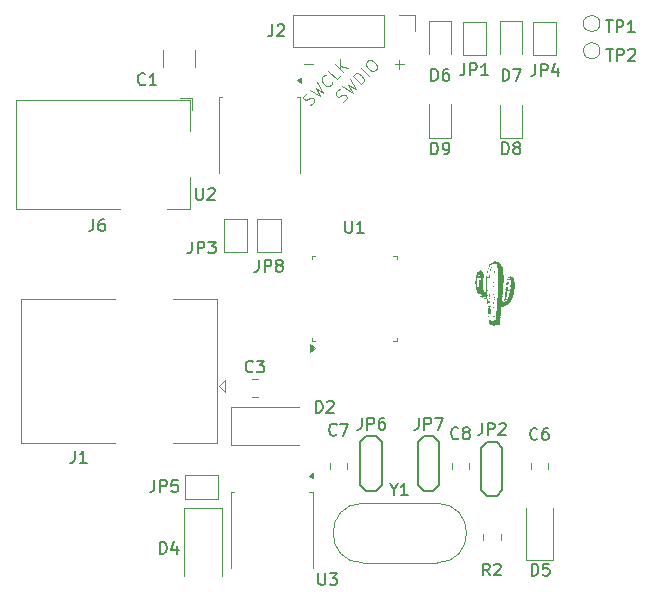
<source format=gbr>
%TF.GenerationSoftware,KiCad,Pcbnew,8.0.4*%
%TF.CreationDate,2024-10-18T12:18:20-03:00*%
%TF.ProjectId,STM32_DEV_BOARD,53544d33-325f-4444-9556-5f424f415244,rev?*%
%TF.SameCoordinates,Original*%
%TF.FileFunction,Legend,Top*%
%TF.FilePolarity,Positive*%
%FSLAX46Y46*%
G04 Gerber Fmt 4.6, Leading zero omitted, Abs format (unit mm)*
G04 Created by KiCad (PCBNEW 8.0.4) date 2024-10-18 12:18:20*
%MOMM*%
%LPD*%
G01*
G04 APERTURE LIST*
%ADD10C,0.100000*%
%ADD11C,0.150000*%
%ADD12C,0.120000*%
%ADD13C,0.000000*%
G04 APERTURE END LIST*
D10*
X162983884Y-81611466D02*
X163745789Y-81611466D01*
X163364836Y-81992419D02*
X163364836Y-81230514D01*
X158567321Y-84784908D02*
X158702008Y-84717564D01*
X158702008Y-84717564D02*
X158870367Y-84549205D01*
X158870367Y-84549205D02*
X158904039Y-84448190D01*
X158904039Y-84448190D02*
X158904039Y-84380847D01*
X158904039Y-84380847D02*
X158870367Y-84279831D01*
X158870367Y-84279831D02*
X158803024Y-84212488D01*
X158803024Y-84212488D02*
X158702008Y-84178816D01*
X158702008Y-84178816D02*
X158634665Y-84178816D01*
X158634665Y-84178816D02*
X158533649Y-84212488D01*
X158533649Y-84212488D02*
X158365291Y-84313503D01*
X158365291Y-84313503D02*
X158264275Y-84347175D01*
X158264275Y-84347175D02*
X158196932Y-84347175D01*
X158196932Y-84347175D02*
X158095917Y-84313503D01*
X158095917Y-84313503D02*
X158028573Y-84246160D01*
X158028573Y-84246160D02*
X157994901Y-84145144D01*
X157994901Y-84145144D02*
X157994901Y-84077801D01*
X157994901Y-84077801D02*
X158028573Y-83976786D01*
X158028573Y-83976786D02*
X158196932Y-83808427D01*
X158196932Y-83808427D02*
X158331619Y-83741083D01*
X158533650Y-83471709D02*
X159409115Y-84010457D01*
X159409115Y-84010457D02*
X159038726Y-83370694D01*
X159038726Y-83370694D02*
X159678489Y-83741083D01*
X159678489Y-83741083D02*
X159139741Y-82865618D01*
X160116222Y-83303351D02*
X159409115Y-82596244D01*
X159409115Y-82596244D02*
X159577474Y-82427885D01*
X159577474Y-82427885D02*
X159712161Y-82360541D01*
X159712161Y-82360541D02*
X159846848Y-82360541D01*
X159846848Y-82360541D02*
X159947863Y-82394213D01*
X159947863Y-82394213D02*
X160116222Y-82495229D01*
X160116222Y-82495229D02*
X160217237Y-82596244D01*
X160217237Y-82596244D02*
X160318252Y-82764603D01*
X160318252Y-82764603D02*
X160351924Y-82865618D01*
X160351924Y-82865618D02*
X160351924Y-83000305D01*
X160351924Y-83000305D02*
X160284581Y-83134992D01*
X160284581Y-83134992D02*
X160116222Y-83303351D01*
X160823329Y-82596244D02*
X160116222Y-81889137D01*
X160587626Y-81417733D02*
X160722313Y-81283046D01*
X160722313Y-81283046D02*
X160823328Y-81249374D01*
X160823328Y-81249374D02*
X160958015Y-81249374D01*
X160958015Y-81249374D02*
X161126374Y-81350389D01*
X161126374Y-81350389D02*
X161362076Y-81586092D01*
X161362076Y-81586092D02*
X161463091Y-81754450D01*
X161463091Y-81754450D02*
X161463091Y-81889137D01*
X161463091Y-81889137D02*
X161429420Y-81990153D01*
X161429420Y-81990153D02*
X161294733Y-82124840D01*
X161294733Y-82124840D02*
X161193717Y-82158511D01*
X161193717Y-82158511D02*
X161059030Y-82158511D01*
X161059030Y-82158511D02*
X160890672Y-82057496D01*
X160890672Y-82057496D02*
X160654969Y-81821794D01*
X160654969Y-81821794D02*
X160553954Y-81653435D01*
X160553954Y-81653435D02*
X160553954Y-81518748D01*
X160553954Y-81518748D02*
X160587626Y-81417733D01*
X155303884Y-81551466D02*
X156065789Y-81551466D01*
X155797321Y-85064908D02*
X155932008Y-84997564D01*
X155932008Y-84997564D02*
X156100367Y-84829205D01*
X156100367Y-84829205D02*
X156134039Y-84728190D01*
X156134039Y-84728190D02*
X156134039Y-84660847D01*
X156134039Y-84660847D02*
X156100367Y-84559831D01*
X156100367Y-84559831D02*
X156033024Y-84492488D01*
X156033024Y-84492488D02*
X155932008Y-84458816D01*
X155932008Y-84458816D02*
X155864665Y-84458816D01*
X155864665Y-84458816D02*
X155763649Y-84492488D01*
X155763649Y-84492488D02*
X155595291Y-84593503D01*
X155595291Y-84593503D02*
X155494275Y-84627175D01*
X155494275Y-84627175D02*
X155426932Y-84627175D01*
X155426932Y-84627175D02*
X155325917Y-84593503D01*
X155325917Y-84593503D02*
X155258573Y-84526160D01*
X155258573Y-84526160D02*
X155224901Y-84425144D01*
X155224901Y-84425144D02*
X155224901Y-84357801D01*
X155224901Y-84357801D02*
X155258573Y-84256786D01*
X155258573Y-84256786D02*
X155426932Y-84088427D01*
X155426932Y-84088427D02*
X155561619Y-84021083D01*
X155763650Y-83751709D02*
X156639115Y-84290457D01*
X156639115Y-84290457D02*
X156268726Y-83650694D01*
X156268726Y-83650694D02*
X156908489Y-84021083D01*
X156908489Y-84021083D02*
X156369741Y-83145618D01*
X157682939Y-83111946D02*
X157682939Y-83179290D01*
X157682939Y-83179290D02*
X157615596Y-83313977D01*
X157615596Y-83313977D02*
X157548252Y-83381320D01*
X157548252Y-83381320D02*
X157413565Y-83448664D01*
X157413565Y-83448664D02*
X157278878Y-83448664D01*
X157278878Y-83448664D02*
X157177863Y-83414992D01*
X157177863Y-83414992D02*
X157009504Y-83313977D01*
X157009504Y-83313977D02*
X156908489Y-83212961D01*
X156908489Y-83212961D02*
X156807474Y-83044603D01*
X156807474Y-83044603D02*
X156773802Y-82943587D01*
X156773802Y-82943587D02*
X156773802Y-82808900D01*
X156773802Y-82808900D02*
X156841145Y-82674213D01*
X156841145Y-82674213D02*
X156908489Y-82606870D01*
X156908489Y-82606870D02*
X157043176Y-82539526D01*
X157043176Y-82539526D02*
X157110519Y-82539526D01*
X158390046Y-82539526D02*
X158053329Y-82876244D01*
X158053329Y-82876244D02*
X157346222Y-82169137D01*
X158625748Y-82303824D02*
X157918642Y-81596717D01*
X159029809Y-81899763D02*
X158322703Y-81798748D01*
X158322703Y-81192656D02*
X158322703Y-82000778D01*
D11*
X170366666Y-111984819D02*
X170366666Y-112699104D01*
X170366666Y-112699104D02*
X170319047Y-112841961D01*
X170319047Y-112841961D02*
X170223809Y-112937200D01*
X170223809Y-112937200D02*
X170080952Y-112984819D01*
X170080952Y-112984819D02*
X169985714Y-112984819D01*
X170842857Y-112984819D02*
X170842857Y-111984819D01*
X170842857Y-111984819D02*
X171223809Y-111984819D01*
X171223809Y-111984819D02*
X171319047Y-112032438D01*
X171319047Y-112032438D02*
X171366666Y-112080057D01*
X171366666Y-112080057D02*
X171414285Y-112175295D01*
X171414285Y-112175295D02*
X171414285Y-112318152D01*
X171414285Y-112318152D02*
X171366666Y-112413390D01*
X171366666Y-112413390D02*
X171319047Y-112461009D01*
X171319047Y-112461009D02*
X171223809Y-112508628D01*
X171223809Y-112508628D02*
X170842857Y-112508628D01*
X171795238Y-112080057D02*
X171842857Y-112032438D01*
X171842857Y-112032438D02*
X171938095Y-111984819D01*
X171938095Y-111984819D02*
X172176190Y-111984819D01*
X172176190Y-111984819D02*
X172271428Y-112032438D01*
X172271428Y-112032438D02*
X172319047Y-112080057D01*
X172319047Y-112080057D02*
X172366666Y-112175295D01*
X172366666Y-112175295D02*
X172366666Y-112270533D01*
X172366666Y-112270533D02*
X172319047Y-112413390D01*
X172319047Y-112413390D02*
X171747619Y-112984819D01*
X171747619Y-112984819D02*
X172366666Y-112984819D01*
X143091905Y-123044819D02*
X143091905Y-122044819D01*
X143091905Y-122044819D02*
X143330000Y-122044819D01*
X143330000Y-122044819D02*
X143472857Y-122092438D01*
X143472857Y-122092438D02*
X143568095Y-122187676D01*
X143568095Y-122187676D02*
X143615714Y-122282914D01*
X143615714Y-122282914D02*
X143663333Y-122473390D01*
X143663333Y-122473390D02*
X143663333Y-122616247D01*
X143663333Y-122616247D02*
X143615714Y-122806723D01*
X143615714Y-122806723D02*
X143568095Y-122901961D01*
X143568095Y-122901961D02*
X143472857Y-122997200D01*
X143472857Y-122997200D02*
X143330000Y-123044819D01*
X143330000Y-123044819D02*
X143091905Y-123044819D01*
X144520476Y-122378152D02*
X144520476Y-123044819D01*
X144282381Y-121997200D02*
X144044286Y-122711485D01*
X144044286Y-122711485D02*
X144663333Y-122711485D01*
X158778095Y-94884819D02*
X158778095Y-95694342D01*
X158778095Y-95694342D02*
X158825714Y-95789580D01*
X158825714Y-95789580D02*
X158873333Y-95837200D01*
X158873333Y-95837200D02*
X158968571Y-95884819D01*
X158968571Y-95884819D02*
X159159047Y-95884819D01*
X159159047Y-95884819D02*
X159254285Y-95837200D01*
X159254285Y-95837200D02*
X159301904Y-95789580D01*
X159301904Y-95789580D02*
X159349523Y-95694342D01*
X159349523Y-95694342D02*
X159349523Y-94884819D01*
X160349523Y-95884819D02*
X159778095Y-95884819D01*
X160063809Y-95884819D02*
X160063809Y-94884819D01*
X160063809Y-94884819D02*
X159968571Y-95027676D01*
X159968571Y-95027676D02*
X159873333Y-95122914D01*
X159873333Y-95122914D02*
X159778095Y-95170533D01*
X156281905Y-111104819D02*
X156281905Y-110104819D01*
X156281905Y-110104819D02*
X156520000Y-110104819D01*
X156520000Y-110104819D02*
X156662857Y-110152438D01*
X156662857Y-110152438D02*
X156758095Y-110247676D01*
X156758095Y-110247676D02*
X156805714Y-110342914D01*
X156805714Y-110342914D02*
X156853333Y-110533390D01*
X156853333Y-110533390D02*
X156853333Y-110676247D01*
X156853333Y-110676247D02*
X156805714Y-110866723D01*
X156805714Y-110866723D02*
X156758095Y-110961961D01*
X156758095Y-110961961D02*
X156662857Y-111057200D01*
X156662857Y-111057200D02*
X156520000Y-111104819D01*
X156520000Y-111104819D02*
X156281905Y-111104819D01*
X157234286Y-110200057D02*
X157281905Y-110152438D01*
X157281905Y-110152438D02*
X157377143Y-110104819D01*
X157377143Y-110104819D02*
X157615238Y-110104819D01*
X157615238Y-110104819D02*
X157710476Y-110152438D01*
X157710476Y-110152438D02*
X157758095Y-110200057D01*
X157758095Y-110200057D02*
X157805714Y-110295295D01*
X157805714Y-110295295D02*
X157805714Y-110390533D01*
X157805714Y-110390533D02*
X157758095Y-110533390D01*
X157758095Y-110533390D02*
X157186667Y-111104819D01*
X157186667Y-111104819D02*
X157805714Y-111104819D01*
X180888095Y-80306819D02*
X181459523Y-80306819D01*
X181173809Y-81306819D02*
X181173809Y-80306819D01*
X181792857Y-81306819D02*
X181792857Y-80306819D01*
X181792857Y-80306819D02*
X182173809Y-80306819D01*
X182173809Y-80306819D02*
X182269047Y-80354438D01*
X182269047Y-80354438D02*
X182316666Y-80402057D01*
X182316666Y-80402057D02*
X182364285Y-80497295D01*
X182364285Y-80497295D02*
X182364285Y-80640152D01*
X182364285Y-80640152D02*
X182316666Y-80735390D01*
X182316666Y-80735390D02*
X182269047Y-80783009D01*
X182269047Y-80783009D02*
X182173809Y-80830628D01*
X182173809Y-80830628D02*
X181792857Y-80830628D01*
X182745238Y-80402057D02*
X182792857Y-80354438D01*
X182792857Y-80354438D02*
X182888095Y-80306819D01*
X182888095Y-80306819D02*
X183126190Y-80306819D01*
X183126190Y-80306819D02*
X183221428Y-80354438D01*
X183221428Y-80354438D02*
X183269047Y-80402057D01*
X183269047Y-80402057D02*
X183316666Y-80497295D01*
X183316666Y-80497295D02*
X183316666Y-80592533D01*
X183316666Y-80592533D02*
X183269047Y-80735390D01*
X183269047Y-80735390D02*
X182697619Y-81306819D01*
X182697619Y-81306819D02*
X183316666Y-81306819D01*
X146158095Y-92094819D02*
X146158095Y-92904342D01*
X146158095Y-92904342D02*
X146205714Y-92999580D01*
X146205714Y-92999580D02*
X146253333Y-93047200D01*
X146253333Y-93047200D02*
X146348571Y-93094819D01*
X146348571Y-93094819D02*
X146539047Y-93094819D01*
X146539047Y-93094819D02*
X146634285Y-93047200D01*
X146634285Y-93047200D02*
X146681904Y-92999580D01*
X146681904Y-92999580D02*
X146729523Y-92904342D01*
X146729523Y-92904342D02*
X146729523Y-92094819D01*
X147158095Y-92190057D02*
X147205714Y-92142438D01*
X147205714Y-92142438D02*
X147300952Y-92094819D01*
X147300952Y-92094819D02*
X147539047Y-92094819D01*
X147539047Y-92094819D02*
X147634285Y-92142438D01*
X147634285Y-92142438D02*
X147681904Y-92190057D01*
X147681904Y-92190057D02*
X147729523Y-92285295D01*
X147729523Y-92285295D02*
X147729523Y-92380533D01*
X147729523Y-92380533D02*
X147681904Y-92523390D01*
X147681904Y-92523390D02*
X147110476Y-93094819D01*
X147110476Y-93094819D02*
X147729523Y-93094819D01*
X166071905Y-82999819D02*
X166071905Y-81999819D01*
X166071905Y-81999819D02*
X166310000Y-81999819D01*
X166310000Y-81999819D02*
X166452857Y-82047438D01*
X166452857Y-82047438D02*
X166548095Y-82142676D01*
X166548095Y-82142676D02*
X166595714Y-82237914D01*
X166595714Y-82237914D02*
X166643333Y-82428390D01*
X166643333Y-82428390D02*
X166643333Y-82571247D01*
X166643333Y-82571247D02*
X166595714Y-82761723D01*
X166595714Y-82761723D02*
X166548095Y-82856961D01*
X166548095Y-82856961D02*
X166452857Y-82952200D01*
X166452857Y-82952200D02*
X166310000Y-82999819D01*
X166310000Y-82999819D02*
X166071905Y-82999819D01*
X167500476Y-81999819D02*
X167310000Y-81999819D01*
X167310000Y-81999819D02*
X167214762Y-82047438D01*
X167214762Y-82047438D02*
X167167143Y-82095057D01*
X167167143Y-82095057D02*
X167071905Y-82237914D01*
X167071905Y-82237914D02*
X167024286Y-82428390D01*
X167024286Y-82428390D02*
X167024286Y-82809342D01*
X167024286Y-82809342D02*
X167071905Y-82904580D01*
X167071905Y-82904580D02*
X167119524Y-82952200D01*
X167119524Y-82952200D02*
X167214762Y-82999819D01*
X167214762Y-82999819D02*
X167405238Y-82999819D01*
X167405238Y-82999819D02*
X167500476Y-82952200D01*
X167500476Y-82952200D02*
X167548095Y-82904580D01*
X167548095Y-82904580D02*
X167595714Y-82809342D01*
X167595714Y-82809342D02*
X167595714Y-82571247D01*
X167595714Y-82571247D02*
X167548095Y-82476009D01*
X167548095Y-82476009D02*
X167500476Y-82428390D01*
X167500476Y-82428390D02*
X167405238Y-82380771D01*
X167405238Y-82380771D02*
X167214762Y-82380771D01*
X167214762Y-82380771D02*
X167119524Y-82428390D01*
X167119524Y-82428390D02*
X167071905Y-82476009D01*
X167071905Y-82476009D02*
X167024286Y-82571247D01*
X162876309Y-117618628D02*
X162876309Y-118094819D01*
X162542976Y-117094819D02*
X162876309Y-117618628D01*
X162876309Y-117618628D02*
X163209642Y-117094819D01*
X164066785Y-118094819D02*
X163495357Y-118094819D01*
X163781071Y-118094819D02*
X163781071Y-117094819D01*
X163781071Y-117094819D02*
X163685833Y-117237676D01*
X163685833Y-117237676D02*
X163590595Y-117332914D01*
X163590595Y-117332914D02*
X163495357Y-117380533D01*
X142626666Y-116814819D02*
X142626666Y-117529104D01*
X142626666Y-117529104D02*
X142579047Y-117671961D01*
X142579047Y-117671961D02*
X142483809Y-117767200D01*
X142483809Y-117767200D02*
X142340952Y-117814819D01*
X142340952Y-117814819D02*
X142245714Y-117814819D01*
X143102857Y-117814819D02*
X143102857Y-116814819D01*
X143102857Y-116814819D02*
X143483809Y-116814819D01*
X143483809Y-116814819D02*
X143579047Y-116862438D01*
X143579047Y-116862438D02*
X143626666Y-116910057D01*
X143626666Y-116910057D02*
X143674285Y-117005295D01*
X143674285Y-117005295D02*
X143674285Y-117148152D01*
X143674285Y-117148152D02*
X143626666Y-117243390D01*
X143626666Y-117243390D02*
X143579047Y-117291009D01*
X143579047Y-117291009D02*
X143483809Y-117338628D01*
X143483809Y-117338628D02*
X143102857Y-117338628D01*
X144579047Y-116814819D02*
X144102857Y-116814819D01*
X144102857Y-116814819D02*
X144055238Y-117291009D01*
X144055238Y-117291009D02*
X144102857Y-117243390D01*
X144102857Y-117243390D02*
X144198095Y-117195771D01*
X144198095Y-117195771D02*
X144436190Y-117195771D01*
X144436190Y-117195771D02*
X144531428Y-117243390D01*
X144531428Y-117243390D02*
X144579047Y-117291009D01*
X144579047Y-117291009D02*
X144626666Y-117386247D01*
X144626666Y-117386247D02*
X144626666Y-117624342D01*
X144626666Y-117624342D02*
X144579047Y-117719580D01*
X144579047Y-117719580D02*
X144531428Y-117767200D01*
X144531428Y-117767200D02*
X144436190Y-117814819D01*
X144436190Y-117814819D02*
X144198095Y-117814819D01*
X144198095Y-117814819D02*
X144102857Y-117767200D01*
X144102857Y-117767200D02*
X144055238Y-117719580D01*
X172061905Y-89222319D02*
X172061905Y-88222319D01*
X172061905Y-88222319D02*
X172300000Y-88222319D01*
X172300000Y-88222319D02*
X172442857Y-88269938D01*
X172442857Y-88269938D02*
X172538095Y-88365176D01*
X172538095Y-88365176D02*
X172585714Y-88460414D01*
X172585714Y-88460414D02*
X172633333Y-88650890D01*
X172633333Y-88650890D02*
X172633333Y-88793747D01*
X172633333Y-88793747D02*
X172585714Y-88984223D01*
X172585714Y-88984223D02*
X172538095Y-89079461D01*
X172538095Y-89079461D02*
X172442857Y-89174700D01*
X172442857Y-89174700D02*
X172300000Y-89222319D01*
X172300000Y-89222319D02*
X172061905Y-89222319D01*
X173204762Y-88650890D02*
X173109524Y-88603271D01*
X173109524Y-88603271D02*
X173061905Y-88555652D01*
X173061905Y-88555652D02*
X173014286Y-88460414D01*
X173014286Y-88460414D02*
X173014286Y-88412795D01*
X173014286Y-88412795D02*
X173061905Y-88317557D01*
X173061905Y-88317557D02*
X173109524Y-88269938D01*
X173109524Y-88269938D02*
X173204762Y-88222319D01*
X173204762Y-88222319D02*
X173395238Y-88222319D01*
X173395238Y-88222319D02*
X173490476Y-88269938D01*
X173490476Y-88269938D02*
X173538095Y-88317557D01*
X173538095Y-88317557D02*
X173585714Y-88412795D01*
X173585714Y-88412795D02*
X173585714Y-88460414D01*
X173585714Y-88460414D02*
X173538095Y-88555652D01*
X173538095Y-88555652D02*
X173490476Y-88603271D01*
X173490476Y-88603271D02*
X173395238Y-88650890D01*
X173395238Y-88650890D02*
X173204762Y-88650890D01*
X173204762Y-88650890D02*
X173109524Y-88698509D01*
X173109524Y-88698509D02*
X173061905Y-88746128D01*
X173061905Y-88746128D02*
X173014286Y-88841366D01*
X173014286Y-88841366D02*
X173014286Y-89031842D01*
X173014286Y-89031842D02*
X173061905Y-89127080D01*
X173061905Y-89127080D02*
X173109524Y-89174700D01*
X173109524Y-89174700D02*
X173204762Y-89222319D01*
X173204762Y-89222319D02*
X173395238Y-89222319D01*
X173395238Y-89222319D02*
X173490476Y-89174700D01*
X173490476Y-89174700D02*
X173538095Y-89127080D01*
X173538095Y-89127080D02*
X173585714Y-89031842D01*
X173585714Y-89031842D02*
X173585714Y-88841366D01*
X173585714Y-88841366D02*
X173538095Y-88746128D01*
X173538095Y-88746128D02*
X173490476Y-88698509D01*
X173490476Y-88698509D02*
X173395238Y-88650890D01*
X171013333Y-124882319D02*
X170680000Y-124406128D01*
X170441905Y-124882319D02*
X170441905Y-123882319D01*
X170441905Y-123882319D02*
X170822857Y-123882319D01*
X170822857Y-123882319D02*
X170918095Y-123929938D01*
X170918095Y-123929938D02*
X170965714Y-123977557D01*
X170965714Y-123977557D02*
X171013333Y-124072795D01*
X171013333Y-124072795D02*
X171013333Y-124215652D01*
X171013333Y-124215652D02*
X170965714Y-124310890D01*
X170965714Y-124310890D02*
X170918095Y-124358509D01*
X170918095Y-124358509D02*
X170822857Y-124406128D01*
X170822857Y-124406128D02*
X170441905Y-124406128D01*
X171394286Y-123977557D02*
X171441905Y-123929938D01*
X171441905Y-123929938D02*
X171537143Y-123882319D01*
X171537143Y-123882319D02*
X171775238Y-123882319D01*
X171775238Y-123882319D02*
X171870476Y-123929938D01*
X171870476Y-123929938D02*
X171918095Y-123977557D01*
X171918095Y-123977557D02*
X171965714Y-124072795D01*
X171965714Y-124072795D02*
X171965714Y-124168033D01*
X171965714Y-124168033D02*
X171918095Y-124310890D01*
X171918095Y-124310890D02*
X171346667Y-124882319D01*
X171346667Y-124882319D02*
X171965714Y-124882319D01*
X174551905Y-124902319D02*
X174551905Y-123902319D01*
X174551905Y-123902319D02*
X174790000Y-123902319D01*
X174790000Y-123902319D02*
X174932857Y-123949938D01*
X174932857Y-123949938D02*
X175028095Y-124045176D01*
X175028095Y-124045176D02*
X175075714Y-124140414D01*
X175075714Y-124140414D02*
X175123333Y-124330890D01*
X175123333Y-124330890D02*
X175123333Y-124473747D01*
X175123333Y-124473747D02*
X175075714Y-124664223D01*
X175075714Y-124664223D02*
X175028095Y-124759461D01*
X175028095Y-124759461D02*
X174932857Y-124854700D01*
X174932857Y-124854700D02*
X174790000Y-124902319D01*
X174790000Y-124902319D02*
X174551905Y-124902319D01*
X176028095Y-123902319D02*
X175551905Y-123902319D01*
X175551905Y-123902319D02*
X175504286Y-124378509D01*
X175504286Y-124378509D02*
X175551905Y-124330890D01*
X175551905Y-124330890D02*
X175647143Y-124283271D01*
X175647143Y-124283271D02*
X175885238Y-124283271D01*
X175885238Y-124283271D02*
X175980476Y-124330890D01*
X175980476Y-124330890D02*
X176028095Y-124378509D01*
X176028095Y-124378509D02*
X176075714Y-124473747D01*
X176075714Y-124473747D02*
X176075714Y-124711842D01*
X176075714Y-124711842D02*
X176028095Y-124807080D01*
X176028095Y-124807080D02*
X175980476Y-124854700D01*
X175980476Y-124854700D02*
X175885238Y-124902319D01*
X175885238Y-124902319D02*
X175647143Y-124902319D01*
X175647143Y-124902319D02*
X175551905Y-124854700D01*
X175551905Y-124854700D02*
X175504286Y-124807080D01*
X150963333Y-107609580D02*
X150915714Y-107657200D01*
X150915714Y-107657200D02*
X150772857Y-107704819D01*
X150772857Y-107704819D02*
X150677619Y-107704819D01*
X150677619Y-107704819D02*
X150534762Y-107657200D01*
X150534762Y-107657200D02*
X150439524Y-107561961D01*
X150439524Y-107561961D02*
X150391905Y-107466723D01*
X150391905Y-107466723D02*
X150344286Y-107276247D01*
X150344286Y-107276247D02*
X150344286Y-107133390D01*
X150344286Y-107133390D02*
X150391905Y-106942914D01*
X150391905Y-106942914D02*
X150439524Y-106847676D01*
X150439524Y-106847676D02*
X150534762Y-106752438D01*
X150534762Y-106752438D02*
X150677619Y-106704819D01*
X150677619Y-106704819D02*
X150772857Y-106704819D01*
X150772857Y-106704819D02*
X150915714Y-106752438D01*
X150915714Y-106752438D02*
X150963333Y-106800057D01*
X151296667Y-106704819D02*
X151915714Y-106704819D01*
X151915714Y-106704819D02*
X151582381Y-107085771D01*
X151582381Y-107085771D02*
X151725238Y-107085771D01*
X151725238Y-107085771D02*
X151820476Y-107133390D01*
X151820476Y-107133390D02*
X151868095Y-107181009D01*
X151868095Y-107181009D02*
X151915714Y-107276247D01*
X151915714Y-107276247D02*
X151915714Y-107514342D01*
X151915714Y-107514342D02*
X151868095Y-107609580D01*
X151868095Y-107609580D02*
X151820476Y-107657200D01*
X151820476Y-107657200D02*
X151725238Y-107704819D01*
X151725238Y-107704819D02*
X151439524Y-107704819D01*
X151439524Y-107704819D02*
X151344286Y-107657200D01*
X151344286Y-107657200D02*
X151296667Y-107609580D01*
X165009166Y-111544819D02*
X165009166Y-112259104D01*
X165009166Y-112259104D02*
X164961547Y-112401961D01*
X164961547Y-112401961D02*
X164866309Y-112497200D01*
X164866309Y-112497200D02*
X164723452Y-112544819D01*
X164723452Y-112544819D02*
X164628214Y-112544819D01*
X165485357Y-112544819D02*
X165485357Y-111544819D01*
X165485357Y-111544819D02*
X165866309Y-111544819D01*
X165866309Y-111544819D02*
X165961547Y-111592438D01*
X165961547Y-111592438D02*
X166009166Y-111640057D01*
X166009166Y-111640057D02*
X166056785Y-111735295D01*
X166056785Y-111735295D02*
X166056785Y-111878152D01*
X166056785Y-111878152D02*
X166009166Y-111973390D01*
X166009166Y-111973390D02*
X165961547Y-112021009D01*
X165961547Y-112021009D02*
X165866309Y-112068628D01*
X165866309Y-112068628D02*
X165485357Y-112068628D01*
X166390119Y-111544819D02*
X167056785Y-111544819D01*
X167056785Y-111544819D02*
X166628214Y-112544819D01*
X168355833Y-113249580D02*
X168308214Y-113297200D01*
X168308214Y-113297200D02*
X168165357Y-113344819D01*
X168165357Y-113344819D02*
X168070119Y-113344819D01*
X168070119Y-113344819D02*
X167927262Y-113297200D01*
X167927262Y-113297200D02*
X167832024Y-113201961D01*
X167832024Y-113201961D02*
X167784405Y-113106723D01*
X167784405Y-113106723D02*
X167736786Y-112916247D01*
X167736786Y-112916247D02*
X167736786Y-112773390D01*
X167736786Y-112773390D02*
X167784405Y-112582914D01*
X167784405Y-112582914D02*
X167832024Y-112487676D01*
X167832024Y-112487676D02*
X167927262Y-112392438D01*
X167927262Y-112392438D02*
X168070119Y-112344819D01*
X168070119Y-112344819D02*
X168165357Y-112344819D01*
X168165357Y-112344819D02*
X168308214Y-112392438D01*
X168308214Y-112392438D02*
X168355833Y-112440057D01*
X168927262Y-112773390D02*
X168832024Y-112725771D01*
X168832024Y-112725771D02*
X168784405Y-112678152D01*
X168784405Y-112678152D02*
X168736786Y-112582914D01*
X168736786Y-112582914D02*
X168736786Y-112535295D01*
X168736786Y-112535295D02*
X168784405Y-112440057D01*
X168784405Y-112440057D02*
X168832024Y-112392438D01*
X168832024Y-112392438D02*
X168927262Y-112344819D01*
X168927262Y-112344819D02*
X169117738Y-112344819D01*
X169117738Y-112344819D02*
X169212976Y-112392438D01*
X169212976Y-112392438D02*
X169260595Y-112440057D01*
X169260595Y-112440057D02*
X169308214Y-112535295D01*
X169308214Y-112535295D02*
X169308214Y-112582914D01*
X169308214Y-112582914D02*
X169260595Y-112678152D01*
X169260595Y-112678152D02*
X169212976Y-112725771D01*
X169212976Y-112725771D02*
X169117738Y-112773390D01*
X169117738Y-112773390D02*
X168927262Y-112773390D01*
X168927262Y-112773390D02*
X168832024Y-112821009D01*
X168832024Y-112821009D02*
X168784405Y-112868628D01*
X168784405Y-112868628D02*
X168736786Y-112963866D01*
X168736786Y-112963866D02*
X168736786Y-113154342D01*
X168736786Y-113154342D02*
X168784405Y-113249580D01*
X168784405Y-113249580D02*
X168832024Y-113297200D01*
X168832024Y-113297200D02*
X168927262Y-113344819D01*
X168927262Y-113344819D02*
X169117738Y-113344819D01*
X169117738Y-113344819D02*
X169212976Y-113297200D01*
X169212976Y-113297200D02*
X169260595Y-113249580D01*
X169260595Y-113249580D02*
X169308214Y-113154342D01*
X169308214Y-113154342D02*
X169308214Y-112963866D01*
X169308214Y-112963866D02*
X169260595Y-112868628D01*
X169260595Y-112868628D02*
X169212976Y-112821009D01*
X169212976Y-112821009D02*
X169117738Y-112773390D01*
X151466666Y-98174819D02*
X151466666Y-98889104D01*
X151466666Y-98889104D02*
X151419047Y-99031961D01*
X151419047Y-99031961D02*
X151323809Y-99127200D01*
X151323809Y-99127200D02*
X151180952Y-99174819D01*
X151180952Y-99174819D02*
X151085714Y-99174819D01*
X151942857Y-99174819D02*
X151942857Y-98174819D01*
X151942857Y-98174819D02*
X152323809Y-98174819D01*
X152323809Y-98174819D02*
X152419047Y-98222438D01*
X152419047Y-98222438D02*
X152466666Y-98270057D01*
X152466666Y-98270057D02*
X152514285Y-98365295D01*
X152514285Y-98365295D02*
X152514285Y-98508152D01*
X152514285Y-98508152D02*
X152466666Y-98603390D01*
X152466666Y-98603390D02*
X152419047Y-98651009D01*
X152419047Y-98651009D02*
X152323809Y-98698628D01*
X152323809Y-98698628D02*
X151942857Y-98698628D01*
X153085714Y-98603390D02*
X152990476Y-98555771D01*
X152990476Y-98555771D02*
X152942857Y-98508152D01*
X152942857Y-98508152D02*
X152895238Y-98412914D01*
X152895238Y-98412914D02*
X152895238Y-98365295D01*
X152895238Y-98365295D02*
X152942857Y-98270057D01*
X152942857Y-98270057D02*
X152990476Y-98222438D01*
X152990476Y-98222438D02*
X153085714Y-98174819D01*
X153085714Y-98174819D02*
X153276190Y-98174819D01*
X153276190Y-98174819D02*
X153371428Y-98222438D01*
X153371428Y-98222438D02*
X153419047Y-98270057D01*
X153419047Y-98270057D02*
X153466666Y-98365295D01*
X153466666Y-98365295D02*
X153466666Y-98412914D01*
X153466666Y-98412914D02*
X153419047Y-98508152D01*
X153419047Y-98508152D02*
X153371428Y-98555771D01*
X153371428Y-98555771D02*
X153276190Y-98603390D01*
X153276190Y-98603390D02*
X153085714Y-98603390D01*
X153085714Y-98603390D02*
X152990476Y-98651009D01*
X152990476Y-98651009D02*
X152942857Y-98698628D01*
X152942857Y-98698628D02*
X152895238Y-98793866D01*
X152895238Y-98793866D02*
X152895238Y-98984342D01*
X152895238Y-98984342D02*
X152942857Y-99079580D01*
X152942857Y-99079580D02*
X152990476Y-99127200D01*
X152990476Y-99127200D02*
X153085714Y-99174819D01*
X153085714Y-99174819D02*
X153276190Y-99174819D01*
X153276190Y-99174819D02*
X153371428Y-99127200D01*
X153371428Y-99127200D02*
X153419047Y-99079580D01*
X153419047Y-99079580D02*
X153466666Y-98984342D01*
X153466666Y-98984342D02*
X153466666Y-98793866D01*
X153466666Y-98793866D02*
X153419047Y-98698628D01*
X153419047Y-98698628D02*
X153371428Y-98651009D01*
X153371428Y-98651009D02*
X153276190Y-98603390D01*
X152616666Y-78234819D02*
X152616666Y-78949104D01*
X152616666Y-78949104D02*
X152569047Y-79091961D01*
X152569047Y-79091961D02*
X152473809Y-79187200D01*
X152473809Y-79187200D02*
X152330952Y-79234819D01*
X152330952Y-79234819D02*
X152235714Y-79234819D01*
X153045238Y-78330057D02*
X153092857Y-78282438D01*
X153092857Y-78282438D02*
X153188095Y-78234819D01*
X153188095Y-78234819D02*
X153426190Y-78234819D01*
X153426190Y-78234819D02*
X153521428Y-78282438D01*
X153521428Y-78282438D02*
X153569047Y-78330057D01*
X153569047Y-78330057D02*
X153616666Y-78425295D01*
X153616666Y-78425295D02*
X153616666Y-78520533D01*
X153616666Y-78520533D02*
X153569047Y-78663390D01*
X153569047Y-78663390D02*
X152997619Y-79234819D01*
X152997619Y-79234819D02*
X153616666Y-79234819D01*
X156508095Y-124684819D02*
X156508095Y-125494342D01*
X156508095Y-125494342D02*
X156555714Y-125589580D01*
X156555714Y-125589580D02*
X156603333Y-125637200D01*
X156603333Y-125637200D02*
X156698571Y-125684819D01*
X156698571Y-125684819D02*
X156889047Y-125684819D01*
X156889047Y-125684819D02*
X156984285Y-125637200D01*
X156984285Y-125637200D02*
X157031904Y-125589580D01*
X157031904Y-125589580D02*
X157079523Y-125494342D01*
X157079523Y-125494342D02*
X157079523Y-124684819D01*
X157460476Y-124684819D02*
X158079523Y-124684819D01*
X158079523Y-124684819D02*
X157746190Y-125065771D01*
X157746190Y-125065771D02*
X157889047Y-125065771D01*
X157889047Y-125065771D02*
X157984285Y-125113390D01*
X157984285Y-125113390D02*
X158031904Y-125161009D01*
X158031904Y-125161009D02*
X158079523Y-125256247D01*
X158079523Y-125256247D02*
X158079523Y-125494342D01*
X158079523Y-125494342D02*
X158031904Y-125589580D01*
X158031904Y-125589580D02*
X157984285Y-125637200D01*
X157984285Y-125637200D02*
X157889047Y-125684819D01*
X157889047Y-125684819D02*
X157603333Y-125684819D01*
X157603333Y-125684819D02*
X157508095Y-125637200D01*
X157508095Y-125637200D02*
X157460476Y-125589580D01*
X172091905Y-83019819D02*
X172091905Y-82019819D01*
X172091905Y-82019819D02*
X172330000Y-82019819D01*
X172330000Y-82019819D02*
X172472857Y-82067438D01*
X172472857Y-82067438D02*
X172568095Y-82162676D01*
X172568095Y-82162676D02*
X172615714Y-82257914D01*
X172615714Y-82257914D02*
X172663333Y-82448390D01*
X172663333Y-82448390D02*
X172663333Y-82591247D01*
X172663333Y-82591247D02*
X172615714Y-82781723D01*
X172615714Y-82781723D02*
X172568095Y-82876961D01*
X172568095Y-82876961D02*
X172472857Y-82972200D01*
X172472857Y-82972200D02*
X172330000Y-83019819D01*
X172330000Y-83019819D02*
X172091905Y-83019819D01*
X172996667Y-82019819D02*
X173663333Y-82019819D01*
X173663333Y-82019819D02*
X173234762Y-83019819D01*
X145796666Y-96624819D02*
X145796666Y-97339104D01*
X145796666Y-97339104D02*
X145749047Y-97481961D01*
X145749047Y-97481961D02*
X145653809Y-97577200D01*
X145653809Y-97577200D02*
X145510952Y-97624819D01*
X145510952Y-97624819D02*
X145415714Y-97624819D01*
X146272857Y-97624819D02*
X146272857Y-96624819D01*
X146272857Y-96624819D02*
X146653809Y-96624819D01*
X146653809Y-96624819D02*
X146749047Y-96672438D01*
X146749047Y-96672438D02*
X146796666Y-96720057D01*
X146796666Y-96720057D02*
X146844285Y-96815295D01*
X146844285Y-96815295D02*
X146844285Y-96958152D01*
X146844285Y-96958152D02*
X146796666Y-97053390D01*
X146796666Y-97053390D02*
X146749047Y-97101009D01*
X146749047Y-97101009D02*
X146653809Y-97148628D01*
X146653809Y-97148628D02*
X146272857Y-97148628D01*
X147177619Y-96624819D02*
X147796666Y-96624819D01*
X147796666Y-96624819D02*
X147463333Y-97005771D01*
X147463333Y-97005771D02*
X147606190Y-97005771D01*
X147606190Y-97005771D02*
X147701428Y-97053390D01*
X147701428Y-97053390D02*
X147749047Y-97101009D01*
X147749047Y-97101009D02*
X147796666Y-97196247D01*
X147796666Y-97196247D02*
X147796666Y-97434342D01*
X147796666Y-97434342D02*
X147749047Y-97529580D01*
X147749047Y-97529580D02*
X147701428Y-97577200D01*
X147701428Y-97577200D02*
X147606190Y-97624819D01*
X147606190Y-97624819D02*
X147320476Y-97624819D01*
X147320476Y-97624819D02*
X147225238Y-97577200D01*
X147225238Y-97577200D02*
X147177619Y-97529580D01*
X168866666Y-81539819D02*
X168866666Y-82254104D01*
X168866666Y-82254104D02*
X168819047Y-82396961D01*
X168819047Y-82396961D02*
X168723809Y-82492200D01*
X168723809Y-82492200D02*
X168580952Y-82539819D01*
X168580952Y-82539819D02*
X168485714Y-82539819D01*
X169342857Y-82539819D02*
X169342857Y-81539819D01*
X169342857Y-81539819D02*
X169723809Y-81539819D01*
X169723809Y-81539819D02*
X169819047Y-81587438D01*
X169819047Y-81587438D02*
X169866666Y-81635057D01*
X169866666Y-81635057D02*
X169914285Y-81730295D01*
X169914285Y-81730295D02*
X169914285Y-81873152D01*
X169914285Y-81873152D02*
X169866666Y-81968390D01*
X169866666Y-81968390D02*
X169819047Y-82016009D01*
X169819047Y-82016009D02*
X169723809Y-82063628D01*
X169723809Y-82063628D02*
X169342857Y-82063628D01*
X170866666Y-82539819D02*
X170295238Y-82539819D01*
X170580952Y-82539819D02*
X170580952Y-81539819D01*
X170580952Y-81539819D02*
X170485714Y-81682676D01*
X170485714Y-81682676D02*
X170390476Y-81777914D01*
X170390476Y-81777914D02*
X170295238Y-81825533D01*
X135886666Y-114334819D02*
X135886666Y-115049104D01*
X135886666Y-115049104D02*
X135839047Y-115191961D01*
X135839047Y-115191961D02*
X135743809Y-115287200D01*
X135743809Y-115287200D02*
X135600952Y-115334819D01*
X135600952Y-115334819D02*
X135505714Y-115334819D01*
X136886666Y-115334819D02*
X136315238Y-115334819D01*
X136600952Y-115334819D02*
X136600952Y-114334819D01*
X136600952Y-114334819D02*
X136505714Y-114477676D01*
X136505714Y-114477676D02*
X136410476Y-114572914D01*
X136410476Y-114572914D02*
X136315238Y-114620533D01*
X160169166Y-111534819D02*
X160169166Y-112249104D01*
X160169166Y-112249104D02*
X160121547Y-112391961D01*
X160121547Y-112391961D02*
X160026309Y-112487200D01*
X160026309Y-112487200D02*
X159883452Y-112534819D01*
X159883452Y-112534819D02*
X159788214Y-112534819D01*
X160645357Y-112534819D02*
X160645357Y-111534819D01*
X160645357Y-111534819D02*
X161026309Y-111534819D01*
X161026309Y-111534819D02*
X161121547Y-111582438D01*
X161121547Y-111582438D02*
X161169166Y-111630057D01*
X161169166Y-111630057D02*
X161216785Y-111725295D01*
X161216785Y-111725295D02*
X161216785Y-111868152D01*
X161216785Y-111868152D02*
X161169166Y-111963390D01*
X161169166Y-111963390D02*
X161121547Y-112011009D01*
X161121547Y-112011009D02*
X161026309Y-112058628D01*
X161026309Y-112058628D02*
X160645357Y-112058628D01*
X162073928Y-111534819D02*
X161883452Y-111534819D01*
X161883452Y-111534819D02*
X161788214Y-111582438D01*
X161788214Y-111582438D02*
X161740595Y-111630057D01*
X161740595Y-111630057D02*
X161645357Y-111772914D01*
X161645357Y-111772914D02*
X161597738Y-111963390D01*
X161597738Y-111963390D02*
X161597738Y-112344342D01*
X161597738Y-112344342D02*
X161645357Y-112439580D01*
X161645357Y-112439580D02*
X161692976Y-112487200D01*
X161692976Y-112487200D02*
X161788214Y-112534819D01*
X161788214Y-112534819D02*
X161978690Y-112534819D01*
X161978690Y-112534819D02*
X162073928Y-112487200D01*
X162073928Y-112487200D02*
X162121547Y-112439580D01*
X162121547Y-112439580D02*
X162169166Y-112344342D01*
X162169166Y-112344342D02*
X162169166Y-112106247D01*
X162169166Y-112106247D02*
X162121547Y-112011009D01*
X162121547Y-112011009D02*
X162073928Y-111963390D01*
X162073928Y-111963390D02*
X161978690Y-111915771D01*
X161978690Y-111915771D02*
X161788214Y-111915771D01*
X161788214Y-111915771D02*
X161692976Y-111963390D01*
X161692976Y-111963390D02*
X161645357Y-112011009D01*
X161645357Y-112011009D02*
X161597738Y-112106247D01*
X174866666Y-81592319D02*
X174866666Y-82306604D01*
X174866666Y-82306604D02*
X174819047Y-82449461D01*
X174819047Y-82449461D02*
X174723809Y-82544700D01*
X174723809Y-82544700D02*
X174580952Y-82592319D01*
X174580952Y-82592319D02*
X174485714Y-82592319D01*
X175342857Y-82592319D02*
X175342857Y-81592319D01*
X175342857Y-81592319D02*
X175723809Y-81592319D01*
X175723809Y-81592319D02*
X175819047Y-81639938D01*
X175819047Y-81639938D02*
X175866666Y-81687557D01*
X175866666Y-81687557D02*
X175914285Y-81782795D01*
X175914285Y-81782795D02*
X175914285Y-81925652D01*
X175914285Y-81925652D02*
X175866666Y-82020890D01*
X175866666Y-82020890D02*
X175819047Y-82068509D01*
X175819047Y-82068509D02*
X175723809Y-82116128D01*
X175723809Y-82116128D02*
X175342857Y-82116128D01*
X176771428Y-81925652D02*
X176771428Y-82592319D01*
X176533333Y-81544700D02*
X176295238Y-82258985D01*
X176295238Y-82258985D02*
X176914285Y-82258985D01*
X158038333Y-112949580D02*
X157990714Y-112997200D01*
X157990714Y-112997200D02*
X157847857Y-113044819D01*
X157847857Y-113044819D02*
X157752619Y-113044819D01*
X157752619Y-113044819D02*
X157609762Y-112997200D01*
X157609762Y-112997200D02*
X157514524Y-112901961D01*
X157514524Y-112901961D02*
X157466905Y-112806723D01*
X157466905Y-112806723D02*
X157419286Y-112616247D01*
X157419286Y-112616247D02*
X157419286Y-112473390D01*
X157419286Y-112473390D02*
X157466905Y-112282914D01*
X157466905Y-112282914D02*
X157514524Y-112187676D01*
X157514524Y-112187676D02*
X157609762Y-112092438D01*
X157609762Y-112092438D02*
X157752619Y-112044819D01*
X157752619Y-112044819D02*
X157847857Y-112044819D01*
X157847857Y-112044819D02*
X157990714Y-112092438D01*
X157990714Y-112092438D02*
X158038333Y-112140057D01*
X158371667Y-112044819D02*
X159038333Y-112044819D01*
X159038333Y-112044819D02*
X158609762Y-113044819D01*
X180858095Y-77896819D02*
X181429523Y-77896819D01*
X181143809Y-78896819D02*
X181143809Y-77896819D01*
X181762857Y-78896819D02*
X181762857Y-77896819D01*
X181762857Y-77896819D02*
X182143809Y-77896819D01*
X182143809Y-77896819D02*
X182239047Y-77944438D01*
X182239047Y-77944438D02*
X182286666Y-77992057D01*
X182286666Y-77992057D02*
X182334285Y-78087295D01*
X182334285Y-78087295D02*
X182334285Y-78230152D01*
X182334285Y-78230152D02*
X182286666Y-78325390D01*
X182286666Y-78325390D02*
X182239047Y-78373009D01*
X182239047Y-78373009D02*
X182143809Y-78420628D01*
X182143809Y-78420628D02*
X181762857Y-78420628D01*
X183286666Y-78896819D02*
X182715238Y-78896819D01*
X183000952Y-78896819D02*
X183000952Y-77896819D01*
X183000952Y-77896819D02*
X182905714Y-78039676D01*
X182905714Y-78039676D02*
X182810476Y-78134914D01*
X182810476Y-78134914D02*
X182715238Y-78182533D01*
X175053333Y-113309580D02*
X175005714Y-113357200D01*
X175005714Y-113357200D02*
X174862857Y-113404819D01*
X174862857Y-113404819D02*
X174767619Y-113404819D01*
X174767619Y-113404819D02*
X174624762Y-113357200D01*
X174624762Y-113357200D02*
X174529524Y-113261961D01*
X174529524Y-113261961D02*
X174481905Y-113166723D01*
X174481905Y-113166723D02*
X174434286Y-112976247D01*
X174434286Y-112976247D02*
X174434286Y-112833390D01*
X174434286Y-112833390D02*
X174481905Y-112642914D01*
X174481905Y-112642914D02*
X174529524Y-112547676D01*
X174529524Y-112547676D02*
X174624762Y-112452438D01*
X174624762Y-112452438D02*
X174767619Y-112404819D01*
X174767619Y-112404819D02*
X174862857Y-112404819D01*
X174862857Y-112404819D02*
X175005714Y-112452438D01*
X175005714Y-112452438D02*
X175053333Y-112500057D01*
X175910476Y-112404819D02*
X175720000Y-112404819D01*
X175720000Y-112404819D02*
X175624762Y-112452438D01*
X175624762Y-112452438D02*
X175577143Y-112500057D01*
X175577143Y-112500057D02*
X175481905Y-112642914D01*
X175481905Y-112642914D02*
X175434286Y-112833390D01*
X175434286Y-112833390D02*
X175434286Y-113214342D01*
X175434286Y-113214342D02*
X175481905Y-113309580D01*
X175481905Y-113309580D02*
X175529524Y-113357200D01*
X175529524Y-113357200D02*
X175624762Y-113404819D01*
X175624762Y-113404819D02*
X175815238Y-113404819D01*
X175815238Y-113404819D02*
X175910476Y-113357200D01*
X175910476Y-113357200D02*
X175958095Y-113309580D01*
X175958095Y-113309580D02*
X176005714Y-113214342D01*
X176005714Y-113214342D02*
X176005714Y-112976247D01*
X176005714Y-112976247D02*
X175958095Y-112881009D01*
X175958095Y-112881009D02*
X175910476Y-112833390D01*
X175910476Y-112833390D02*
X175815238Y-112785771D01*
X175815238Y-112785771D02*
X175624762Y-112785771D01*
X175624762Y-112785771D02*
X175529524Y-112833390D01*
X175529524Y-112833390D02*
X175481905Y-112881009D01*
X175481905Y-112881009D02*
X175434286Y-112976247D01*
X137446666Y-94714819D02*
X137446666Y-95429104D01*
X137446666Y-95429104D02*
X137399047Y-95571961D01*
X137399047Y-95571961D02*
X137303809Y-95667200D01*
X137303809Y-95667200D02*
X137160952Y-95714819D01*
X137160952Y-95714819D02*
X137065714Y-95714819D01*
X138351428Y-94714819D02*
X138160952Y-94714819D01*
X138160952Y-94714819D02*
X138065714Y-94762438D01*
X138065714Y-94762438D02*
X138018095Y-94810057D01*
X138018095Y-94810057D02*
X137922857Y-94952914D01*
X137922857Y-94952914D02*
X137875238Y-95143390D01*
X137875238Y-95143390D02*
X137875238Y-95524342D01*
X137875238Y-95524342D02*
X137922857Y-95619580D01*
X137922857Y-95619580D02*
X137970476Y-95667200D01*
X137970476Y-95667200D02*
X138065714Y-95714819D01*
X138065714Y-95714819D02*
X138256190Y-95714819D01*
X138256190Y-95714819D02*
X138351428Y-95667200D01*
X138351428Y-95667200D02*
X138399047Y-95619580D01*
X138399047Y-95619580D02*
X138446666Y-95524342D01*
X138446666Y-95524342D02*
X138446666Y-95286247D01*
X138446666Y-95286247D02*
X138399047Y-95191009D01*
X138399047Y-95191009D02*
X138351428Y-95143390D01*
X138351428Y-95143390D02*
X138256190Y-95095771D01*
X138256190Y-95095771D02*
X138065714Y-95095771D01*
X138065714Y-95095771D02*
X137970476Y-95143390D01*
X137970476Y-95143390D02*
X137922857Y-95191009D01*
X137922857Y-95191009D02*
X137875238Y-95286247D01*
X166061905Y-89237319D02*
X166061905Y-88237319D01*
X166061905Y-88237319D02*
X166300000Y-88237319D01*
X166300000Y-88237319D02*
X166442857Y-88284938D01*
X166442857Y-88284938D02*
X166538095Y-88380176D01*
X166538095Y-88380176D02*
X166585714Y-88475414D01*
X166585714Y-88475414D02*
X166633333Y-88665890D01*
X166633333Y-88665890D02*
X166633333Y-88808747D01*
X166633333Y-88808747D02*
X166585714Y-88999223D01*
X166585714Y-88999223D02*
X166538095Y-89094461D01*
X166538095Y-89094461D02*
X166442857Y-89189700D01*
X166442857Y-89189700D02*
X166300000Y-89237319D01*
X166300000Y-89237319D02*
X166061905Y-89237319D01*
X167109524Y-89237319D02*
X167300000Y-89237319D01*
X167300000Y-89237319D02*
X167395238Y-89189700D01*
X167395238Y-89189700D02*
X167442857Y-89142080D01*
X167442857Y-89142080D02*
X167538095Y-88999223D01*
X167538095Y-88999223D02*
X167585714Y-88808747D01*
X167585714Y-88808747D02*
X167585714Y-88427795D01*
X167585714Y-88427795D02*
X167538095Y-88332557D01*
X167538095Y-88332557D02*
X167490476Y-88284938D01*
X167490476Y-88284938D02*
X167395238Y-88237319D01*
X167395238Y-88237319D02*
X167204762Y-88237319D01*
X167204762Y-88237319D02*
X167109524Y-88284938D01*
X167109524Y-88284938D02*
X167061905Y-88332557D01*
X167061905Y-88332557D02*
X167014286Y-88427795D01*
X167014286Y-88427795D02*
X167014286Y-88665890D01*
X167014286Y-88665890D02*
X167061905Y-88761128D01*
X167061905Y-88761128D02*
X167109524Y-88808747D01*
X167109524Y-88808747D02*
X167204762Y-88856366D01*
X167204762Y-88856366D02*
X167395238Y-88856366D01*
X167395238Y-88856366D02*
X167490476Y-88808747D01*
X167490476Y-88808747D02*
X167538095Y-88761128D01*
X167538095Y-88761128D02*
X167585714Y-88665890D01*
X141833333Y-83279580D02*
X141785714Y-83327200D01*
X141785714Y-83327200D02*
X141642857Y-83374819D01*
X141642857Y-83374819D02*
X141547619Y-83374819D01*
X141547619Y-83374819D02*
X141404762Y-83327200D01*
X141404762Y-83327200D02*
X141309524Y-83231961D01*
X141309524Y-83231961D02*
X141261905Y-83136723D01*
X141261905Y-83136723D02*
X141214286Y-82946247D01*
X141214286Y-82946247D02*
X141214286Y-82803390D01*
X141214286Y-82803390D02*
X141261905Y-82612914D01*
X141261905Y-82612914D02*
X141309524Y-82517676D01*
X141309524Y-82517676D02*
X141404762Y-82422438D01*
X141404762Y-82422438D02*
X141547619Y-82374819D01*
X141547619Y-82374819D02*
X141642857Y-82374819D01*
X141642857Y-82374819D02*
X141785714Y-82422438D01*
X141785714Y-82422438D02*
X141833333Y-82470057D01*
X142785714Y-83374819D02*
X142214286Y-83374819D01*
X142500000Y-83374819D02*
X142500000Y-82374819D01*
X142500000Y-82374819D02*
X142404762Y-82517676D01*
X142404762Y-82517676D02*
X142309524Y-82612914D01*
X142309524Y-82612914D02*
X142214286Y-82660533D01*
%TO.C,JP2*%
X170290000Y-114072500D02*
X170790000Y-113572500D01*
X170290000Y-117672500D02*
X170290000Y-114072500D01*
X170790000Y-113572500D02*
X171590000Y-113572500D01*
X170790000Y-118172500D02*
X170290000Y-117672500D01*
X171590000Y-113572500D02*
X172090000Y-114072500D01*
X171590000Y-118172500D02*
X170790000Y-118172500D01*
X172090000Y-114072500D02*
X172090000Y-117672500D01*
X172090000Y-117672500D02*
X171590000Y-118172500D01*
D12*
%TO.C,D4*%
X145150000Y-119150000D02*
X145150000Y-124960000D01*
X148370000Y-119150000D02*
X145150000Y-119150000D01*
X148370000Y-124960000D02*
X148370000Y-119150000D01*
%TO.C,U1*%
X155930000Y-97840000D02*
X156230000Y-97840000D01*
X155930000Y-98140000D02*
X155930000Y-97840000D01*
X155930000Y-104760000D02*
X155930000Y-105060000D01*
X155930000Y-105060000D02*
X156230000Y-105060000D01*
X163150000Y-97840000D02*
X162850000Y-97840000D01*
X163150000Y-98140000D02*
X163150000Y-97840000D01*
X163150000Y-104760000D02*
X163150000Y-105060000D01*
X163150000Y-105060000D02*
X162850000Y-105060000D01*
X156230000Y-105662500D02*
X155760000Y-106002500D01*
X155760000Y-105322500D01*
X156230000Y-105662500D01*
G36*
X156230000Y-105662500D02*
G01*
X155760000Y-106002500D01*
X155760000Y-105322500D01*
X156230000Y-105662500D01*
G37*
%TO.C,D2*%
X149090000Y-110640000D02*
X149090000Y-113860000D01*
X149090000Y-113860000D02*
X154900000Y-113860000D01*
X154900000Y-110640000D02*
X149090000Y-110640000D01*
%TO.C,TP2*%
X180350000Y-80470000D02*
G75*
G02*
X178950000Y-80470000I-700000J0D01*
G01*
X178950000Y-80470000D02*
G75*
G02*
X180350000Y-80470000I700000J0D01*
G01*
%TO.C,U2*%
X148067500Y-84400000D02*
X148337500Y-84400000D01*
X148067500Y-90820000D02*
X148067500Y-84400000D01*
X154967500Y-84400000D02*
X154697500Y-84400000D01*
X154967500Y-90820000D02*
X154967500Y-84400000D01*
X155007500Y-83225000D02*
X154677500Y-82985000D01*
X155007500Y-82745000D01*
X155007500Y-83225000D01*
G36*
X155007500Y-83225000D02*
G01*
X154677500Y-82985000D01*
X155007500Y-82745000D01*
X155007500Y-83225000D01*
G37*
%TO.C,D6*%
X165850000Y-77917500D02*
X165850000Y-80777500D01*
X167770000Y-77917500D02*
X165850000Y-77917500D01*
X167770000Y-80777500D02*
X167770000Y-77917500D01*
%TO.C,Y1*%
X166525000Y-118775000D02*
X160275000Y-118775000D01*
X166525000Y-123825000D02*
X160275000Y-123825000D01*
X160275000Y-123825000D02*
G75*
G02*
X160275000Y-118775000I0J2525000D01*
G01*
X166525000Y-118775000D02*
G75*
G02*
X166525000Y-123825000I0J-2525000D01*
G01*
%TO.C,JP5*%
X145240000Y-116380000D02*
X148040000Y-116380000D01*
X145240000Y-118380000D02*
X145240000Y-116380000D01*
X148040000Y-116380000D02*
X148040000Y-118380000D01*
X148040000Y-118380000D02*
X145240000Y-118380000D01*
%TO.C,D8*%
X171840000Y-85017500D02*
X171840000Y-87877500D01*
X171840000Y-87877500D02*
X173760000Y-87877500D01*
X173760000Y-87877500D02*
X173760000Y-85017500D01*
D13*
%TO.C,G\u002A\u002A\u002A*%
G36*
X169893582Y-100489751D02*
G01*
X169887263Y-100496069D01*
X169880945Y-100489751D01*
X169887263Y-100483432D01*
X169893582Y-100489751D01*
G37*
G36*
X169931492Y-100540298D02*
G01*
X169925174Y-100546616D01*
X169918855Y-100540298D01*
X169925174Y-100533980D01*
X169931492Y-100540298D01*
G37*
G36*
X169994676Y-100413930D02*
G01*
X169988358Y-100420248D01*
X169982039Y-100413930D01*
X169988358Y-100407611D01*
X169994676Y-100413930D01*
G37*
G36*
X169994676Y-100843582D02*
G01*
X169988358Y-100849900D01*
X169982039Y-100843582D01*
X169988358Y-100837263D01*
X169994676Y-100843582D01*
G37*
G36*
X170019950Y-100451840D02*
G01*
X170013631Y-100458159D01*
X170007313Y-100451840D01*
X170013631Y-100445522D01*
X170019950Y-100451840D01*
G37*
G36*
X170019950Y-100515024D02*
G01*
X170013631Y-100521343D01*
X170007313Y-100515024D01*
X170013631Y-100508706D01*
X170019950Y-100515024D01*
G37*
G36*
X170045223Y-100616119D02*
G01*
X170038905Y-100622437D01*
X170032587Y-100616119D01*
X170038905Y-100609801D01*
X170045223Y-100616119D01*
G37*
G36*
X170083134Y-100919402D02*
G01*
X170076815Y-100925721D01*
X170070497Y-100919402D01*
X170076815Y-100913084D01*
X170083134Y-100919402D01*
G37*
G36*
X170083134Y-100982587D02*
G01*
X170076815Y-100988905D01*
X170070497Y-100982587D01*
X170076815Y-100976268D01*
X170083134Y-100982587D01*
G37*
G36*
X170121044Y-100818308D02*
G01*
X170114726Y-100824626D01*
X170108407Y-100818308D01*
X170114726Y-100811990D01*
X170121044Y-100818308D01*
G37*
G36*
X170133681Y-100793034D02*
G01*
X170127363Y-100799353D01*
X170121044Y-100793034D01*
X170127363Y-100786716D01*
X170133681Y-100793034D01*
G37*
G36*
X170196865Y-100628756D02*
G01*
X170190547Y-100635074D01*
X170184228Y-100628756D01*
X170190547Y-100622437D01*
X170196865Y-100628756D01*
G37*
G36*
X170196865Y-101096318D02*
G01*
X170190547Y-101102636D01*
X170184228Y-101096318D01*
X170190547Y-101090000D01*
X170196865Y-101096318D01*
G37*
G36*
X170209502Y-99554626D02*
G01*
X170203184Y-99560945D01*
X170196865Y-99554626D01*
X170203184Y-99548308D01*
X170209502Y-99554626D01*
G37*
G36*
X170209502Y-100729850D02*
G01*
X170203184Y-100736169D01*
X170196865Y-100729850D01*
X170203184Y-100723532D01*
X170209502Y-100729850D01*
G37*
G36*
X170234776Y-99175522D02*
G01*
X170228457Y-99181840D01*
X170222139Y-99175522D01*
X170228457Y-99169203D01*
X170234776Y-99175522D01*
G37*
G36*
X170247412Y-100818308D02*
G01*
X170241094Y-100824626D01*
X170234776Y-100818308D01*
X170241094Y-100811990D01*
X170247412Y-100818308D01*
G37*
G36*
X170247412Y-101020497D02*
G01*
X170241094Y-101026815D01*
X170234776Y-101020497D01*
X170241094Y-101014179D01*
X170247412Y-101020497D01*
G37*
G36*
X170323233Y-101083681D02*
G01*
X170316915Y-101090000D01*
X170310597Y-101083681D01*
X170316915Y-101077363D01*
X170323233Y-101083681D01*
G37*
G36*
X170386417Y-101045771D02*
G01*
X170380099Y-101052089D01*
X170373781Y-101045771D01*
X170380099Y-101039452D01*
X170386417Y-101045771D01*
G37*
G36*
X170449602Y-101184776D02*
G01*
X170443283Y-101191094D01*
X170436965Y-101184776D01*
X170443283Y-101178457D01*
X170449602Y-101184776D01*
G37*
G36*
X170474875Y-101336417D02*
G01*
X170468557Y-101342736D01*
X170462238Y-101336417D01*
X170468557Y-101330099D01*
X170474875Y-101336417D01*
G37*
G36*
X170512786Y-101222686D02*
G01*
X170506467Y-101229004D01*
X170500149Y-101222686D01*
X170506467Y-101216368D01*
X170512786Y-101222686D01*
G37*
G36*
X170765522Y-100009552D02*
G01*
X170759203Y-100015870D01*
X170752885Y-100009552D01*
X170759203Y-100003233D01*
X170765522Y-100009552D01*
G37*
G36*
X170803432Y-99908457D02*
G01*
X170797114Y-99914776D01*
X170790796Y-99908457D01*
X170797114Y-99902139D01*
X170803432Y-99908457D01*
G37*
G36*
X170803432Y-100211741D02*
G01*
X170797114Y-100218059D01*
X170790796Y-100211741D01*
X170797114Y-100205422D01*
X170803432Y-100211741D01*
G37*
G36*
X170816069Y-101045771D02*
G01*
X170809751Y-101052089D01*
X170803432Y-101045771D01*
X170809751Y-101039452D01*
X170816069Y-101045771D01*
G37*
G36*
X170816069Y-101083681D02*
G01*
X170809751Y-101090000D01*
X170803432Y-101083681D01*
X170809751Y-101077363D01*
X170816069Y-101083681D01*
G37*
G36*
X170816069Y-101121592D02*
G01*
X170809751Y-101127910D01*
X170803432Y-101121592D01*
X170809751Y-101115273D01*
X170816069Y-101121592D01*
G37*
G36*
X170828706Y-100919402D02*
G01*
X170822388Y-100925721D01*
X170816069Y-100919402D01*
X170822388Y-100913084D01*
X170828706Y-100919402D01*
G37*
G36*
X170841343Y-101108955D02*
G01*
X170835024Y-101115273D01*
X170828706Y-101108955D01*
X170835024Y-101102636D01*
X170841343Y-101108955D01*
G37*
G36*
X170841343Y-101475422D02*
G01*
X170835024Y-101481741D01*
X170828706Y-101475422D01*
X170835024Y-101469104D01*
X170841343Y-101475422D01*
G37*
G36*
X170853980Y-100755124D02*
G01*
X170847661Y-100761442D01*
X170841343Y-100755124D01*
X170847661Y-100748805D01*
X170853980Y-100755124D01*
G37*
G36*
X170853980Y-100793034D02*
G01*
X170847661Y-100799353D01*
X170841343Y-100793034D01*
X170847661Y-100786716D01*
X170853980Y-100793034D01*
G37*
G36*
X170879253Y-99112338D02*
G01*
X170872935Y-99118656D01*
X170866616Y-99112338D01*
X170872935Y-99106019D01*
X170879253Y-99112338D01*
G37*
G36*
X170891890Y-101361691D02*
G01*
X170885572Y-101368009D01*
X170879253Y-101361691D01*
X170885572Y-101355373D01*
X170891890Y-101361691D01*
G37*
G36*
X170917164Y-98998606D02*
G01*
X170910845Y-99004925D01*
X170904527Y-98998606D01*
X170910845Y-98992288D01*
X170917164Y-98998606D01*
G37*
G36*
X170929801Y-98960696D02*
G01*
X170923482Y-98967014D01*
X170917164Y-98960696D01*
X170923482Y-98954378D01*
X170929801Y-98960696D01*
G37*
G36*
X170929801Y-102435820D02*
G01*
X170923482Y-102442139D01*
X170917164Y-102435820D01*
X170923482Y-102429502D01*
X170929801Y-102435820D01*
G37*
G36*
X170942437Y-101841890D02*
G01*
X170936119Y-101848208D01*
X170929801Y-101841890D01*
X170936119Y-101835572D01*
X170942437Y-101841890D01*
G37*
G36*
X170942437Y-102549552D02*
G01*
X170936119Y-102555870D01*
X170929801Y-102549552D01*
X170936119Y-102543233D01*
X170942437Y-102549552D01*
G37*
G36*
X170955074Y-101361691D02*
G01*
X170948756Y-101368009D01*
X170942437Y-101361691D01*
X170948756Y-101355373D01*
X170955074Y-101361691D01*
G37*
G36*
X170955074Y-101677611D02*
G01*
X170948756Y-101683930D01*
X170942437Y-101677611D01*
X170948756Y-101671293D01*
X170955074Y-101677611D01*
G37*
G36*
X170980348Y-101778706D02*
G01*
X170974029Y-101785024D01*
X170967711Y-101778706D01*
X170974029Y-101772388D01*
X170980348Y-101778706D01*
G37*
G36*
X170980348Y-101816616D02*
G01*
X170974029Y-101822935D01*
X170967711Y-101816616D01*
X170974029Y-101810298D01*
X170980348Y-101816616D01*
G37*
G36*
X170980348Y-102031442D02*
G01*
X170974029Y-102037761D01*
X170967711Y-102031442D01*
X170974029Y-102025124D01*
X170980348Y-102031442D01*
G37*
G36*
X170980348Y-102713830D02*
G01*
X170974029Y-102720149D01*
X170967711Y-102713830D01*
X170974029Y-102707512D01*
X170980348Y-102713830D01*
G37*
G36*
X170992985Y-101652338D02*
G01*
X170986666Y-101658656D01*
X170980348Y-101652338D01*
X170986666Y-101646019D01*
X170992985Y-101652338D01*
G37*
G36*
X171005621Y-98758507D02*
G01*
X170999303Y-98764825D01*
X170992985Y-98758507D01*
X170999303Y-98752189D01*
X171005621Y-98758507D01*
G37*
G36*
X171018258Y-102916019D02*
G01*
X171011940Y-102922338D01*
X171005621Y-102916019D01*
X171011940Y-102909701D01*
X171018258Y-102916019D01*
G37*
G36*
X171043532Y-98682686D02*
G01*
X171037213Y-98689004D01*
X171030895Y-98682686D01*
X171037213Y-98676368D01*
X171043532Y-98682686D01*
G37*
G36*
X171056169Y-102777014D02*
G01*
X171049850Y-102783333D01*
X171043532Y-102777014D01*
X171049850Y-102770696D01*
X171056169Y-102777014D01*
G37*
G36*
X171056169Y-103320398D02*
G01*
X171049850Y-103326716D01*
X171043532Y-103320398D01*
X171049850Y-103314079D01*
X171056169Y-103320398D01*
G37*
G36*
X171068805Y-101728159D02*
G01*
X171062487Y-101734477D01*
X171056169Y-101728159D01*
X171062487Y-101721840D01*
X171068805Y-101728159D01*
G37*
G36*
X171081442Y-101766069D02*
G01*
X171075124Y-101772388D01*
X171068805Y-101766069D01*
X171075124Y-101759751D01*
X171081442Y-101766069D01*
G37*
G36*
X171106716Y-101803980D02*
G01*
X171100398Y-101810298D01*
X171094079Y-101803980D01*
X171100398Y-101797661D01*
X171106716Y-101803980D01*
G37*
G36*
X171106716Y-103320398D02*
G01*
X171100398Y-103326716D01*
X171094079Y-103320398D01*
X171100398Y-103314079D01*
X171106716Y-103320398D01*
G37*
G36*
X171119353Y-102031442D02*
G01*
X171113034Y-102037761D01*
X171106716Y-102031442D01*
X171113034Y-102025124D01*
X171119353Y-102031442D01*
G37*
G36*
X171131990Y-102081990D02*
G01*
X171125671Y-102088308D01*
X171119353Y-102081990D01*
X171125671Y-102075671D01*
X171131990Y-102081990D01*
G37*
G36*
X171144626Y-102739104D02*
G01*
X171138308Y-102745422D01*
X171131990Y-102739104D01*
X171138308Y-102732786D01*
X171144626Y-102739104D01*
G37*
G36*
X171157263Y-101930348D02*
G01*
X171150945Y-101936666D01*
X171144626Y-101930348D01*
X171150945Y-101924029D01*
X171157263Y-101930348D01*
G37*
G36*
X171169900Y-103156119D02*
G01*
X171163582Y-103162437D01*
X171157263Y-103156119D01*
X171163582Y-103149801D01*
X171169900Y-103156119D01*
G37*
G36*
X171182537Y-98505771D02*
G01*
X171176218Y-98512089D01*
X171169900Y-98505771D01*
X171176218Y-98499452D01*
X171182537Y-98505771D01*
G37*
G36*
X171195174Y-98543681D02*
G01*
X171188855Y-98550000D01*
X171182537Y-98543681D01*
X171188855Y-98537363D01*
X171195174Y-98543681D01*
G37*
G36*
X171220447Y-98518407D02*
G01*
X171214129Y-98524726D01*
X171207810Y-98518407D01*
X171214129Y-98512089D01*
X171220447Y-98518407D01*
G37*
G36*
X171245721Y-101930348D02*
G01*
X171239402Y-101936666D01*
X171233084Y-101930348D01*
X171239402Y-101924029D01*
X171245721Y-101930348D01*
G37*
G36*
X171258358Y-102157810D02*
G01*
X171252039Y-102164129D01*
X171245721Y-102157810D01*
X171252039Y-102151492D01*
X171258358Y-102157810D01*
G37*
G36*
X171283631Y-103029751D02*
G01*
X171277313Y-103036069D01*
X171270995Y-103029751D01*
X171277313Y-103023432D01*
X171283631Y-103029751D01*
G37*
G36*
X171334179Y-102233631D02*
G01*
X171327860Y-102239950D01*
X171321542Y-102233631D01*
X171327860Y-102227313D01*
X171334179Y-102233631D01*
G37*
G36*
X171359452Y-103244577D02*
G01*
X171353134Y-103250895D01*
X171346815Y-103244577D01*
X171353134Y-103238258D01*
X171359452Y-103244577D01*
G37*
G36*
X171422636Y-102145174D02*
G01*
X171416318Y-102151492D01*
X171410000Y-102145174D01*
X171416318Y-102138855D01*
X171422636Y-102145174D01*
G37*
G36*
X171435273Y-103257213D02*
G01*
X171428955Y-103263532D01*
X171422636Y-103257213D01*
X171428955Y-103250895D01*
X171435273Y-103257213D01*
G37*
G36*
X171549004Y-98392039D02*
G01*
X171542686Y-98398358D01*
X171536368Y-98392039D01*
X171542686Y-98385721D01*
X171549004Y-98392039D01*
G37*
G36*
X171549004Y-98429950D02*
G01*
X171542686Y-98436268D01*
X171536368Y-98429950D01*
X171542686Y-98423631D01*
X171549004Y-98429950D01*
G37*
G36*
X171700646Y-99314527D02*
G01*
X171694328Y-99320845D01*
X171688009Y-99314527D01*
X171694328Y-99308208D01*
X171700646Y-99314527D01*
G37*
G36*
X172294577Y-101538606D02*
G01*
X172288258Y-101544925D01*
X172281940Y-101538606D01*
X172288258Y-101532288D01*
X172294577Y-101538606D01*
G37*
G36*
X172307213Y-101513333D02*
G01*
X172300895Y-101519651D01*
X172294577Y-101513333D01*
X172300895Y-101507014D01*
X172307213Y-101513333D01*
G37*
G36*
X172307213Y-101563880D02*
G01*
X172300895Y-101570199D01*
X172294577Y-101563880D01*
X172300895Y-101557562D01*
X172307213Y-101563880D01*
G37*
G36*
X172370398Y-101589154D02*
G01*
X172364079Y-101595472D01*
X172357761Y-101589154D01*
X172364079Y-101582835D01*
X172370398Y-101589154D01*
G37*
G36*
X172395671Y-101033134D02*
G01*
X172389353Y-101039452D01*
X172383034Y-101033134D01*
X172389353Y-101026815D01*
X172395671Y-101033134D01*
G37*
G36*
X172395671Y-101563880D02*
G01*
X172389353Y-101570199D01*
X172383034Y-101563880D01*
X172389353Y-101557562D01*
X172395671Y-101563880D01*
G37*
G36*
X172408308Y-101639701D02*
G01*
X172401990Y-101646019D01*
X172395671Y-101639701D01*
X172401990Y-101633383D01*
X172408308Y-101639701D01*
G37*
G36*
X172420945Y-101538606D02*
G01*
X172414626Y-101544925D01*
X172408308Y-101538606D01*
X172414626Y-101532288D01*
X172420945Y-101538606D01*
G37*
G36*
X172446218Y-101437512D02*
G01*
X172439900Y-101443830D01*
X172433582Y-101437512D01*
X172439900Y-101431194D01*
X172446218Y-101437512D01*
G37*
G36*
X172458855Y-101551243D02*
G01*
X172452537Y-101557562D01*
X172446218Y-101551243D01*
X172452537Y-101544925D01*
X172458855Y-101551243D01*
G37*
G36*
X172496766Y-101336417D02*
G01*
X172490447Y-101342736D01*
X172484129Y-101336417D01*
X172490447Y-101330099D01*
X172496766Y-101336417D01*
G37*
G36*
X172509402Y-101361691D02*
G01*
X172503084Y-101368009D01*
X172496766Y-101361691D01*
X172503084Y-101355373D01*
X172509402Y-101361691D01*
G37*
G36*
X172522039Y-101563880D02*
G01*
X172515721Y-101570199D01*
X172509402Y-101563880D01*
X172515721Y-101557562D01*
X172522039Y-101563880D01*
G37*
G36*
X172534676Y-99895820D02*
G01*
X172528358Y-99902139D01*
X172522039Y-99895820D01*
X172528358Y-99889502D01*
X172534676Y-99895820D01*
G37*
G36*
X172559950Y-99832636D02*
G01*
X172553631Y-99838955D01*
X172547313Y-99832636D01*
X172553631Y-99826318D01*
X172559950Y-99832636D01*
G37*
G36*
X172572587Y-99807363D02*
G01*
X172566268Y-99813681D01*
X172559950Y-99807363D01*
X172566268Y-99801044D01*
X172572587Y-99807363D01*
G37*
G36*
X172585223Y-101020497D02*
G01*
X172578905Y-101026815D01*
X172572587Y-101020497D01*
X172578905Y-101014179D01*
X172585223Y-101020497D01*
G37*
G36*
X172623134Y-100919402D02*
G01*
X172616815Y-100925721D01*
X172610497Y-100919402D01*
X172616815Y-100913084D01*
X172623134Y-100919402D01*
G37*
G36*
X172648407Y-100856218D02*
G01*
X172642089Y-100862537D01*
X172635771Y-100856218D01*
X172642089Y-100849900D01*
X172648407Y-100856218D01*
G37*
G36*
X172661044Y-100830945D02*
G01*
X172654726Y-100837263D01*
X172648407Y-100830945D01*
X172654726Y-100824626D01*
X172661044Y-100830945D01*
G37*
G36*
X172661044Y-100919402D02*
G01*
X172654726Y-100925721D01*
X172648407Y-100919402D01*
X172654726Y-100913084D01*
X172661044Y-100919402D01*
G37*
G36*
X172661044Y-101020497D02*
G01*
X172654726Y-101026815D01*
X172648407Y-101020497D01*
X172654726Y-101014179D01*
X172661044Y-101020497D01*
G37*
G36*
X172673681Y-100793034D02*
G01*
X172667363Y-100799353D01*
X172661044Y-100793034D01*
X172667363Y-100786716D01*
X172673681Y-100793034D01*
G37*
G36*
X172787412Y-100818308D02*
G01*
X172781094Y-100824626D01*
X172774776Y-100818308D01*
X172781094Y-100811990D01*
X172787412Y-100818308D01*
G37*
G36*
X172863233Y-100135920D02*
G01*
X172856915Y-100142238D01*
X172850597Y-100135920D01*
X172856915Y-100129602D01*
X172863233Y-100135920D01*
G37*
G36*
X172875870Y-100110646D02*
G01*
X172869552Y-100116965D01*
X172863233Y-100110646D01*
X172869552Y-100104328D01*
X172875870Y-100110646D01*
G37*
G36*
X169876733Y-99805257D02*
G01*
X169874998Y-99812769D01*
X169868308Y-99813681D01*
X169857906Y-99809057D01*
X169859883Y-99805257D01*
X169874880Y-99803744D01*
X169876733Y-99805257D01*
G37*
G36*
X169889369Y-100260182D02*
G01*
X169890882Y-100275179D01*
X169889369Y-100277031D01*
X169881857Y-100275296D01*
X169880945Y-100268606D01*
X169885568Y-100258205D01*
X169889369Y-100260182D01*
G37*
G36*
X169927488Y-100468426D02*
G01*
X169928994Y-100488176D01*
X169926490Y-100492647D01*
X169920746Y-100488878D01*
X169919853Y-100476061D01*
X169922939Y-100462577D01*
X169927488Y-100468426D01*
G37*
G36*
X169952761Y-100569521D02*
G01*
X169954268Y-100589270D01*
X169951764Y-100593741D01*
X169946020Y-100589972D01*
X169945127Y-100577155D01*
X169948213Y-100563671D01*
X169952761Y-100569521D01*
G37*
G36*
X169965190Y-100626650D02*
G01*
X169966703Y-100641647D01*
X169965190Y-100643499D01*
X169957678Y-100641764D01*
X169956766Y-100635074D01*
X169961389Y-100624673D01*
X169965190Y-100626650D01*
G37*
G36*
X169990464Y-100778291D02*
G01*
X169991976Y-100793288D01*
X169990464Y-100795140D01*
X169982951Y-100793406D01*
X169982039Y-100786716D01*
X169986663Y-100776314D01*
X169990464Y-100778291D01*
G37*
G36*
X170015737Y-100753018D02*
G01*
X170017250Y-100768015D01*
X170015737Y-100769867D01*
X170008225Y-100768132D01*
X170007313Y-100761442D01*
X170011937Y-100751041D01*
X170015737Y-100753018D01*
G37*
G36*
X170028374Y-100576102D02*
G01*
X170029887Y-100591099D01*
X170028374Y-100592951D01*
X170020862Y-100591217D01*
X170019950Y-100584527D01*
X170024573Y-100574125D01*
X170028374Y-100576102D01*
G37*
G36*
X170041011Y-100879386D02*
G01*
X170042523Y-100894383D01*
X170041011Y-100896235D01*
X170033499Y-100894500D01*
X170032587Y-100887810D01*
X170037210Y-100877409D01*
X170041011Y-100879386D01*
G37*
G36*
X170053856Y-100493700D02*
G01*
X170055362Y-100513450D01*
X170052858Y-100517920D01*
X170047115Y-100514152D01*
X170046221Y-100501335D01*
X170049307Y-100487851D01*
X170053856Y-100493700D01*
G37*
G36*
X170066285Y-100651923D02*
G01*
X170067797Y-100666920D01*
X170066285Y-100668772D01*
X170058772Y-100667038D01*
X170057860Y-100660348D01*
X170062484Y-100649946D01*
X170066285Y-100651923D01*
G37*
G36*
X170116832Y-100980480D02*
G01*
X170115097Y-100987993D01*
X170108407Y-100988905D01*
X170098006Y-100984281D01*
X170099983Y-100980480D01*
X170114980Y-100978968D01*
X170116832Y-100980480D01*
G37*
G36*
X170129469Y-100373913D02*
G01*
X170130981Y-100388910D01*
X170129469Y-100390762D01*
X170121956Y-100389028D01*
X170121044Y-100382338D01*
X170125668Y-100371936D01*
X170129469Y-100373913D01*
G37*
G36*
X170154742Y-101068938D02*
G01*
X170156255Y-101083935D01*
X170154742Y-101085787D01*
X170147230Y-101084053D01*
X170146318Y-101077363D01*
X170150942Y-101066961D01*
X170154742Y-101068938D01*
G37*
G36*
X170154950Y-100809620D02*
G01*
X170156457Y-100829370D01*
X170153953Y-100833841D01*
X170148209Y-100830072D01*
X170147316Y-100817255D01*
X170150402Y-100803771D01*
X170154950Y-100809620D01*
G37*
G36*
X170180016Y-101119485D02*
G01*
X170178281Y-101126998D01*
X170171592Y-101127910D01*
X170161190Y-101123286D01*
X170163167Y-101119485D01*
X170178164Y-101117973D01*
X170180016Y-101119485D01*
G37*
G36*
X170180224Y-99786038D02*
G01*
X170181730Y-99805788D01*
X170179226Y-99810259D01*
X170173483Y-99806490D01*
X170172589Y-99793673D01*
X170175675Y-99780189D01*
X170180224Y-99786038D01*
G37*
G36*
X170192597Y-99671517D02*
G01*
X170194267Y-99697389D01*
X170192597Y-99703109D01*
X170187985Y-99704696D01*
X170186224Y-99687313D01*
X170188210Y-99669373D01*
X170192597Y-99671517D01*
G37*
G36*
X170192653Y-100677197D02*
G01*
X170194165Y-100692194D01*
X170192653Y-100694046D01*
X170185140Y-100692311D01*
X170184228Y-100685621D01*
X170188852Y-100675220D01*
X170192653Y-100677197D01*
G37*
G36*
X170217871Y-99646243D02*
G01*
X170219540Y-99672115D01*
X170217871Y-99677835D01*
X170213259Y-99679423D01*
X170211497Y-99662039D01*
X170213483Y-99644100D01*
X170217871Y-99646243D01*
G37*
G36*
X170230771Y-99583849D02*
G01*
X170232278Y-99603599D01*
X170229774Y-99608070D01*
X170224030Y-99604301D01*
X170223136Y-99591484D01*
X170226223Y-99578000D01*
X170230771Y-99583849D01*
G37*
G36*
X170243200Y-100967844D02*
G01*
X170244713Y-100982841D01*
X170243200Y-100984693D01*
X170235688Y-100982958D01*
X170234776Y-100976268D01*
X170239399Y-100965867D01*
X170243200Y-100967844D01*
G37*
G36*
X170445389Y-101207943D02*
G01*
X170443655Y-101215456D01*
X170436965Y-101216368D01*
X170426563Y-101211744D01*
X170428540Y-101207943D01*
X170443537Y-101206431D01*
X170445389Y-101207943D01*
G37*
G36*
X170508573Y-101346948D02*
G01*
X170506839Y-101354461D01*
X170500149Y-101355373D01*
X170489747Y-101350749D01*
X170491724Y-101346948D01*
X170506721Y-101345436D01*
X170508573Y-101346948D01*
G37*
G36*
X170774154Y-99823949D02*
G01*
X170775661Y-99843698D01*
X170773157Y-99848169D01*
X170767413Y-99844400D01*
X170766520Y-99831583D01*
X170769606Y-99818099D01*
X170774154Y-99823949D01*
G37*
G36*
X170786528Y-99949527D02*
G01*
X170788197Y-99975399D01*
X170786528Y-99981119D01*
X170781915Y-99982706D01*
X170780154Y-99965323D01*
X170782140Y-99947383D01*
X170786528Y-99949527D01*
G37*
G36*
X170799165Y-99620970D02*
G01*
X170800834Y-99646842D01*
X170799165Y-99652562D01*
X170794552Y-99654149D01*
X170792791Y-99636766D01*
X170794777Y-99618826D01*
X170799165Y-99620970D01*
G37*
G36*
X170799165Y-100075895D02*
G01*
X170800834Y-100101767D01*
X170799165Y-100107487D01*
X170794552Y-100109075D01*
X170792791Y-100091691D01*
X170794777Y-100073751D01*
X170799165Y-100075895D01*
G37*
G36*
X170799220Y-100866749D02*
G01*
X170800732Y-100881746D01*
X170799220Y-100883598D01*
X170791708Y-100881864D01*
X170790796Y-100875174D01*
X170795419Y-100864772D01*
X170799220Y-100866749D01*
G37*
G36*
X170811857Y-100626650D02*
G01*
X170813369Y-100641647D01*
X170811857Y-100643499D01*
X170804344Y-100641764D01*
X170803432Y-100635074D01*
X170808056Y-100624673D01*
X170811857Y-100626650D01*
G37*
G36*
X170811857Y-100967844D02*
G01*
X170813369Y-100982841D01*
X170811857Y-100984693D01*
X170804344Y-100982958D01*
X170803432Y-100976268D01*
X170808056Y-100965867D01*
X170811857Y-100967844D01*
G37*
G36*
X170824438Y-100733009D02*
G01*
X170826107Y-100758881D01*
X170824438Y-100764602D01*
X170819826Y-100766189D01*
X170818064Y-100748805D01*
X170820050Y-100730866D01*
X170824438Y-100733009D01*
G37*
G36*
X170824438Y-101238482D02*
G01*
X170826107Y-101264354D01*
X170824438Y-101270074D01*
X170819826Y-101271662D01*
X170818064Y-101254278D01*
X170820050Y-101236339D01*
X170824438Y-101238482D01*
G37*
G36*
X170824702Y-100430516D02*
G01*
X170826208Y-100450266D01*
X170823704Y-100454736D01*
X170817960Y-100450967D01*
X170817067Y-100438150D01*
X170820153Y-100424667D01*
X170824702Y-100430516D01*
G37*
G36*
X170837131Y-99249237D02*
G01*
X170838643Y-99264234D01*
X170837131Y-99266086D01*
X170829618Y-99264351D01*
X170828706Y-99257661D01*
X170833330Y-99247260D01*
X170837131Y-99249237D01*
G37*
G36*
X170837131Y-101056301D02*
G01*
X170838643Y-101071298D01*
X170837131Y-101073150D01*
X170829618Y-101071416D01*
X170828706Y-101064726D01*
X170833330Y-101054324D01*
X170837131Y-101056301D01*
G37*
G36*
X170849767Y-100689834D02*
G01*
X170851280Y-100704831D01*
X170849767Y-100706683D01*
X170842255Y-100704948D01*
X170841343Y-100698258D01*
X170845966Y-100687857D01*
X170849767Y-100689834D01*
G37*
G36*
X170849975Y-100999172D02*
G01*
X170851482Y-101018922D01*
X170848978Y-101023393D01*
X170843234Y-101019624D01*
X170842340Y-101006807D01*
X170845427Y-100993323D01*
X170849975Y-100999172D01*
G37*
G36*
X170887886Y-101201361D02*
G01*
X170889392Y-101221111D01*
X170886888Y-101225582D01*
X170881144Y-101221813D01*
X170880251Y-101208996D01*
X170883337Y-101195512D01*
X170887886Y-101201361D01*
G37*
G36*
X170887886Y-101770018D02*
G01*
X170889392Y-101789768D01*
X170886888Y-101794239D01*
X170881144Y-101790470D01*
X170880251Y-101777653D01*
X170883337Y-101764169D01*
X170887886Y-101770018D01*
G37*
G36*
X170901104Y-101423559D02*
G01*
X170897336Y-101429302D01*
X170884519Y-101430196D01*
X170871035Y-101427110D01*
X170876884Y-101422561D01*
X170896634Y-101421055D01*
X170901104Y-101423559D01*
G37*
G36*
X170912951Y-101132122D02*
G01*
X170914464Y-101147119D01*
X170912951Y-101148971D01*
X170905439Y-101147237D01*
X170904527Y-101140547D01*
X170909150Y-101130145D01*
X170912951Y-101132122D01*
G37*
G36*
X170925588Y-101738689D02*
G01*
X170923854Y-101746202D01*
X170917164Y-101747114D01*
X170906762Y-101742490D01*
X170908739Y-101738689D01*
X170923736Y-101737177D01*
X170925588Y-101738689D01*
G37*
G36*
X170938433Y-102490317D02*
G01*
X170939939Y-102510066D01*
X170937435Y-102514537D01*
X170931692Y-102510768D01*
X170930798Y-102497951D01*
X170933884Y-102484468D01*
X170938433Y-102490317D01*
G37*
G36*
X170950862Y-102206252D02*
G01*
X170952374Y-102221249D01*
X170950862Y-102223101D01*
X170943349Y-102221366D01*
X170942437Y-102214676D01*
X170947061Y-102204275D01*
X170950862Y-102206252D01*
G37*
G36*
X170963499Y-101637595D02*
G01*
X170961764Y-101645107D01*
X170955074Y-101646019D01*
X170944673Y-101641396D01*
X170946650Y-101637595D01*
X170961647Y-101636082D01*
X170963499Y-101637595D01*
G37*
G36*
X170976135Y-98832222D02*
G01*
X170974401Y-98839734D01*
X170967711Y-98840646D01*
X170957309Y-98836023D01*
X170959286Y-98832222D01*
X170974283Y-98830709D01*
X170976135Y-98832222D01*
G37*
G36*
X171001354Y-102034602D02*
G01*
X171003023Y-102060473D01*
X171001354Y-102066194D01*
X170996741Y-102067781D01*
X170994980Y-102050398D01*
X170996966Y-102032458D01*
X171001354Y-102034602D01*
G37*
G36*
X171001617Y-103058973D02*
G01*
X171003123Y-103078723D01*
X171000619Y-103083194D01*
X170994876Y-103079425D01*
X170993982Y-103066608D01*
X170997068Y-103053124D01*
X171001617Y-103058973D01*
G37*
G36*
X171026683Y-103280381D02*
G01*
X171028195Y-103295378D01*
X171026683Y-103297230D01*
X171019170Y-103295495D01*
X171018258Y-103288805D01*
X171022882Y-103278404D01*
X171026683Y-103280381D01*
G37*
G36*
X171039320Y-102661177D02*
G01*
X171037585Y-102668690D01*
X171030895Y-102669602D01*
X171020494Y-102664978D01*
X171022470Y-102661177D01*
X171037467Y-102659665D01*
X171039320Y-102661177D01*
G37*
G36*
X171039320Y-102850729D02*
G01*
X171040832Y-102865726D01*
X171039320Y-102867578D01*
X171031807Y-102865844D01*
X171030895Y-102859154D01*
X171035519Y-102848752D01*
X171039320Y-102850729D01*
G37*
G36*
X171052164Y-102616685D02*
G01*
X171053671Y-102636435D01*
X171051167Y-102640905D01*
X171045423Y-102637137D01*
X171044529Y-102624320D01*
X171047616Y-102610836D01*
X171052164Y-102616685D01*
G37*
G36*
X171064538Y-103134004D02*
G01*
X171066207Y-103159876D01*
X171064538Y-103165597D01*
X171059925Y-103167184D01*
X171058164Y-103149801D01*
X171060150Y-103131861D01*
X171064538Y-103134004D01*
G37*
G36*
X171064593Y-103027645D02*
G01*
X171066106Y-103042642D01*
X171064593Y-103044494D01*
X171057081Y-103042759D01*
X171056169Y-103036069D01*
X171060792Y-103025668D01*
X171064593Y-103027645D01*
G37*
G36*
X171089867Y-103293018D02*
G01*
X171088132Y-103300530D01*
X171081442Y-103301442D01*
X171071041Y-103296819D01*
X171073018Y-103293018D01*
X171088015Y-103291505D01*
X171089867Y-103293018D01*
G37*
G36*
X171090075Y-101946934D02*
G01*
X171091581Y-101966683D01*
X171089077Y-101971154D01*
X171083333Y-101967385D01*
X171082440Y-101954568D01*
X171085526Y-101941084D01*
X171090075Y-101946934D01*
G37*
G36*
X171127985Y-102187033D02*
G01*
X171129492Y-102206783D01*
X171126987Y-102211254D01*
X171121244Y-102207485D01*
X171120350Y-102194668D01*
X171123437Y-102181184D01*
X171127985Y-102187033D01*
G37*
G36*
X171140414Y-102648540D02*
G01*
X171138679Y-102656053D01*
X171131990Y-102656965D01*
X171121588Y-102652341D01*
X171123565Y-102648540D01*
X171138562Y-102647028D01*
X171140414Y-102648540D01*
G37*
G36*
X171140414Y-102673814D02*
G01*
X171141926Y-102688811D01*
X171140414Y-102690663D01*
X171132902Y-102688928D01*
X171131990Y-102682238D01*
X171136613Y-102671837D01*
X171140414Y-102673814D01*
G37*
G36*
X171140622Y-102250217D02*
G01*
X171142128Y-102269967D01*
X171139624Y-102274438D01*
X171133881Y-102270669D01*
X171132987Y-102257852D01*
X171136073Y-102244368D01*
X171140622Y-102250217D01*
G37*
G36*
X171140622Y-102452406D02*
G01*
X171142128Y-102472156D01*
X171139624Y-102476627D01*
X171133881Y-102472858D01*
X171132987Y-102460041D01*
X171136073Y-102446557D01*
X171140622Y-102452406D01*
G37*
G36*
X171203543Y-103209825D02*
G01*
X171205212Y-103235697D01*
X171203543Y-103241417D01*
X171198930Y-103243005D01*
X171197169Y-103225621D01*
X171199155Y-103207682D01*
X171203543Y-103209825D01*
G37*
G36*
X171210970Y-101877750D02*
G01*
X171212557Y-101882362D01*
X171195174Y-101884124D01*
X171177234Y-101882138D01*
X171179378Y-101877750D01*
X171205250Y-101876081D01*
X171210970Y-101877750D01*
G37*
G36*
X171241509Y-103229834D02*
G01*
X171243021Y-103244831D01*
X171241509Y-103246683D01*
X171233996Y-103244948D01*
X171233084Y-103238258D01*
X171237708Y-103227857D01*
X171241509Y-103229834D01*
G37*
G36*
X171266782Y-102180978D02*
G01*
X171265048Y-102188491D01*
X171258358Y-102189402D01*
X171247956Y-102184779D01*
X171249933Y-102180978D01*
X171264930Y-102179466D01*
X171266782Y-102180978D01*
G37*
G36*
X171266782Y-102635903D02*
G01*
X171265048Y-102643416D01*
X171258358Y-102644328D01*
X171247956Y-102639704D01*
X171249933Y-102635903D01*
X171264930Y-102634391D01*
X171266782Y-102635903D01*
G37*
G36*
X171279419Y-102951824D02*
G01*
X171277684Y-102959336D01*
X171270995Y-102960248D01*
X171260593Y-102955625D01*
X171262570Y-102951824D01*
X171277567Y-102950311D01*
X171279419Y-102951824D01*
G37*
G36*
X171292056Y-102597993D02*
G01*
X171290321Y-102605505D01*
X171283631Y-102606417D01*
X171273230Y-102601794D01*
X171275207Y-102597993D01*
X171290204Y-102596480D01*
X171292056Y-102597993D01*
G37*
G36*
X171317330Y-101713416D02*
G01*
X171318842Y-101728413D01*
X171317330Y-101730265D01*
X171309817Y-101728530D01*
X171308905Y-101721840D01*
X171313529Y-101711439D01*
X171317330Y-101713416D01*
G37*
G36*
X171342603Y-98389933D02*
G01*
X171340869Y-98397446D01*
X171334179Y-98398358D01*
X171323777Y-98393734D01*
X171325754Y-98389933D01*
X171340751Y-98388421D01*
X171342603Y-98389933D01*
G37*
G36*
X171355240Y-103027645D02*
G01*
X171356752Y-103042642D01*
X171355240Y-103044494D01*
X171347727Y-103042759D01*
X171346815Y-103036069D01*
X171351439Y-103025668D01*
X171355240Y-103027645D01*
G37*
G36*
X171355240Y-103267744D02*
G01*
X171356752Y-103282741D01*
X171355240Y-103284593D01*
X171347727Y-103282859D01*
X171346815Y-103276169D01*
X171351439Y-103265767D01*
X171355240Y-103267744D01*
G37*
G36*
X171355448Y-103122157D02*
G01*
X171356954Y-103141907D01*
X171354450Y-103146378D01*
X171348707Y-103142609D01*
X171347813Y-103129792D01*
X171350899Y-103116308D01*
X171355448Y-103122157D01*
G37*
G36*
X171380721Y-101441461D02*
G01*
X171382228Y-101461211D01*
X171379724Y-101465682D01*
X171373980Y-101461913D01*
X171373087Y-101449096D01*
X171376173Y-101435612D01*
X171380721Y-101441461D01*
G37*
G36*
X171393358Y-102212307D02*
G01*
X171394865Y-102232057D01*
X171392361Y-102236527D01*
X171386617Y-102232759D01*
X171385724Y-102219941D01*
X171388810Y-102206458D01*
X171393358Y-102212307D01*
G37*
G36*
X171418424Y-101511227D02*
G01*
X171419936Y-101526224D01*
X171418424Y-101528076D01*
X171410911Y-101526341D01*
X171410000Y-101519651D01*
X171414623Y-101509250D01*
X171418424Y-101511227D01*
G37*
G36*
X171418424Y-102951824D02*
G01*
X171419936Y-102966821D01*
X171418424Y-102968673D01*
X171410911Y-102966938D01*
X171410000Y-102960248D01*
X171414623Y-102949847D01*
X171418424Y-102951824D01*
G37*
G36*
X171431005Y-102502164D02*
G01*
X171432674Y-102528036D01*
X171431005Y-102533756D01*
X171426393Y-102535343D01*
X171424632Y-102517960D01*
X171426618Y-102500020D01*
X171431005Y-102502164D01*
G37*
G36*
X171431061Y-102597993D02*
G01*
X171432573Y-102612990D01*
X171431061Y-102614842D01*
X171423548Y-102613107D01*
X171422636Y-102606417D01*
X171427260Y-102596016D01*
X171431061Y-102597993D01*
G37*
G36*
X171431061Y-103052918D02*
G01*
X171432573Y-103067915D01*
X171431061Y-103069767D01*
X171423548Y-103068033D01*
X171422636Y-103061343D01*
X171427260Y-103050941D01*
X171431061Y-103052918D01*
G37*
G36*
X171443906Y-103160068D02*
G01*
X171445412Y-103179818D01*
X171442908Y-103184288D01*
X171437164Y-103180520D01*
X171436271Y-103167703D01*
X171439357Y-103154219D01*
X171443906Y-103160068D01*
G37*
G36*
X171481608Y-98389933D02*
G01*
X171479873Y-98397446D01*
X171473184Y-98398358D01*
X171462782Y-98393734D01*
X171464759Y-98389933D01*
X171479756Y-98388421D01*
X171481608Y-98389933D01*
G37*
G36*
X171481608Y-103191923D02*
G01*
X171483121Y-103206920D01*
X171481608Y-103208772D01*
X171474096Y-103207038D01*
X171473184Y-103200348D01*
X171477807Y-103189946D01*
X171481608Y-103191923D01*
G37*
G36*
X171506882Y-103128739D02*
G01*
X171508394Y-103143736D01*
X171506882Y-103145588D01*
X171499369Y-103143854D01*
X171498457Y-103137164D01*
X171503081Y-103126762D01*
X171506882Y-103128739D01*
G37*
G36*
X171507090Y-100531610D02*
G01*
X171508596Y-100551360D01*
X171506092Y-100555831D01*
X171500348Y-100552062D01*
X171499455Y-100539245D01*
X171502541Y-100525761D01*
X171507090Y-100531610D01*
G37*
G36*
X171545000Y-98737182D02*
G01*
X171546507Y-98756932D01*
X171544002Y-98761403D01*
X171538259Y-98757634D01*
X171537365Y-98744817D01*
X171540451Y-98731333D01*
X171545000Y-98737182D01*
G37*
G36*
X171545000Y-100089322D02*
G01*
X171546507Y-100109071D01*
X171544002Y-100113542D01*
X171538259Y-100109773D01*
X171537365Y-100096956D01*
X171540451Y-100083472D01*
X171545000Y-100089322D01*
G37*
G36*
X171545000Y-100392605D02*
G01*
X171546507Y-100412355D01*
X171544002Y-100416826D01*
X171538259Y-100413057D01*
X171537365Y-100400240D01*
X171540451Y-100386756D01*
X171545000Y-100392605D01*
G37*
G36*
X171557429Y-102218888D02*
G01*
X171558941Y-102233885D01*
X171557429Y-102235737D01*
X171549916Y-102234003D01*
X171549004Y-102227313D01*
X171553628Y-102216911D01*
X171557429Y-102218888D01*
G37*
G36*
X171570010Y-102097786D02*
G01*
X171571679Y-102123658D01*
X171570010Y-102129378D01*
X171565398Y-102130965D01*
X171563637Y-102113582D01*
X171565622Y-102095642D01*
X171570010Y-102097786D01*
G37*
G36*
X171607921Y-98660572D02*
G01*
X171609590Y-98686444D01*
X171607921Y-98692164D01*
X171603309Y-98693751D01*
X171601547Y-98676368D01*
X171603533Y-98658428D01*
X171607921Y-98660572D01*
G37*
G36*
X171608184Y-101909023D02*
G01*
X171609691Y-101928773D01*
X171607186Y-101933244D01*
X171601443Y-101929475D01*
X171600549Y-101916658D01*
X171603636Y-101903174D01*
X171608184Y-101909023D01*
G37*
G36*
X172340912Y-101334311D02*
G01*
X172342424Y-101349308D01*
X172340912Y-101351160D01*
X172333399Y-101349426D01*
X172332487Y-101342736D01*
X172337111Y-101332334D01*
X172340912Y-101334311D01*
G37*
G36*
X172341119Y-101378277D02*
G01*
X172342626Y-101398027D01*
X172340122Y-101402497D01*
X172334378Y-101398729D01*
X172333485Y-101385912D01*
X172336571Y-101372428D01*
X172341119Y-101378277D01*
G37*
G36*
X172353548Y-101422769D02*
G01*
X172355061Y-101437766D01*
X172353548Y-101439618D01*
X172346036Y-101437883D01*
X172345124Y-101431194D01*
X172349748Y-101420792D01*
X172353548Y-101422769D01*
G37*
G36*
X172366185Y-101271127D02*
G01*
X172367698Y-101286124D01*
X172366185Y-101287976D01*
X172358673Y-101286242D01*
X172357761Y-101279552D01*
X172362384Y-101269150D01*
X172366185Y-101271127D01*
G37*
G36*
X172404096Y-100955207D02*
G01*
X172405608Y-100970204D01*
X172404096Y-100972056D01*
X172396583Y-100970321D01*
X172395671Y-100963631D01*
X172400295Y-100953230D01*
X172404096Y-100955207D01*
G37*
G36*
X172416733Y-101106849D02*
G01*
X172418245Y-101121846D01*
X172416733Y-101123698D01*
X172409220Y-101121963D01*
X172408308Y-101115273D01*
X172412932Y-101104872D01*
X172416733Y-101106849D01*
G37*
G36*
X172416940Y-101024446D02*
G01*
X172418447Y-101044196D01*
X172415943Y-101048667D01*
X172410199Y-101044898D01*
X172409306Y-101032081D01*
X172412392Y-101018597D01*
X172416940Y-101024446D01*
G37*
G36*
X172480124Y-101390914D02*
G01*
X172481631Y-101410664D01*
X172479127Y-101415134D01*
X172473383Y-101411365D01*
X172472490Y-101398548D01*
X172475576Y-101385065D01*
X172480124Y-101390914D01*
G37*
G36*
X172517827Y-101258490D02*
G01*
X172516092Y-101266003D01*
X172509402Y-101266915D01*
X172499001Y-101262291D01*
X172500978Y-101258490D01*
X172515975Y-101256978D01*
X172517827Y-101258490D01*
G37*
G36*
X172517827Y-101384859D02*
G01*
X172519339Y-101399855D01*
X172517827Y-101401708D01*
X172510314Y-101399973D01*
X172509402Y-101393283D01*
X172514026Y-101382882D01*
X172517827Y-101384859D01*
G37*
G36*
X172555737Y-101056301D02*
G01*
X172557250Y-101071298D01*
X172555737Y-101073150D01*
X172548225Y-101071416D01*
X172547313Y-101064726D01*
X172551937Y-101054324D01*
X172555737Y-101056301D01*
G37*
G36*
X172555737Y-101258490D02*
G01*
X172557250Y-101273487D01*
X172555737Y-101275339D01*
X172548225Y-101273605D01*
X172547313Y-101266915D01*
X172551937Y-101256513D01*
X172555737Y-101258490D01*
G37*
G36*
X172593648Y-101258490D02*
G01*
X172595160Y-101273487D01*
X172593648Y-101275339D01*
X172586135Y-101273605D01*
X172585223Y-101266915D01*
X172589847Y-101256513D01*
X172593648Y-101258490D01*
G37*
G36*
X172631558Y-101132122D02*
G01*
X172633071Y-101147119D01*
X172631558Y-101148971D01*
X172624046Y-101147237D01*
X172623134Y-101140547D01*
X172627757Y-101130145D01*
X172631558Y-101132122D01*
G37*
G36*
X172707379Y-101132122D02*
G01*
X172708892Y-101147119D01*
X172707379Y-101148971D01*
X172699867Y-101147237D01*
X172698955Y-101140547D01*
X172703578Y-101130145D01*
X172707379Y-101132122D01*
G37*
G36*
X172720224Y-100594794D02*
G01*
X172721730Y-100614544D01*
X172719226Y-100619015D01*
X172713483Y-100615246D01*
X172712589Y-100602429D01*
X172715675Y-100588945D01*
X172720224Y-100594794D01*
G37*
G36*
X172745498Y-100493700D02*
G01*
X172747004Y-100513450D01*
X172744500Y-100517920D01*
X172738756Y-100514152D01*
X172737863Y-100501335D01*
X172740949Y-100487851D01*
X172745498Y-100493700D01*
G37*
G36*
X172770508Y-100328631D02*
G01*
X172772177Y-100354503D01*
X172770508Y-100360223D01*
X172765896Y-100361811D01*
X172764134Y-100344427D01*
X172766120Y-100326488D01*
X172770508Y-100328631D01*
G37*
G36*
X172770563Y-100955207D02*
G01*
X172772076Y-100970204D01*
X172770563Y-100972056D01*
X172763051Y-100970321D01*
X172762139Y-100963631D01*
X172766762Y-100953230D01*
X172770563Y-100955207D01*
G37*
G36*
X172808474Y-100664560D02*
G01*
X172809986Y-100679557D01*
X172808474Y-100681409D01*
X172800961Y-100679674D01*
X172800049Y-100672985D01*
X172804673Y-100662583D01*
X172808474Y-100664560D01*
G37*
G36*
X169982245Y-100704704D02*
G01*
X169989535Y-100719849D01*
X169987818Y-100724405D01*
X169975619Y-100735610D01*
X169969650Y-100722848D01*
X169969402Y-100716468D01*
X169975620Y-100703452D01*
X169982245Y-100704704D01*
G37*
G36*
X170081181Y-100614912D02*
G01*
X170094748Y-100627636D01*
X170091965Y-100634951D01*
X170090198Y-100635074D01*
X170079510Y-100626098D01*
X170075609Y-100620485D01*
X170074119Y-100611838D01*
X170081181Y-100614912D01*
G37*
G36*
X170415305Y-101175016D02*
G01*
X170418009Y-101178457D01*
X170422457Y-101189823D01*
X170410502Y-101185542D01*
X170399054Y-101178457D01*
X170389339Y-101168313D01*
X170395149Y-101166014D01*
X170415305Y-101175016D01*
G37*
G36*
X170871896Y-100924174D02*
G01*
X170870282Y-100938340D01*
X170861880Y-100960240D01*
X170855600Y-100959960D01*
X170853980Y-100945422D01*
X170860920Y-100924407D01*
X170865438Y-100920131D01*
X170871896Y-100924174D01*
G37*
G36*
X170927848Y-102245061D02*
G01*
X170941414Y-102257785D01*
X170938631Y-102265100D01*
X170936865Y-102265223D01*
X170926176Y-102256248D01*
X170922275Y-102250634D01*
X170920786Y-102241987D01*
X170927848Y-102245061D01*
G37*
G36*
X170940584Y-101794216D02*
G01*
X170942437Y-101803234D01*
X170938273Y-101821492D01*
X170927331Y-101816019D01*
X170924022Y-101811171D01*
X170925606Y-101794941D01*
X170929594Y-101791470D01*
X170940584Y-101794216D01*
G37*
G36*
X170952349Y-101324189D02*
G01*
X170939744Y-101338349D01*
X170928556Y-101342736D01*
X170925254Y-101335476D01*
X170932461Y-101325055D01*
X170947883Y-101312280D01*
X170953180Y-101311578D01*
X170952349Y-101324189D01*
G37*
G36*
X171037931Y-98710083D02*
G01*
X171035717Y-98719940D01*
X171025519Y-98737727D01*
X171018925Y-98734748D01*
X171018258Y-98727661D01*
X171027436Y-98710525D01*
X171030750Y-98708049D01*
X171037931Y-98710083D01*
G37*
G36*
X171091354Y-103194438D02*
G01*
X171078749Y-103208598D01*
X171067561Y-103212985D01*
X171064259Y-103205725D01*
X171071466Y-103195304D01*
X171086888Y-103182529D01*
X171092185Y-103181826D01*
X171091354Y-103194438D01*
G37*
G36*
X171490298Y-100805840D02*
G01*
X171505077Y-100816804D01*
X171516700Y-100833066D01*
X171509203Y-100836275D01*
X171486186Y-100825120D01*
X171474463Y-100811268D01*
X171476107Y-100804854D01*
X171490298Y-100805840D01*
G37*
G36*
X171537910Y-98592017D02*
G01*
X171546282Y-98612957D01*
X171545406Y-98620995D01*
X171536786Y-98616490D01*
X171531610Y-98606377D01*
X171524451Y-98582382D01*
X171527390Y-98577594D01*
X171537910Y-98592017D01*
G37*
G36*
X172570634Y-101221479D02*
G01*
X172584094Y-101233226D01*
X172585223Y-101236069D01*
X172579226Y-101241263D01*
X172566740Y-101229624D01*
X172565061Y-101227052D01*
X172563572Y-101218405D01*
X172570634Y-101221479D01*
G37*
G36*
X172760186Y-100412723D02*
G01*
X172773646Y-100424470D01*
X172774776Y-100427312D01*
X172768779Y-100432506D01*
X172756293Y-100420868D01*
X172754614Y-100418296D01*
X172753124Y-100409648D01*
X172760186Y-100412723D01*
G37*
G36*
X169876601Y-100238438D02*
G01*
X169874626Y-100243333D01*
X169863271Y-100255388D01*
X169861244Y-100255970D01*
X169855816Y-100246193D01*
X169855671Y-100243333D01*
X169865386Y-100231182D01*
X169869054Y-100230696D01*
X169876601Y-100238438D01*
G37*
G36*
X169877616Y-100112058D02*
G01*
X169868308Y-100129602D01*
X169858494Y-100141444D01*
X169855907Y-100130062D01*
X169855865Y-100127188D01*
X169862304Y-100104339D01*
X169868308Y-100098009D01*
X169879471Y-100096990D01*
X169877616Y-100112058D01*
G37*
G36*
X169909379Y-100422265D02*
G01*
X169908909Y-100441310D01*
X169903360Y-100463957D01*
X169899900Y-100470796D01*
X169895273Y-100460138D01*
X169890891Y-100441310D01*
X169891661Y-100418207D01*
X169899900Y-100411824D01*
X169909379Y-100422265D01*
G37*
G36*
X170142353Y-101009705D02*
G01*
X170140000Y-101014179D01*
X170128093Y-101026247D01*
X170125871Y-101026815D01*
X170125009Y-101018653D01*
X170127363Y-101014179D01*
X170139269Y-101002110D01*
X170141491Y-101001542D01*
X170142353Y-101009705D01*
G37*
G36*
X170155236Y-100240174D02*
G01*
X170157327Y-100276997D01*
X170155236Y-100297039D01*
X170152111Y-100303028D01*
X170150128Y-100287151D01*
X170149760Y-100268606D01*
X170150746Y-100241275D01*
X170153266Y-100233772D01*
X170155236Y-100240174D01*
G37*
G36*
X170167666Y-99880024D02*
G01*
X170169631Y-99912074D01*
X170167666Y-99924253D01*
X170164003Y-99928186D01*
X170162009Y-99910713D01*
X170161887Y-99902139D01*
X170163204Y-99879148D01*
X170166484Y-99876439D01*
X170167666Y-99880024D01*
G37*
G36*
X170221994Y-100973408D02*
G01*
X170222139Y-100976268D01*
X170212424Y-100988419D01*
X170208756Y-100988905D01*
X170201209Y-100981163D01*
X170203184Y-100976268D01*
X170214539Y-100964213D01*
X170216566Y-100963631D01*
X170221994Y-100973408D01*
G37*
G36*
X170260049Y-100856218D02*
G01*
X170272105Y-100867574D01*
X170272686Y-100869601D01*
X170262909Y-100875029D01*
X170260049Y-100875174D01*
X170247898Y-100865459D01*
X170247412Y-100861791D01*
X170255154Y-100854244D01*
X170260049Y-100856218D01*
G37*
G36*
X170319269Y-101249804D02*
G01*
X170316915Y-101254278D01*
X170305008Y-101266346D01*
X170302787Y-101266915D01*
X170301924Y-101258752D01*
X170304278Y-101254278D01*
X170316185Y-101242210D01*
X170318407Y-101241641D01*
X170319269Y-101249804D01*
G37*
G36*
X170538537Y-101365254D02*
G01*
X170542629Y-101374328D01*
X170542892Y-101390600D01*
X170537663Y-101393283D01*
X170526801Y-101383042D01*
X170525422Y-101374328D01*
X170528126Y-101357468D01*
X170530389Y-101355373D01*
X170538537Y-101365254D01*
G37*
G36*
X170799714Y-99734701D02*
G01*
X170801804Y-99771524D01*
X170799714Y-99791567D01*
X170796589Y-99797555D01*
X170794606Y-99781678D01*
X170794237Y-99763134D01*
X170795223Y-99735802D01*
X170797744Y-99728299D01*
X170799714Y-99734701D01*
G37*
G36*
X170811564Y-99461077D02*
G01*
X170812190Y-99463250D01*
X170814040Y-99490777D01*
X170811721Y-99501160D01*
X170807573Y-99501580D01*
X170805879Y-99481798D01*
X170805896Y-99478805D01*
X170807718Y-99459206D01*
X170811564Y-99461077D01*
G37*
G36*
X170811564Y-100333018D02*
G01*
X170812190Y-100335190D01*
X170814040Y-100362717D01*
X170811721Y-100373101D01*
X170807573Y-100373521D01*
X170805879Y-100353738D01*
X170805896Y-100350746D01*
X170807718Y-100331147D01*
X170811564Y-100333018D01*
G37*
G36*
X170824780Y-99349278D02*
G01*
X170826745Y-99381328D01*
X170824780Y-99393507D01*
X170821117Y-99397440D01*
X170819123Y-99379966D01*
X170819001Y-99371393D01*
X170820318Y-99348402D01*
X170823599Y-99345693D01*
X170824780Y-99349278D01*
G37*
G36*
X170838014Y-101173551D02*
G01*
X170828706Y-101191094D01*
X170818892Y-101202936D01*
X170816305Y-101191554D01*
X170816263Y-101188681D01*
X170822702Y-101165832D01*
X170828706Y-101159502D01*
X170839869Y-101158482D01*
X170838014Y-101173551D01*
G37*
G36*
X170858168Y-100824618D02*
G01*
X170856999Y-100843964D01*
X170849856Y-100869703D01*
X170843928Y-100872637D01*
X170841346Y-100851855D01*
X170841343Y-100850646D01*
X170846268Y-100827055D01*
X170852154Y-100819436D01*
X170858168Y-100824618D01*
G37*
G36*
X170928719Y-102164129D02*
G01*
X170922752Y-102191105D01*
X170917164Y-102202039D01*
X170907456Y-102212153D01*
X170905609Y-102208358D01*
X170909862Y-102187941D01*
X170917862Y-102168857D01*
X170925516Y-102158940D01*
X170928719Y-102164129D01*
G37*
G36*
X170954525Y-98876239D02*
G01*
X170955074Y-98884875D01*
X170948461Y-98901695D01*
X170942834Y-98903830D01*
X170935881Y-98894567D01*
X170937868Y-98884875D01*
X170946837Y-98868248D01*
X170950108Y-98865920D01*
X170954525Y-98876239D01*
G37*
G36*
X170963367Y-102058139D02*
G01*
X170961393Y-102063034D01*
X170950037Y-102075090D01*
X170948010Y-102075671D01*
X170942582Y-102065894D01*
X170942437Y-102063034D01*
X170952152Y-102050883D01*
X170955820Y-102050398D01*
X170963367Y-102058139D01*
G37*
G36*
X170990899Y-102185835D02*
G01*
X170993350Y-102189562D01*
X171004744Y-102215276D01*
X170998874Y-102226966D01*
X170995674Y-102227313D01*
X170987071Y-102216561D01*
X170983596Y-102199039D01*
X170983961Y-102180959D01*
X170990899Y-102185835D01*
G37*
G36*
X171041755Y-103023432D02*
G01*
X171036908Y-103050478D01*
X171030895Y-103067661D01*
X171022543Y-103081443D01*
X171020035Y-103073980D01*
X171024882Y-103046934D01*
X171030895Y-103029751D01*
X171039247Y-103015969D01*
X171041755Y-103023432D01*
G37*
G36*
X171191248Y-103291965D02*
G01*
X171193213Y-103324015D01*
X171191248Y-103336194D01*
X171187585Y-103340126D01*
X171185591Y-103322653D01*
X171185469Y-103314079D01*
X171186786Y-103291089D01*
X171190066Y-103288379D01*
X171191248Y-103291965D01*
G37*
G36*
X171207443Y-101921009D02*
G01*
X171207810Y-101924029D01*
X171198194Y-101936299D01*
X171195174Y-101936666D01*
X171182904Y-101927050D01*
X171182537Y-101924029D01*
X171192153Y-101911760D01*
X171195174Y-101911393D01*
X171207443Y-101921009D01*
G37*
G36*
X171241958Y-98468399D02*
G01*
X171245721Y-98470123D01*
X171236196Y-98477775D01*
X171222553Y-98485688D01*
X171203738Y-98491426D01*
X171199386Y-98482522D01*
X171209836Y-98469530D01*
X171222553Y-98466958D01*
X171241958Y-98468399D01*
G37*
G36*
X171283631Y-101816616D02*
G01*
X171295687Y-101827972D01*
X171296268Y-101829999D01*
X171286491Y-101835427D01*
X171283631Y-101835572D01*
X171271480Y-101825857D01*
X171270995Y-101822189D01*
X171278736Y-101814642D01*
X171283631Y-101816616D01*
G37*
G36*
X171296268Y-102208358D02*
G01*
X171308323Y-102219713D01*
X171308905Y-102221740D01*
X171299128Y-102227168D01*
X171296268Y-102227313D01*
X171284117Y-102217598D01*
X171283631Y-102213930D01*
X171291373Y-102206383D01*
X171296268Y-102208358D01*
G37*
G36*
X171329049Y-103004285D02*
G01*
X171327860Y-103010796D01*
X171311705Y-103022950D01*
X171308159Y-103023432D01*
X171296609Y-103013794D01*
X171296268Y-103010796D01*
X171306554Y-102999705D01*
X171315969Y-102998159D01*
X171329049Y-103004285D01*
G37*
G36*
X171431347Y-101143706D02*
G01*
X171433312Y-101175756D01*
X171431347Y-101187935D01*
X171427684Y-101191868D01*
X171425690Y-101174394D01*
X171425568Y-101165820D01*
X171426886Y-101142830D01*
X171430166Y-101140121D01*
X171431347Y-101143706D01*
G37*
G36*
X171447765Y-98395498D02*
G01*
X171447910Y-98398358D01*
X171438195Y-98410509D01*
X171434527Y-98410995D01*
X171426980Y-98403253D01*
X171428955Y-98398358D01*
X171440310Y-98386302D01*
X171442337Y-98385721D01*
X171447765Y-98395498D01*
G37*
G36*
X171473184Y-100894129D02*
G01*
X171485338Y-100910284D01*
X171485820Y-100913830D01*
X171476182Y-100925381D01*
X171473184Y-100925721D01*
X171462093Y-100915435D01*
X171460547Y-100906020D01*
X171466673Y-100892940D01*
X171473184Y-100894129D01*
G37*
G36*
X171519226Y-100333018D02*
G01*
X171519851Y-100335190D01*
X171521701Y-100362717D01*
X171519383Y-100373101D01*
X171515235Y-100373521D01*
X171513540Y-100353738D01*
X171513558Y-100350746D01*
X171515380Y-100331147D01*
X171519226Y-100333018D01*
G37*
G36*
X171519226Y-100674212D02*
G01*
X171519851Y-100676384D01*
X171521701Y-100703911D01*
X171519383Y-100714295D01*
X171515235Y-100714715D01*
X171513540Y-100694932D01*
X171513558Y-100691940D01*
X171515380Y-100672341D01*
X171519226Y-100674212D01*
G37*
G36*
X171671654Y-99431417D02*
G01*
X171673745Y-99468241D01*
X171671654Y-99488283D01*
X171668529Y-99494272D01*
X171666546Y-99478395D01*
X171666178Y-99459850D01*
X171667163Y-99432519D01*
X171669684Y-99425016D01*
X171671654Y-99431417D01*
G37*
G36*
X172231393Y-101803980D02*
G01*
X172243448Y-101815335D01*
X172244029Y-101817362D01*
X172234252Y-101822790D01*
X172231393Y-101822935D01*
X172219241Y-101813220D01*
X172218756Y-101809552D01*
X172226498Y-101802005D01*
X172231393Y-101803980D01*
G37*
G36*
X172277596Y-101780129D02*
G01*
X172275621Y-101785024D01*
X172264266Y-101797080D01*
X172262239Y-101797661D01*
X172256811Y-101787884D01*
X172256666Y-101785024D01*
X172266381Y-101772873D01*
X172270049Y-101772388D01*
X172277596Y-101780129D01*
G37*
G36*
X172315345Y-101445057D02*
G01*
X172315971Y-101447230D01*
X172317821Y-101474757D01*
X172315502Y-101485141D01*
X172311354Y-101485561D01*
X172309660Y-101465778D01*
X172309677Y-101462786D01*
X172311499Y-101443186D01*
X172315345Y-101445057D01*
G37*
G36*
X172378550Y-101326677D02*
G01*
X172375445Y-101351155D01*
X172366316Y-101383361D01*
X172360431Y-101390669D01*
X172357871Y-101373016D01*
X172357761Y-101364543D01*
X172362317Y-101336831D01*
X172370904Y-101323468D01*
X172378550Y-101326677D01*
G37*
G36*
X172393707Y-101139809D02*
G01*
X172386624Y-101163343D01*
X172383034Y-101172139D01*
X172374416Y-101186381D01*
X172371479Y-101178457D01*
X172377446Y-101151481D01*
X172383034Y-101140547D01*
X172392511Y-101130622D01*
X172393707Y-101139809D01*
G37*
G36*
X172395284Y-101210049D02*
G01*
X172388992Y-101230816D01*
X172383034Y-101241641D01*
X172373021Y-101251756D01*
X172370785Y-101247960D01*
X172377076Y-101227193D01*
X172383034Y-101216368D01*
X172393047Y-101206253D01*
X172395284Y-101210049D01*
G37*
G36*
X172479624Y-100067644D02*
G01*
X172480249Y-100069817D01*
X172482099Y-100097344D01*
X172479781Y-100107728D01*
X172475633Y-100108148D01*
X172473938Y-100088365D01*
X172473956Y-100085373D01*
X172475778Y-100065774D01*
X172479624Y-100067644D01*
G37*
G36*
X172546799Y-99860765D02*
G01*
X172547313Y-99864228D01*
X172543001Y-99876537D01*
X172541740Y-99876865D01*
X172530951Y-99868010D01*
X172528358Y-99864228D01*
X172529360Y-99852584D01*
X172533930Y-99851592D01*
X172546799Y-99860765D01*
G37*
G36*
X172659080Y-101278814D02*
G01*
X172651997Y-101302348D01*
X172648407Y-101311144D01*
X172639789Y-101325386D01*
X172636852Y-101317462D01*
X172642819Y-101290486D01*
X172648407Y-101279552D01*
X172657884Y-101269627D01*
X172659080Y-101278814D01*
G37*
G36*
X172723044Y-100638407D02*
G01*
X172720955Y-100653549D01*
X172716558Y-100665633D01*
X172704073Y-100683967D01*
X172694599Y-100680829D01*
X172695293Y-100660348D01*
X172705295Y-100639862D01*
X172713065Y-100635074D01*
X172723044Y-100638407D01*
G37*
G36*
X172732521Y-101059831D02*
G01*
X172730547Y-101064726D01*
X172719191Y-101076781D01*
X172717164Y-101077363D01*
X172711736Y-101067586D01*
X172711592Y-101064726D01*
X172721306Y-101052575D01*
X172724974Y-101052089D01*
X172732521Y-101059831D01*
G37*
G36*
X172808181Y-100762669D02*
G01*
X172808806Y-100764842D01*
X172810656Y-100792369D01*
X172808338Y-100802752D01*
X172804190Y-100803173D01*
X172802495Y-100783390D01*
X172802513Y-100780398D01*
X172804335Y-100760798D01*
X172808181Y-100762669D01*
G37*
G36*
X172862719Y-100252506D02*
G01*
X172863233Y-100255970D01*
X172858922Y-100268278D01*
X172857661Y-100268606D01*
X172846872Y-100259751D01*
X172844278Y-100255970D01*
X172845280Y-100244325D01*
X172849851Y-100243333D01*
X172862719Y-100252506D01*
G37*
G36*
X172863088Y-100291020D02*
G01*
X172863233Y-100293880D01*
X172853519Y-100306031D01*
X172849851Y-100306517D01*
X172842304Y-100298775D01*
X172844278Y-100293880D01*
X172855634Y-100281825D01*
X172857661Y-100281243D01*
X172863088Y-100291020D01*
G37*
G36*
X171403647Y-101311407D02*
G01*
X171409940Y-101321098D01*
X171419139Y-101346122D01*
X171418210Y-101359008D01*
X171412476Y-101367068D01*
X171410997Y-101359565D01*
X171406530Y-101335351D01*
X171402727Y-101321655D01*
X171398313Y-101305669D01*
X171403647Y-101311407D01*
G37*
G36*
X170322423Y-101199690D02*
G01*
X170335870Y-101210049D01*
X170346364Y-101226706D01*
X170339455Y-101226354D01*
X170328920Y-101217594D01*
X170307180Y-101205197D01*
X170291641Y-101200105D01*
X170274417Y-101195307D01*
X170281644Y-101193273D01*
X170293253Y-101192560D01*
X170322423Y-101199690D01*
G37*
G36*
X171011968Y-103131198D02*
G01*
X171018154Y-103140720D01*
X171027621Y-103169162D01*
X171026893Y-103184949D01*
X171022130Y-103199607D01*
X171020040Y-103189877D01*
X171019724Y-103185585D01*
X171014608Y-103154857D01*
X171010986Y-103141356D01*
X171006588Y-103125393D01*
X171011968Y-103131198D01*
G37*
G36*
X172554532Y-101105182D02*
G01*
X172557653Y-101114685D01*
X172553661Y-101112224D01*
X172536678Y-101110994D01*
X172526361Y-101116930D01*
X172512114Y-101125852D01*
X172509402Y-101124686D01*
X172517809Y-101112352D01*
X172527233Y-101103570D01*
X172544526Y-101095522D01*
X172554532Y-101105182D01*
G37*
G36*
X170108999Y-100708061D02*
G01*
X170114165Y-100738768D01*
X170111838Y-100765446D01*
X170103736Y-100780993D01*
X170091911Y-100778644D01*
X170083351Y-100762758D01*
X170087722Y-100753362D01*
X170096577Y-100755622D01*
X170104599Y-100751588D01*
X170104196Y-100724115D01*
X170103040Y-100715298D01*
X170096061Y-100666666D01*
X170108999Y-100708061D01*
G37*
G36*
X172470339Y-101260597D02*
G01*
X172467243Y-101279411D01*
X172458523Y-101312480D01*
X172453190Y-101330099D01*
X172443109Y-101357730D01*
X172436663Y-101366997D01*
X172435388Y-101361691D01*
X172438463Y-101341038D01*
X172445896Y-101313112D01*
X172455204Y-101285098D01*
X172463903Y-101264179D01*
X172469511Y-101257539D01*
X172470339Y-101260597D01*
G37*
G36*
X172502011Y-101442068D02*
G01*
X172500451Y-101452455D01*
X172491975Y-101464382D01*
X172481274Y-101454368D01*
X172473629Y-101447865D01*
X172475106Y-101463971D01*
X172475531Y-101465945D01*
X172477927Y-101489632D01*
X172472427Y-101492259D01*
X172463216Y-101474877D01*
X172462695Y-101450224D01*
X172484577Y-101437250D01*
X172489938Y-101436287D01*
X172502011Y-101442068D01*
G37*
G36*
X171164110Y-98563750D02*
G01*
X171165406Y-98565588D01*
X171164972Y-98574131D01*
X171151611Y-98570959D01*
X171135516Y-98568670D01*
X171136504Y-98581448D01*
X171139552Y-98598938D01*
X171131015Y-98595392D01*
X171125544Y-98587704D01*
X171110490Y-98580356D01*
X171105987Y-98582042D01*
X171099186Y-98579715D01*
X171100872Y-98572275D01*
X171117751Y-98557316D01*
X171143491Y-98553991D01*
X171164110Y-98563750D01*
G37*
G36*
X172848574Y-100523756D02*
G01*
X172846523Y-100556471D01*
X172838871Y-100577152D01*
X172836936Y-100578841D01*
X172829200Y-100596095D01*
X172830858Y-100617498D01*
X172834421Y-100642701D01*
X172829444Y-100645356D01*
X172819566Y-100624156D01*
X172818812Y-100621831D01*
X172817474Y-100594228D01*
X172823246Y-100580711D01*
X172833323Y-100558343D01*
X172840819Y-100524427D01*
X172841223Y-100521292D01*
X172846552Y-100477114D01*
X172848574Y-100523756D01*
G37*
G36*
X172276863Y-101591071D02*
G01*
X172273466Y-101616621D01*
X172266859Y-101625401D01*
X172266144Y-101625076D01*
X172256659Y-101627449D01*
X172256385Y-101629478D01*
X172249003Y-101645637D01*
X172231568Y-101670508D01*
X172230945Y-101671293D01*
X172214892Y-101689920D01*
X172211122Y-101688735D01*
X172214233Y-101677611D01*
X172228020Y-101647687D01*
X172236513Y-101634702D01*
X172251868Y-101609799D01*
X172264226Y-101584155D01*
X172278105Y-101551243D01*
X172276863Y-101591071D01*
G37*
G36*
X171536006Y-98270161D02*
G01*
X171544427Y-98281879D01*
X171565260Y-98296782D01*
X171608287Y-98312879D01*
X171667259Y-98328309D01*
X171715856Y-98340691D01*
X171753396Y-98352876D01*
X171774273Y-98362924D01*
X171776737Y-98366220D01*
X171786412Y-98380713D01*
X171810659Y-98402531D01*
X171826294Y-98414262D01*
X171875836Y-98458274D01*
X171927529Y-98519547D01*
X171976242Y-98591140D01*
X172016843Y-98666110D01*
X172023713Y-98681299D01*
X172044570Y-98726009D01*
X172061014Y-98751609D01*
X172076863Y-98762887D01*
X172090335Y-98764825D01*
X172110900Y-98766617D01*
X172111935Y-98776674D01*
X172101618Y-98793746D01*
X172093874Y-98808499D01*
X172090569Y-98826155D01*
X172092107Y-98851816D01*
X172098894Y-98890582D01*
X172111334Y-98947556D01*
X172115144Y-98964235D01*
X172130878Y-99029023D01*
X172143875Y-99072657D01*
X172155561Y-99098911D01*
X172167362Y-99111559D01*
X172171474Y-99113374D01*
X172187577Y-99120669D01*
X172184751Y-99131947D01*
X172173983Y-99144531D01*
X172164229Y-99158152D01*
X172159180Y-99175830D01*
X172158549Y-99203241D01*
X172162050Y-99246058D01*
X172166742Y-99287705D01*
X172173381Y-99356022D01*
X172178340Y-99429934D01*
X172180745Y-99495760D01*
X172180845Y-99508676D01*
X172181575Y-99560352D01*
X172184743Y-99593048D01*
X172191814Y-99613035D01*
X172204255Y-99626589D01*
X172209278Y-99630356D01*
X172228110Y-99646213D01*
X172227116Y-99657508D01*
X172217052Y-99666153D01*
X172208595Y-99676788D01*
X172202109Y-99696764D01*
X172197065Y-99729836D01*
X172192937Y-99779762D01*
X172189196Y-99850295D01*
X172188290Y-99870876D01*
X172184788Y-99947533D01*
X172180885Y-100024639D01*
X172177007Y-100094239D01*
X172173581Y-100148382D01*
X172172897Y-100157875D01*
X172165606Y-100255652D01*
X172204738Y-100277925D01*
X172234452Y-100297086D01*
X172240823Y-100310056D01*
X172223712Y-100320660D01*
X172202960Y-100327236D01*
X172161890Y-100338974D01*
X172145980Y-100514187D01*
X172139799Y-100583716D01*
X172136200Y-100632398D01*
X172135421Y-100664549D01*
X172137704Y-100684486D01*
X172143289Y-100696528D01*
X172152416Y-100704991D01*
X172156771Y-100708103D01*
X172183473Y-100726806D01*
X172151871Y-100753602D01*
X172140754Y-100764201D01*
X172132116Y-100777110D01*
X172125220Y-100796054D01*
X172119330Y-100824756D01*
X172113708Y-100866939D01*
X172107618Y-100926328D01*
X172100323Y-101006645D01*
X172099125Y-101020202D01*
X172091314Y-101116067D01*
X172086955Y-101187583D01*
X172086028Y-101235436D01*
X172088510Y-101260311D01*
X172091176Y-101264405D01*
X172096123Y-101277075D01*
X172087229Y-101296292D01*
X172081485Y-101315373D01*
X172074385Y-101353666D01*
X172066484Y-101406220D01*
X172058341Y-101468087D01*
X172050513Y-101534315D01*
X172043555Y-101599955D01*
X172038026Y-101660057D01*
X172034482Y-101709672D01*
X172033481Y-101743849D01*
X172035335Y-101757458D01*
X172050062Y-101756070D01*
X172074990Y-101738426D01*
X172100512Y-101714411D01*
X172149705Y-101714411D01*
X172164200Y-101722869D01*
X172184043Y-101730820D01*
X172196130Y-101733589D01*
X172209822Y-101725856D01*
X172232387Y-101705596D01*
X172238104Y-101699726D01*
X172270185Y-101656443D01*
X172303942Y-101594660D01*
X172336573Y-101520748D01*
X172365275Y-101441081D01*
X172387244Y-101362030D01*
X172387901Y-101359161D01*
X172412096Y-101251906D01*
X172430850Y-101166551D01*
X172444425Y-101100371D01*
X172453084Y-101050645D01*
X172457090Y-101014648D01*
X172456704Y-100989658D01*
X172452190Y-100972953D01*
X172443810Y-100961809D01*
X172431827Y-100953504D01*
X172427263Y-100950995D01*
X172401321Y-100932707D01*
X172398729Y-100919460D01*
X172419511Y-100913290D01*
X172426819Y-100913084D01*
X172446789Y-100910208D01*
X172461727Y-100899143D01*
X172473005Y-100876231D01*
X172481995Y-100837815D01*
X172490070Y-100780238D01*
X172495576Y-100729850D01*
X172502051Y-100668049D01*
X172508232Y-100610944D01*
X172513295Y-100566051D01*
X172515787Y-100545498D01*
X172516967Y-100512841D01*
X172506469Y-100493873D01*
X172490426Y-100483421D01*
X172469642Y-100468225D01*
X172470365Y-100453598D01*
X172473195Y-100449788D01*
X172494558Y-100434921D01*
X172504391Y-100432885D01*
X172512685Y-100431489D01*
X172519415Y-100424762D01*
X172525653Y-100408897D01*
X172532472Y-100380088D01*
X172540942Y-100334527D01*
X172552136Y-100268407D01*
X172554201Y-100255970D01*
X172565864Y-100192253D01*
X172580897Y-100119623D01*
X172597785Y-100044521D01*
X172615013Y-99973385D01*
X172631063Y-99912655D01*
X172644421Y-99868770D01*
X172647098Y-99861353D01*
X172650134Y-99826348D01*
X172640745Y-99807661D01*
X172625110Y-99780533D01*
X172629555Y-99766696D01*
X172651923Y-99763134D01*
X172669973Y-99758312D01*
X172687355Y-99740883D01*
X172707781Y-99706396D01*
X172720436Y-99681079D01*
X172739976Y-99638971D01*
X172748138Y-99615807D01*
X172745707Y-99608379D01*
X172737538Y-99611132D01*
X172715812Y-99617761D01*
X172707240Y-99615565D01*
X172693411Y-99616111D01*
X172675606Y-99628120D01*
X172665112Y-99642910D01*
X172665497Y-99647675D01*
X172660648Y-99661327D01*
X172646403Y-99677835D01*
X172629229Y-99691585D01*
X172623134Y-99692084D01*
X172615264Y-99692316D01*
X172603604Y-99700427D01*
X172590446Y-99721441D01*
X172590822Y-99734223D01*
X172590730Y-99745683D01*
X172585529Y-99744367D01*
X172573704Y-99750081D01*
X172557010Y-99772918D01*
X172538866Y-99806128D01*
X172522693Y-99842958D01*
X172511911Y-99876656D01*
X172509402Y-99894655D01*
X172504803Y-99921577D01*
X172496766Y-99933731D01*
X172485684Y-99948358D01*
X172484913Y-99964743D01*
X172493539Y-99972313D01*
X172499925Y-99970215D01*
X172504840Y-99970990D01*
X172494676Y-99985265D01*
X172476953Y-100017538D01*
X172462968Y-100063855D01*
X172455568Y-100113003D01*
X172455498Y-100139484D01*
X172452862Y-100159719D01*
X172442507Y-100159172D01*
X172433759Y-100155973D01*
X172442450Y-100168800D01*
X172442650Y-100169047D01*
X172451275Y-100195468D01*
X172450095Y-100231916D01*
X172440098Y-100265564D01*
X172434523Y-100274532D01*
X172427843Y-100295703D01*
X172426538Y-100325472D01*
X172425521Y-100362217D01*
X172420272Y-100407327D01*
X172418054Y-100420248D01*
X172412293Y-100461435D01*
X172406432Y-100521623D01*
X172400899Y-100594542D01*
X172396126Y-100673927D01*
X172392543Y-100753508D01*
X172390724Y-100818308D01*
X172388448Y-100859829D01*
X172383943Y-100890294D01*
X172379362Y-100901510D01*
X172374988Y-100916421D01*
X172370848Y-100951117D01*
X172367459Y-101000108D01*
X172365608Y-101047007D01*
X172362457Y-101110848D01*
X172357108Y-101164694D01*
X172350257Y-101202613D01*
X172345906Y-101214906D01*
X172336521Y-101235104D01*
X172340744Y-101237693D01*
X172346011Y-101234775D01*
X172356211Y-101232363D01*
X172351825Y-101248782D01*
X172351713Y-101249046D01*
X172344440Y-101270883D01*
X172332863Y-101311019D01*
X172318731Y-101363214D01*
X172307329Y-101407229D01*
X172285491Y-101484427D01*
X172262365Y-101545489D01*
X172234256Y-101599438D01*
X172218068Y-101625214D01*
X172190609Y-101664735D01*
X172167121Y-101694507D01*
X172151790Y-101709331D01*
X172149732Y-101710092D01*
X172149705Y-101714411D01*
X172100512Y-101714411D01*
X172106094Y-101709159D01*
X172139351Y-101672903D01*
X172170737Y-101634291D01*
X172196227Y-101597958D01*
X172211797Y-101568538D01*
X172213979Y-101551738D01*
X172199718Y-101516279D01*
X172194679Y-101499351D01*
X172198019Y-101496303D01*
X172204525Y-101499711D01*
X172224166Y-101502727D01*
X172242234Y-101485180D01*
X172259596Y-101445587D01*
X172277115Y-101382463D01*
X172279933Y-101370332D01*
X172298285Y-101286331D01*
X172309954Y-101223789D01*
X172315201Y-101179867D01*
X172314284Y-101151723D01*
X172307465Y-101136516D01*
X172301683Y-101132782D01*
X172284214Y-101119692D01*
X172285660Y-101106842D01*
X172300322Y-101102636D01*
X172309388Y-101099999D01*
X172316713Y-101089886D01*
X172322933Y-101068997D01*
X172328685Y-101034033D01*
X172334605Y-100981693D01*
X172341330Y-100908678D01*
X172344200Y-100875174D01*
X172349260Y-100812634D01*
X172351584Y-100770352D01*
X172350745Y-100743418D01*
X172346314Y-100726921D01*
X172337864Y-100715950D01*
X172329751Y-100709255D01*
X172303008Y-100688659D01*
X172329267Y-100680325D01*
X172338948Y-100676655D01*
X172346544Y-100670400D01*
X172352715Y-100658270D01*
X172358124Y-100636978D01*
X172363433Y-100603233D01*
X172369304Y-100553748D01*
X172376399Y-100485233D01*
X172384005Y-100408377D01*
X172389873Y-100345834D01*
X172392675Y-100303604D01*
X172392138Y-100276884D01*
X172387993Y-100260869D01*
X172379969Y-100250755D01*
X172374898Y-100246759D01*
X172361311Y-100231823D01*
X172368234Y-100218248D01*
X172396669Y-100202469D01*
X172401783Y-100189449D01*
X172410089Y-100156688D01*
X172420380Y-100109333D01*
X172430040Y-100060099D01*
X172441199Y-99998103D01*
X172447270Y-99955948D01*
X172448496Y-99928770D01*
X172445122Y-99911704D01*
X172438014Y-99900586D01*
X172427108Y-99884034D01*
X172437256Y-99875740D01*
X172444777Y-99873581D01*
X172464183Y-99858938D01*
X172487661Y-99827702D01*
X172503768Y-99799313D01*
X172526824Y-99755843D01*
X172549595Y-99716529D01*
X172561570Y-99697999D01*
X172578553Y-99664854D01*
X172585223Y-99634815D01*
X172590685Y-99612461D01*
X172611817Y-99604248D01*
X172619975Y-99603674D01*
X172656986Y-99597494D01*
X172702133Y-99583814D01*
X172746598Y-99566041D01*
X172781562Y-99547582D01*
X172795988Y-99535671D01*
X172809009Y-99523820D01*
X172817879Y-99534931D01*
X172819661Y-99539369D01*
X172836076Y-99559420D01*
X172865795Y-99580784D01*
X172874270Y-99585412D01*
X172910699Y-99607622D01*
X172940730Y-99631838D01*
X172944172Y-99635421D01*
X172972346Y-99655400D01*
X172997878Y-99662039D01*
X173021967Y-99667902D01*
X173026645Y-99681525D01*
X173014969Y-99693573D01*
X173011814Y-99709411D01*
X173022671Y-99740701D01*
X173026445Y-99748406D01*
X173055546Y-99819135D01*
X173081208Y-99908537D01*
X173101585Y-100010059D01*
X173103502Y-100022189D01*
X173114438Y-100077363D01*
X173127954Y-100112483D01*
X173143910Y-100131242D01*
X173170722Y-100151837D01*
X173143904Y-100160349D01*
X173133567Y-100164817D01*
X173126284Y-100173205D01*
X173121511Y-100189462D01*
X173118704Y-100217537D01*
X173117319Y-100261377D01*
X173116812Y-100324931D01*
X173116731Y-100357441D01*
X173116376Y-100546022D01*
X173150924Y-100564300D01*
X173170896Y-100575722D01*
X173174358Y-100583530D01*
X173158698Y-100591453D01*
X173124310Y-100602310D01*
X173115118Y-100616614D01*
X173105251Y-100650570D01*
X173095435Y-100698595D01*
X173086396Y-100755108D01*
X173078860Y-100814524D01*
X173073553Y-100871261D01*
X173071202Y-100919736D01*
X173072532Y-100954368D01*
X173076705Y-100968319D01*
X173084415Y-100984325D01*
X173069626Y-100993879D01*
X173068047Y-100994390D01*
X173050341Y-101009460D01*
X173035687Y-101044395D01*
X173028058Y-101074433D01*
X173016021Y-101123393D01*
X172999484Y-101183751D01*
X172981906Y-101242914D01*
X172980904Y-101246117D01*
X172949760Y-101345369D01*
X172978202Y-101375645D01*
X173006644Y-101405920D01*
X172967315Y-101405920D01*
X172947522Y-101407632D01*
X172931823Y-101415728D01*
X172916246Y-101434641D01*
X172896821Y-101468809D01*
X172878120Y-101505550D01*
X172790646Y-101656768D01*
X172688985Y-101790162D01*
X172574881Y-101903650D01*
X172490219Y-101968977D01*
X172449294Y-101999826D01*
X172428577Y-102022810D01*
X172425297Y-102040401D01*
X172425994Y-102059771D01*
X172411787Y-102059676D01*
X172397318Y-102051682D01*
X172374276Y-102050563D01*
X172332433Y-102063306D01*
X172299813Y-102077080D01*
X172248185Y-102098295D01*
X172184369Y-102121423D01*
X172120647Y-102142059D01*
X172109385Y-102145387D01*
X172060451Y-102159842D01*
X172021777Y-102171785D01*
X171999016Y-102179446D01*
X171995391Y-102181092D01*
X171990055Y-102197734D01*
X171985292Y-102231591D01*
X171981553Y-102274979D01*
X171979289Y-102320211D01*
X171978952Y-102359602D01*
X171980992Y-102385468D01*
X171983067Y-102390947D01*
X171986987Y-102410131D01*
X171980334Y-102421162D01*
X171974703Y-102438805D01*
X171967534Y-102477998D01*
X171959332Y-102535099D01*
X171950603Y-102606467D01*
X171941853Y-102688462D01*
X171938714Y-102720736D01*
X171930151Y-102811873D01*
X171923990Y-102881119D01*
X171920200Y-102931738D01*
X171918751Y-102966997D01*
X171919611Y-102990160D01*
X171922750Y-103004491D01*
X171928135Y-103013257D01*
X171935737Y-103019722D01*
X171935869Y-103019819D01*
X171951613Y-103033568D01*
X171948712Y-103044883D01*
X171932203Y-103058816D01*
X171921027Y-103070041D01*
X171912329Y-103086642D01*
X171905157Y-103112848D01*
X171898557Y-103152887D01*
X171891577Y-103210990D01*
X171886069Y-103263532D01*
X171878629Y-103343822D01*
X171875051Y-103401687D01*
X171875274Y-103439668D01*
X171879234Y-103460308D01*
X171881163Y-103463525D01*
X171887463Y-103481180D01*
X171878093Y-103490666D01*
X171867638Y-103509721D01*
X171859501Y-103550525D01*
X171855248Y-103595274D01*
X171849201Y-103689500D01*
X171733854Y-103683657D01*
X171672107Y-103681718D01*
X171626474Y-103683948D01*
X171587996Y-103691354D01*
X171549004Y-103704448D01*
X171489885Y-103719817D01*
X171414610Y-103728926D01*
X171331512Y-103731757D01*
X171248926Y-103728296D01*
X171175185Y-103718527D01*
X171125671Y-103705247D01*
X171082333Y-103691377D01*
X171042902Y-103682599D01*
X171027736Y-103681072D01*
X171003669Y-103677472D01*
X170994255Y-103662450D01*
X170992846Y-103639477D01*
X170988997Y-103575086D01*
X170978551Y-103527271D01*
X170962428Y-103499402D01*
X170953147Y-103494152D01*
X170932305Y-103482857D01*
X170935611Y-103469113D01*
X170954731Y-103459512D01*
X170970315Y-103450450D01*
X170975579Y-103431775D01*
X170973227Y-103398635D01*
X170969575Y-103366357D01*
X170964122Y-103315408D01*
X170957549Y-103252268D01*
X170950537Y-103183418D01*
X170949107Y-103169179D01*
X170940370Y-103090652D01*
X170932007Y-103034784D01*
X170923514Y-102998972D01*
X170914387Y-102980617D01*
X170912200Y-102978631D01*
X170899764Y-102963898D01*
X170909370Y-102946812D01*
X170909550Y-102946616D01*
X170914664Y-102936790D01*
X170917488Y-102918782D01*
X170917902Y-102889574D01*
X170915784Y-102846151D01*
X170911015Y-102785493D01*
X170903475Y-102704585D01*
X170897496Y-102644328D01*
X170889235Y-102562678D01*
X170881809Y-102490044D01*
X170875589Y-102429992D01*
X170870946Y-102386092D01*
X170868252Y-102361911D01*
X170867743Y-102358314D01*
X170856340Y-102354239D01*
X170839180Y-102349454D01*
X170811744Y-102342279D01*
X170838888Y-102319547D01*
X170866032Y-102296815D01*
X170845715Y-102088308D01*
X170837596Y-102008915D01*
X170830566Y-101951029D01*
X170823901Y-101910948D01*
X170816879Y-101884971D01*
X170808779Y-101869396D01*
X170801618Y-101862356D01*
X170785635Y-101847669D01*
X170790245Y-101836264D01*
X170797907Y-101830236D01*
X170806256Y-101821389D01*
X170811028Y-101806718D01*
X170812391Y-101781669D01*
X170810510Y-101741689D01*
X170805553Y-101682223D01*
X170803959Y-101664929D01*
X170797436Y-101605673D01*
X170790059Y-101555921D01*
X170782738Y-101520919D01*
X170776424Y-101505942D01*
X170756638Y-101499639D01*
X170721641Y-101493065D01*
X170700882Y-101490242D01*
X170660999Y-101482094D01*
X170607168Y-101466564D01*
X170548585Y-101446422D01*
X170524262Y-101437048D01*
X170471300Y-101416218D01*
X170436413Y-101404143D01*
X170414322Y-101399913D01*
X170399749Y-101402621D01*
X170387413Y-101411358D01*
X170385405Y-101413155D01*
X170368496Y-101426645D01*
X170362116Y-101421588D01*
X170361144Y-101396760D01*
X170357441Y-101372495D01*
X170343322Y-101350052D01*
X170314268Y-101323466D01*
X170293266Y-101307161D01*
X170253871Y-101274155D01*
X170206181Y-101229426D01*
X170158170Y-101180593D01*
X170145521Y-101166856D01*
X170196865Y-101166856D01*
X170206061Y-101184250D01*
X170227963Y-101206257D01*
X170254045Y-101225903D01*
X170275780Y-101236214D01*
X170281520Y-101236099D01*
X170291542Y-101239323D01*
X170290286Y-101246935D01*
X170296152Y-101263768D01*
X170320276Y-101284716D01*
X170328840Y-101290094D01*
X170357254Y-101306179D01*
X170370139Y-101309481D01*
X170373635Y-101300227D01*
X170373781Y-101291762D01*
X170379154Y-101271460D01*
X170386417Y-101266915D01*
X170395917Y-101277729D01*
X170399054Y-101298507D01*
X170404504Y-101322235D01*
X170415010Y-101330099D01*
X170433214Y-101339370D01*
X170454682Y-101361680D01*
X170454805Y-101361843D01*
X170491243Y-101390458D01*
X170527307Y-101401369D01*
X170558202Y-101408831D01*
X170574969Y-101417790D01*
X170575970Y-101420172D01*
X170585633Y-101430883D01*
X170588606Y-101431194D01*
X170600876Y-101421577D01*
X170601243Y-101418557D01*
X170611479Y-101407346D01*
X170620199Y-101405920D01*
X170637179Y-101398778D01*
X170635022Y-101384087D01*
X170623358Y-101375498D01*
X170621028Y-101372451D01*
X170635995Y-101375296D01*
X170658991Y-101375572D01*
X170664427Y-101363977D01*
X170652378Y-101348718D01*
X170618497Y-101336097D01*
X170566183Y-101327288D01*
X170555062Y-101326197D01*
X170536359Y-101320253D01*
X170534530Y-101312949D01*
X170529898Y-101307898D01*
X170512786Y-101311144D01*
X170493238Y-101314812D01*
X170493257Y-101305828D01*
X170494321Y-101304032D01*
X170496543Y-101293315D01*
X170482610Y-101296215D01*
X170467879Y-101298151D01*
X170468661Y-101292020D01*
X170464517Y-101278904D01*
X170446925Y-101268299D01*
X170420633Y-101253918D01*
X170385273Y-101229241D01*
X170362829Y-101211457D01*
X170332818Y-101186660D01*
X170312125Y-101170085D01*
X170306158Y-101165820D01*
X170294006Y-101168906D01*
X170267148Y-101176423D01*
X170264076Y-101177302D01*
X170229891Y-101183884D01*
X170216133Y-101177005D01*
X170221103Y-101155418D01*
X170224652Y-101148363D01*
X170233263Y-101130201D01*
X170227370Y-101131400D01*
X170217889Y-101138935D01*
X170200896Y-101157322D01*
X170196865Y-101166856D01*
X170145521Y-101166856D01*
X170139136Y-101159922D01*
X170096876Y-101115372D01*
X170063215Y-101084884D01*
X170040974Y-101070892D01*
X170035590Y-101070568D01*
X170023899Y-101069427D01*
X170026209Y-101052275D01*
X170024120Y-101024052D01*
X170006286Y-100978923D01*
X169990266Y-100948101D01*
X169963887Y-100895371D01*
X169936053Y-100831763D01*
X169912577Y-100770603D01*
X169911592Y-100767761D01*
X169890833Y-100709456D01*
X169874701Y-100671175D01*
X169860399Y-100648783D01*
X169845128Y-100638145D01*
X169826093Y-100635127D01*
X169821827Y-100635074D01*
X169791078Y-100635074D01*
X169822643Y-100606641D01*
X169839155Y-100591768D01*
X169907995Y-100591768D01*
X169914249Y-100611914D01*
X169923364Y-100622429D01*
X169923594Y-100622437D01*
X169925324Y-100612208D01*
X169922386Y-100596662D01*
X169914635Y-100578755D01*
X169909371Y-100577162D01*
X169907995Y-100591768D01*
X169839155Y-100591768D01*
X169854209Y-100578208D01*
X169835980Y-100489751D01*
X169827872Y-100440407D01*
X169819980Y-100375038D01*
X169813309Y-100302881D01*
X169809467Y-100245424D01*
X169804382Y-100170122D01*
X169798159Y-100117438D01*
X169790389Y-100084727D01*
X169782656Y-100071029D01*
X169770613Y-100054374D01*
X169778997Y-100040759D01*
X169783130Y-100037346D01*
X169793362Y-100020385D01*
X169798465Y-99997732D01*
X169834590Y-99997732D01*
X169835080Y-100052931D01*
X169836638Y-100116356D01*
X169839135Y-100183759D01*
X169842439Y-100250891D01*
X169846418Y-100313501D01*
X169850942Y-100367342D01*
X169855793Y-100407611D01*
X169866806Y-100462993D01*
X169879796Y-100501986D01*
X169890696Y-100518184D01*
X169901369Y-100530706D01*
X169895997Y-100533980D01*
X169882917Y-100544268D01*
X169880945Y-100554287D01*
X169888601Y-100568597D01*
X169900385Y-100567134D01*
X169919393Y-100569961D01*
X169931844Y-100588098D01*
X169934140Y-100611755D01*
X169923651Y-100630414D01*
X169915517Y-100640835D01*
X169914185Y-100657902D01*
X169920313Y-100687051D01*
X169934558Y-100733715D01*
X169937087Y-100741494D01*
X169961369Y-100809505D01*
X169982489Y-100855524D01*
X169999916Y-100878582D01*
X170012273Y-100878638D01*
X170016414Y-100879905D01*
X170013778Y-100889191D01*
X170017734Y-100910397D01*
X170035224Y-100923948D01*
X170049075Y-100932768D01*
X170041939Y-100932762D01*
X170041772Y-100932715D01*
X170026877Y-100930901D01*
X170028308Y-100942563D01*
X170034221Y-100954438D01*
X170052631Y-100980641D01*
X170080870Y-101012406D01*
X170091445Y-101022870D01*
X170114077Y-101047849D01*
X170123719Y-101065808D01*
X170122274Y-101070284D01*
X170122963Y-101082348D01*
X170135967Y-101104248D01*
X170155308Y-101128380D01*
X170175009Y-101147140D01*
X170187439Y-101153184D01*
X170200295Y-101143154D01*
X170204932Y-101134228D01*
X170222165Y-101117413D01*
X170232173Y-101115273D01*
X170241521Y-101111035D01*
X170233506Y-101096010D01*
X170219993Y-101080522D01*
X170197967Y-101053347D01*
X170168348Y-101012402D01*
X170136723Y-100965483D01*
X170129426Y-100954154D01*
X170098323Y-100907630D01*
X170075154Y-100879492D01*
X170056028Y-100865790D01*
X170039160Y-100862537D01*
X170016110Y-100860399D01*
X170008664Y-100849378D01*
X170013323Y-100822563D01*
X170015241Y-100815291D01*
X170025763Y-100796642D01*
X170036171Y-100795249D01*
X170043710Y-100794150D01*
X170039472Y-100779311D01*
X170008958Y-100697156D01*
X169979755Y-100603239D01*
X169955876Y-100510930D01*
X169948475Y-100476238D01*
X169937523Y-100424203D01*
X169927843Y-100391418D01*
X169916736Y-100372172D01*
X169901500Y-100360755D01*
X169891760Y-100356310D01*
X169862707Y-100338402D01*
X169858331Y-100319914D01*
X169878847Y-100302347D01*
X169883742Y-100300036D01*
X169896899Y-100292220D01*
X169905359Y-100279422D01*
X169910337Y-100256405D01*
X169913052Y-100217931D01*
X169914525Y-100167512D01*
X169915766Y-100128027D01*
X169933419Y-100128027D01*
X169934995Y-100202380D01*
X169940004Y-100261209D01*
X169942768Y-100277647D01*
X169951777Y-100325076D01*
X169958897Y-100368380D01*
X169961541Y-100388656D01*
X169969162Y-100438000D01*
X169982279Y-100496484D01*
X169999561Y-100560388D01*
X170019676Y-100625994D01*
X170041295Y-100689583D01*
X170063085Y-100747437D01*
X170083717Y-100795836D01*
X170101858Y-100831062D01*
X170116179Y-100849397D01*
X170125349Y-100847121D01*
X170125496Y-100846778D01*
X170130165Y-100843888D01*
X170130878Y-100856218D01*
X170130973Y-100891676D01*
X170131872Y-100906766D01*
X170135438Y-100923449D01*
X170143904Y-100916711D01*
X170146318Y-100913084D01*
X170155677Y-100902754D01*
X170158653Y-100915169D01*
X170158761Y-100920911D01*
X170166057Y-100940805D01*
X170184569Y-100973210D01*
X170209477Y-101011106D01*
X170235962Y-101047467D01*
X170259204Y-101075271D01*
X170272638Y-101086849D01*
X170284232Y-101096402D01*
X170309378Y-101118996D01*
X170343274Y-101150292D01*
X170354046Y-101160368D01*
X170401941Y-101201668D01*
X170435769Y-101222439D01*
X170451974Y-101224723D01*
X170467749Y-101224344D01*
X170468220Y-101229549D01*
X170471482Y-101242953D01*
X170490625Y-101255288D01*
X170516456Y-101262329D01*
X170536705Y-101261026D01*
X170565732Y-101260179D01*
X170589934Y-101266707D01*
X170606625Y-101274667D01*
X170602303Y-101276351D01*
X170575970Y-101272746D01*
X170548632Y-101269208D01*
X170543321Y-101271769D01*
X170557014Y-101281586D01*
X170590145Y-101296340D01*
X170626987Y-101304231D01*
X170661374Y-101305397D01*
X170687137Y-101299979D01*
X170698111Y-101288116D01*
X170695341Y-101278454D01*
X170680687Y-101271566D01*
X170649829Y-101264146D01*
X170632991Y-101261280D01*
X170599083Y-101253855D01*
X170578662Y-101244865D01*
X170575970Y-101240867D01*
X170574100Y-101238620D01*
X170682545Y-101238620D01*
X170694966Y-101240644D01*
X170711356Y-101238320D01*
X170711552Y-101234007D01*
X170694639Y-101230990D01*
X170687332Y-101233009D01*
X170682545Y-101238620D01*
X170574100Y-101238620D01*
X170566356Y-101229317D01*
X170563523Y-101229004D01*
X170546204Y-101222662D01*
X170515897Y-101206655D01*
X170480056Y-101185516D01*
X170446133Y-101163776D01*
X170421582Y-101145968D01*
X170413831Y-101137987D01*
X170401173Y-101135048D01*
X170386638Y-101140429D01*
X170369878Y-101146256D01*
X170368672Y-101133757D01*
X170369803Y-101129117D01*
X170367909Y-101105074D01*
X170360292Y-101095792D01*
X170350372Y-101093210D01*
X170352317Y-101098578D01*
X170349653Y-101109500D01*
X170341833Y-101111061D01*
X170330479Y-101106889D01*
X170337926Y-101093841D01*
X170343755Y-101076899D01*
X170331653Y-101055264D01*
X170322728Y-101045233D01*
X170298327Y-101026964D01*
X170280430Y-101025297D01*
X170274769Y-101037731D01*
X170286490Y-101061031D01*
X170297766Y-101076376D01*
X170291975Y-101073919D01*
X170283013Y-101067042D01*
X170270581Y-101050144D01*
X170264066Y-101028835D01*
X170264655Y-101011999D01*
X170273538Y-101008523D01*
X170275309Y-101009481D01*
X170284781Y-101010166D01*
X170279420Y-100992098D01*
X170268597Y-100972704D01*
X170301179Y-100972704D01*
X170309457Y-100974385D01*
X170314801Y-100972509D01*
X170329088Y-100972175D01*
X170328485Y-100980809D01*
X170329083Y-100995706D01*
X170341898Y-101018657D01*
X170369414Y-101053676D01*
X170384295Y-101071044D01*
X170416851Y-101101637D01*
X170462099Y-101135436D01*
X170513709Y-101168660D01*
X170565349Y-101197523D01*
X170610687Y-101218244D01*
X170643392Y-101227038D01*
X170645472Y-101227115D01*
X170659977Y-101225811D01*
X170652503Y-101219877D01*
X170639154Y-101213974D01*
X170532930Y-101159563D01*
X170445403Y-101094415D01*
X170378797Y-101020407D01*
X170347467Y-100967801D01*
X170330649Y-100935905D01*
X170317598Y-100916184D01*
X170313682Y-100913084D01*
X170312819Y-100919348D01*
X170314364Y-100921064D01*
X170315425Y-100937001D01*
X170308682Y-100954572D01*
X170301179Y-100972704D01*
X170268597Y-100972704D01*
X170259652Y-100956674D01*
X170258736Y-100955188D01*
X170239970Y-100928446D01*
X170225861Y-100920847D01*
X170211348Y-100927813D01*
X170197689Y-100937278D01*
X170202326Y-100930302D01*
X170206343Y-100925743D01*
X170219022Y-100906440D01*
X170221591Y-100892588D01*
X170212637Y-100892197D01*
X170212210Y-100892455D01*
X170203075Y-100887753D01*
X170200680Y-100877405D01*
X170195687Y-100856557D01*
X170183700Y-100818843D01*
X170166900Y-100770946D01*
X170158710Y-100748805D01*
X170128489Y-100664332D01*
X170106906Y-100592007D01*
X170092213Y-100523101D01*
X170082660Y-100448885D01*
X170076496Y-100360630D01*
X170075120Y-100331791D01*
X170074840Y-100154848D01*
X170098780Y-100154848D01*
X170100479Y-100245956D01*
X170104274Y-100334519D01*
X170109968Y-100416128D01*
X170117363Y-100486370D01*
X170126262Y-100540834D01*
X170136468Y-100575109D01*
X170138071Y-100578187D01*
X170150602Y-100611549D01*
X170154557Y-100635074D01*
X170161198Y-100668256D01*
X170176422Y-100716658D01*
X170197415Y-100772944D01*
X170221362Y-100829776D01*
X170245449Y-100879819D01*
X170255249Y-100897594D01*
X170278368Y-100930887D01*
X170295586Y-100943435D01*
X170304776Y-100934709D01*
X170304649Y-100909871D01*
X170295877Y-100870976D01*
X170282889Y-100844594D01*
X170271731Y-100837263D01*
X170265198Y-100828153D01*
X170266609Y-100821467D01*
X170266614Y-100803891D01*
X170261838Y-100771668D01*
X170253849Y-100731577D01*
X170244213Y-100690395D01*
X170234496Y-100654901D01*
X170226267Y-100631874D01*
X170221675Y-100627098D01*
X170218720Y-100618305D01*
X170216323Y-100587937D01*
X170214484Y-100539685D01*
X170213202Y-100477243D01*
X170212474Y-100404302D01*
X170212302Y-100324554D01*
X170212682Y-100241692D01*
X170213616Y-100159408D01*
X170215102Y-100081393D01*
X170217138Y-100011340D01*
X170219724Y-99952942D01*
X170221851Y-99921094D01*
X170228385Y-99840682D01*
X170235569Y-99751720D01*
X170242418Y-99666427D01*
X170246800Y-99611492D01*
X170252351Y-99544107D01*
X170258195Y-99477279D01*
X170263519Y-99420100D01*
X170266538Y-99390348D01*
X170269972Y-99348964D01*
X170268590Y-99330301D01*
X170262194Y-99332230D01*
X170261266Y-99333482D01*
X170250559Y-99345228D01*
X170247667Y-99333993D01*
X170247606Y-99330323D01*
X170251923Y-99311545D01*
X170256890Y-99308190D01*
X170263189Y-99296909D01*
X170267816Y-99268567D01*
X170268782Y-99254483D01*
X170271196Y-99200796D01*
X170253100Y-99241497D01*
X170233688Y-99293907D01*
X170212364Y-99366409D01*
X170190210Y-99454001D01*
X170168310Y-99551678D01*
X170147748Y-99654439D01*
X170129607Y-99757280D01*
X170114972Y-99855197D01*
X170108228Y-99910373D01*
X170102457Y-99982646D01*
X170099374Y-100065607D01*
X170098780Y-100154848D01*
X170074840Y-100154848D01*
X170074785Y-100119800D01*
X170092339Y-99897149D01*
X170128030Y-99661718D01*
X170182105Y-99411386D01*
X170183558Y-99405474D01*
X170197949Y-99342693D01*
X170208785Y-99286774D01*
X170215123Y-99243292D01*
X170216019Y-99217824D01*
X170215631Y-99215921D01*
X170212773Y-99199190D01*
X170219094Y-99204272D01*
X170228966Y-99207495D01*
X170239695Y-99187821D01*
X170244666Y-99172680D01*
X170245710Y-99169203D01*
X170272686Y-99169203D01*
X170277310Y-99179605D01*
X170281111Y-99177628D01*
X170282623Y-99162631D01*
X170281111Y-99160779D01*
X170273598Y-99162514D01*
X170272686Y-99169203D01*
X170245710Y-99169203D01*
X170258991Y-99124975D01*
X170208615Y-99181840D01*
X170154237Y-99255996D01*
X170102155Y-99351758D01*
X170053826Y-99465473D01*
X170010701Y-99593488D01*
X169974236Y-99732150D01*
X169957153Y-99813681D01*
X169947143Y-99880976D01*
X169939707Y-99960409D01*
X169935061Y-100045065D01*
X169933419Y-100128027D01*
X169915766Y-100128027D01*
X169916773Y-100095959D01*
X169920245Y-100016206D01*
X169924257Y-99943622D01*
X169924976Y-99932627D01*
X169928125Y-99873579D01*
X169926759Y-99834449D01*
X169918967Y-99810014D01*
X169902835Y-99795052D01*
X169876451Y-99784340D01*
X169869909Y-99782290D01*
X169853962Y-99778398D01*
X169845428Y-99782495D01*
X169842627Y-99799616D01*
X169843879Y-99834794D01*
X169845218Y-99856299D01*
X169846565Y-99895563D01*
X169845085Y-99919925D01*
X169841102Y-99924366D01*
X169840851Y-99923988D01*
X169837344Y-99929012D01*
X169835301Y-99955010D01*
X169834590Y-99997732D01*
X169798465Y-99997732D01*
X169801099Y-99986038D01*
X169806911Y-99931175D01*
X169809331Y-99894063D01*
X169814163Y-99827383D01*
X169820917Y-99758703D01*
X169826566Y-99714020D01*
X169856559Y-99714020D01*
X169859948Y-99738161D01*
X169876080Y-99744578D01*
X169884104Y-99744066D01*
X169916807Y-99740885D01*
X169933245Y-99739473D01*
X169951099Y-99725828D01*
X169962786Y-99690774D01*
X169970925Y-99655811D01*
X169984332Y-99606592D01*
X170000334Y-99552858D01*
X170002947Y-99544521D01*
X170018106Y-99494754D01*
X170025648Y-99462455D01*
X170026148Y-99441184D01*
X170020179Y-99424497D01*
X170014475Y-99415136D01*
X169998349Y-99387741D01*
X169999499Y-99375076D01*
X170020209Y-99371523D01*
X170032262Y-99371393D01*
X170061899Y-99365790D01*
X170082764Y-99344563D01*
X170090711Y-99330323D01*
X170111849Y-99291014D01*
X170137447Y-99246686D01*
X170163966Y-99203058D01*
X170187864Y-99165847D01*
X170205600Y-99140773D01*
X170212661Y-99133399D01*
X170221929Y-99118895D01*
X170222139Y-99116056D01*
X170214977Y-99111011D01*
X170203937Y-99118031D01*
X170177413Y-99128516D01*
X170156549Y-99129056D01*
X170134378Y-99131135D01*
X170130370Y-99140316D01*
X170124297Y-99150412D01*
X170116599Y-99149218D01*
X170095729Y-99152406D01*
X170083611Y-99162310D01*
X170074004Y-99177936D01*
X170075766Y-99181840D01*
X170076063Y-99189608D01*
X170059355Y-99211110D01*
X170027836Y-99243649D01*
X170017142Y-99253910D01*
X169996514Y-99277547D01*
X169988814Y-99295000D01*
X169989455Y-99297347D01*
X169987947Y-99307708D01*
X169984874Y-99308208D01*
X169975944Y-99319435D01*
X169962480Y-99349203D01*
X169946503Y-99391644D01*
X169930031Y-99440890D01*
X169915085Y-99491072D01*
X169903685Y-99536324D01*
X169900055Y-99554626D01*
X169891387Y-99590825D01*
X169880850Y-99617192D01*
X169878382Y-99620831D01*
X169871736Y-99642804D01*
X169871945Y-99676897D01*
X169872896Y-99684015D01*
X169876122Y-99711137D01*
X169873368Y-99714705D01*
X169868898Y-99706268D01*
X169860574Y-99690627D01*
X169857330Y-99697223D01*
X169856559Y-99714020D01*
X169826566Y-99714020D01*
X169828425Y-99699316D01*
X169831481Y-99680097D01*
X169838874Y-99634359D01*
X169840686Y-99606489D01*
X169836144Y-99589541D01*
X169824471Y-99576572D01*
X169819458Y-99572415D01*
X169797003Y-99551051D01*
X169797111Y-99539654D01*
X169820340Y-99535765D01*
X169827777Y-99535671D01*
X169850097Y-99532784D01*
X169863992Y-99519839D01*
X169875049Y-99490412D01*
X169878735Y-99477088D01*
X169891857Y-99436780D01*
X169912097Y-99384223D01*
X169935407Y-99329841D01*
X169938864Y-99322287D01*
X169958761Y-99275280D01*
X169972529Y-99234988D01*
X169977912Y-99208307D01*
X169977547Y-99203955D01*
X169979910Y-99186335D01*
X169999138Y-99181840D01*
X170027245Y-99171843D01*
X170042105Y-99156863D01*
X170062842Y-99135746D01*
X170096075Y-99112818D01*
X170108945Y-99105745D01*
X170141607Y-99085958D01*
X170163528Y-99066908D01*
X170167365Y-99060897D01*
X170179968Y-99049541D01*
X170188863Y-99053324D01*
X170220182Y-99068305D01*
X170254560Y-99072477D01*
X170274054Y-99067263D01*
X170297021Y-99066238D01*
X170310204Y-99074599D01*
X170370992Y-99128044D01*
X170416881Y-99163461D01*
X170447221Y-99180368D01*
X170454737Y-99181840D01*
X170468827Y-99186604D01*
X170463706Y-99204371D01*
X170457952Y-99235660D01*
X170463056Y-99277033D01*
X170472360Y-99319201D01*
X170480300Y-99357251D01*
X170481181Y-99361722D01*
X170497311Y-99393028D01*
X170519296Y-99404162D01*
X170545585Y-99415693D01*
X170547039Y-99428888D01*
X170523674Y-99440797D01*
X170519104Y-99442024D01*
X170503498Y-99447327D01*
X170494051Y-99457267D01*
X170489142Y-99477363D01*
X170487154Y-99513137D01*
X170486613Y-99552837D01*
X170484855Y-99619921D01*
X170481144Y-99694314D01*
X170476636Y-99755642D01*
X170472698Y-99807131D01*
X170472816Y-99839908D01*
X170477729Y-99860312D01*
X170488176Y-99874687D01*
X170490797Y-99877213D01*
X170506572Y-99893619D01*
X170503293Y-99901100D01*
X170490054Y-99905136D01*
X170477362Y-99911457D01*
X170467490Y-99925121D01*
X170459824Y-99949398D01*
X170453748Y-99987563D01*
X170448647Y-100042886D01*
X170443907Y-100118641D01*
X170441590Y-100163016D01*
X170438346Y-100232469D01*
X170437014Y-100281055D01*
X170437950Y-100313136D01*
X170441507Y-100333071D01*
X170448039Y-100345221D01*
X170457064Y-100353331D01*
X170473497Y-100367713D01*
X170469492Y-100377297D01*
X170459079Y-100383696D01*
X170444362Y-100400430D01*
X170437771Y-100432668D01*
X170436965Y-100458165D01*
X170440464Y-100516801D01*
X170449994Y-100581641D01*
X170464101Y-100647516D01*
X170481332Y-100709258D01*
X170500233Y-100761698D01*
X170519352Y-100799669D01*
X170537234Y-100818001D01*
X170538249Y-100818368D01*
X170555204Y-100832157D01*
X170555141Y-100843908D01*
X170557539Y-100870497D01*
X170578575Y-100909019D01*
X170616331Y-100956700D01*
X170668888Y-101010768D01*
X170673659Y-101015272D01*
X170746567Y-101083681D01*
X170750721Y-101040010D01*
X170747997Y-101000926D01*
X170733049Y-100980380D01*
X170718593Y-100964399D01*
X170725750Y-100946957D01*
X170727271Y-100945087D01*
X170732961Y-100933085D01*
X170736260Y-100911438D01*
X170737188Y-100876772D01*
X170735762Y-100825712D01*
X170732002Y-100754886D01*
X170728629Y-100701433D01*
X170723048Y-100620030D01*
X170718127Y-100560143D01*
X170713254Y-100518044D01*
X170707814Y-100490009D01*
X170701195Y-100472311D01*
X170692784Y-100461223D01*
X170688493Y-100457583D01*
X170663046Y-100438053D01*
X170689010Y-100414555D01*
X170698336Y-100404626D01*
X170705119Y-100391702D01*
X170709763Y-100371945D01*
X170712669Y-100341518D01*
X170714238Y-100296584D01*
X170714871Y-100233304D01*
X170714959Y-100176424D01*
X170744469Y-100176424D01*
X170745287Y-100265073D01*
X170748702Y-100332152D01*
X170754710Y-100376295D01*
X170759681Y-100391441D01*
X170771938Y-100410294D01*
X170777957Y-100410448D01*
X170778081Y-100408665D01*
X170781251Y-100395897D01*
X170783917Y-100396521D01*
X170783580Y-100410769D01*
X170776167Y-100440352D01*
X170770424Y-100458159D01*
X170763241Y-100482562D01*
X170758855Y-100509001D01*
X170757204Y-100542238D01*
X170758223Y-100587038D01*
X170761848Y-100648166D01*
X170766945Y-100716720D01*
X170772550Y-100790034D01*
X170777593Y-100858422D01*
X170781666Y-100916138D01*
X170784357Y-100957439D01*
X170785081Y-100970665D01*
X170789850Y-101059936D01*
X170795385Y-101139883D01*
X170801354Y-101207148D01*
X170807430Y-101258367D01*
X170813282Y-101290180D01*
X170817286Y-101299259D01*
X170828478Y-101316303D01*
X170828706Y-101318954D01*
X170821529Y-101326577D01*
X170818476Y-101325268D01*
X170814513Y-101333428D01*
X170812806Y-101359397D01*
X170813131Y-101395830D01*
X170815263Y-101435384D01*
X170818980Y-101470716D01*
X170823585Y-101493116D01*
X170826700Y-101513077D01*
X170830134Y-101551492D01*
X170833328Y-101601556D01*
X170834533Y-101625975D01*
X170838358Y-101681986D01*
X170844115Y-101732253D01*
X170850784Y-101768587D01*
X170853372Y-101777107D01*
X170859040Y-101803506D01*
X170864376Y-101848830D01*
X170868781Y-101906733D01*
X170871658Y-101970868D01*
X170871666Y-101971142D01*
X170874694Y-102044343D01*
X170879034Y-102095145D01*
X170885055Y-102126407D01*
X170893123Y-102140986D01*
X170893566Y-102141314D01*
X170903939Y-102152983D01*
X170894971Y-102159852D01*
X170884496Y-102171969D01*
X170885854Y-102177223D01*
X170890863Y-102196345D01*
X170894104Y-102228488D01*
X170894280Y-102232502D01*
X170898267Y-102259582D01*
X170905997Y-102270063D01*
X170907909Y-102269451D01*
X170914520Y-102273494D01*
X170912316Y-102292074D01*
X170909109Y-102308912D01*
X170912015Y-102306293D01*
X170926073Y-102291703D01*
X170931178Y-102290497D01*
X170934173Y-102300076D01*
X170925913Y-102323558D01*
X170923807Y-102327780D01*
X170907959Y-102362052D01*
X170906518Y-102375897D01*
X170919460Y-102369640D01*
X170920774Y-102368565D01*
X170933725Y-102363302D01*
X170937022Y-102378727D01*
X170933166Y-102395673D01*
X170927966Y-102396776D01*
X170914055Y-102399446D01*
X170912607Y-102401378D01*
X170911644Y-102417036D01*
X170913262Y-102453058D01*
X170916986Y-102504716D01*
X170922338Y-102567285D01*
X170928845Y-102636039D01*
X170936029Y-102706253D01*
X170943416Y-102773201D01*
X170950529Y-102832157D01*
X170956893Y-102878395D01*
X170962032Y-102907190D01*
X170964205Y-102913946D01*
X170969028Y-102933313D01*
X170972810Y-102970061D01*
X170974743Y-103016301D01*
X170974755Y-103017114D01*
X170977632Y-103093101D01*
X170983611Y-103167387D01*
X170991931Y-103233330D01*
X171001826Y-103284284D01*
X171007639Y-103303447D01*
X171033177Y-103336067D01*
X171079232Y-103362525D01*
X171113907Y-103375763D01*
X171138171Y-103381736D01*
X171144521Y-103380904D01*
X171141563Y-103371053D01*
X171136985Y-103368774D01*
X171128573Y-103354215D01*
X171129078Y-103332088D01*
X171129078Y-103308299D01*
X171113333Y-103293189D01*
X171095649Y-103285530D01*
X171064584Y-103268628D01*
X171058735Y-103250659D01*
X171078053Y-103231253D01*
X171087761Y-103225621D01*
X171114197Y-103199975D01*
X171119310Y-103176098D01*
X171118038Y-103142987D01*
X171114686Y-103094955D01*
X171109853Y-103038062D01*
X171104138Y-102978372D01*
X171098140Y-102921948D01*
X171092460Y-102874850D01*
X171087697Y-102843142D01*
X171085471Y-102833880D01*
X171080506Y-102806996D01*
X171080417Y-102781741D01*
X171076685Y-102754948D01*
X171055368Y-102741713D01*
X171050638Y-102740431D01*
X171028271Y-102728431D01*
X171018367Y-102711684D01*
X171023422Y-102698161D01*
X171036362Y-102694875D01*
X171049714Y-102690583D01*
X171058731Y-102675747D01*
X171063669Y-102647425D01*
X171064784Y-102602676D01*
X171062330Y-102538558D01*
X171056972Y-102457638D01*
X171051867Y-102387978D01*
X171047239Y-102324020D01*
X171043504Y-102271584D01*
X171041080Y-102236489D01*
X171040617Y-102229363D01*
X171031881Y-102193908D01*
X171006853Y-102171179D01*
X171002478Y-102168822D01*
X170974984Y-102157719D01*
X170957608Y-102156260D01*
X170957326Y-102156419D01*
X170949041Y-102150791D01*
X170945620Y-102134980D01*
X170946678Y-102118129D01*
X170953813Y-102124178D01*
X170965291Y-102131821D01*
X170984177Y-102122265D01*
X170997210Y-102111382D01*
X171030351Y-102081990D01*
X171022249Y-101936666D01*
X171018417Y-101873685D01*
X171014368Y-101830589D01*
X171008782Y-101802014D01*
X171000337Y-101782594D01*
X170987713Y-101766965D01*
X170978176Y-101757731D01*
X170942203Y-101724119D01*
X170973356Y-101700865D01*
X170987647Y-101689036D01*
X170996338Y-101675777D01*
X171000340Y-101655481D01*
X171000566Y-101622541D01*
X170997927Y-101571348D01*
X170996963Y-101555625D01*
X170993256Y-101499469D01*
X170989423Y-101463577D01*
X170983788Y-101442989D01*
X170974672Y-101432744D01*
X170960400Y-101427880D01*
X170953290Y-101426414D01*
X170924739Y-101414341D01*
X170919075Y-101397830D01*
X170935947Y-101382374D01*
X170956533Y-101375932D01*
X170979250Y-101370294D01*
X170990098Y-101360542D01*
X170992112Y-101339618D01*
X170988464Y-101301690D01*
X170985561Y-101267176D01*
X170982170Y-101213038D01*
X170978591Y-101144913D01*
X170975126Y-101068437D01*
X170972642Y-101005179D01*
X170964259Y-100775035D01*
X170912279Y-100757326D01*
X170860298Y-100739617D01*
X170907686Y-100716597D01*
X170937412Y-100697836D01*
X170954185Y-100678888D01*
X170955525Y-100673803D01*
X170955630Y-100655791D01*
X170955674Y-100616463D01*
X170955658Y-100559774D01*
X170955583Y-100489684D01*
X170955452Y-100410147D01*
X170955383Y-100376019D01*
X170955103Y-100285277D01*
X170955103Y-100285243D01*
X170971088Y-100285243D01*
X170971814Y-100375717D01*
X170973186Y-100420248D01*
X170975948Y-100490286D01*
X170978996Y-100577508D01*
X170982069Y-100673832D01*
X170984907Y-100771174D01*
X170986814Y-100843582D01*
X171004089Y-101260687D01*
X171030442Y-101633383D01*
X171036489Y-101711146D01*
X171042689Y-101800336D01*
X171048109Y-101887131D01*
X171050439Y-101929217D01*
X171056230Y-102010352D01*
X171064054Y-102067753D01*
X171074135Y-102102895D01*
X171077615Y-102109292D01*
X171088428Y-102132037D01*
X171082610Y-102138855D01*
X171076974Y-102150723D01*
X171074065Y-102183574D01*
X171073747Y-102233281D01*
X171075885Y-102295716D01*
X171080343Y-102366751D01*
X171086986Y-102442259D01*
X171094848Y-102511641D01*
X171108058Y-102639948D01*
X171115760Y-102776465D01*
X171117969Y-102863059D01*
X171119977Y-102904879D01*
X171123949Y-102933509D01*
X171129047Y-102943073D01*
X171129349Y-102942925D01*
X171134956Y-102949351D01*
X171135385Y-102973248D01*
X171135029Y-102976931D01*
X171134675Y-103008832D01*
X171137698Y-103056266D01*
X171143461Y-103109812D01*
X171144579Y-103118208D01*
X171151145Y-103172651D01*
X171155699Y-103223202D01*
X171157376Y-103260012D01*
X171157331Y-103263532D01*
X171158947Y-103309047D01*
X171163942Y-103350490D01*
X171171668Y-103393218D01*
X171250702Y-103386874D01*
X171297282Y-103381214D01*
X171336907Y-103373056D01*
X171356668Y-103366116D01*
X171367361Y-103359285D01*
X171374526Y-103349437D01*
X171378602Y-103332304D01*
X171380026Y-103303621D01*
X171379234Y-103259121D01*
X171376665Y-103194536D01*
X171375944Y-103178090D01*
X171372407Y-103114700D01*
X171368010Y-103061040D01*
X171363243Y-103021823D01*
X171358602Y-103001762D01*
X171357325Y-103000190D01*
X171340269Y-102988504D01*
X171326191Y-102975729D01*
X171313280Y-102959472D01*
X171321392Y-102950194D01*
X171331624Y-102946084D01*
X171355640Y-102927069D01*
X171368584Y-102898285D01*
X171365392Y-102871201D01*
X171364986Y-102870521D01*
X171361465Y-102852440D01*
X171359124Y-102815356D01*
X171358254Y-102765521D01*
X171358551Y-102732609D01*
X171359213Y-102675281D01*
X171357956Y-102637712D01*
X171353758Y-102614403D01*
X171345598Y-102599856D01*
X171332456Y-102588571D01*
X171331718Y-102588043D01*
X171312322Y-102572128D01*
X171312599Y-102561055D01*
X171324701Y-102550692D01*
X171334096Y-102540445D01*
X171340438Y-102523369D01*
X171344292Y-102495000D01*
X171346227Y-102450870D01*
X171346809Y-102386514D01*
X171346815Y-102376605D01*
X171346591Y-102310868D01*
X171345342Y-102265431D01*
X171342210Y-102235321D01*
X171336333Y-102215565D01*
X171326850Y-102201190D01*
X171314260Y-102188497D01*
X171281705Y-102157913D01*
X171311101Y-102150858D01*
X171323279Y-102147116D01*
X171331387Y-102139938D01*
X171336086Y-102125002D01*
X171338037Y-102097986D01*
X171337900Y-102054571D01*
X171336336Y-101990434D01*
X171336231Y-101986528D01*
X171333988Y-101919650D01*
X171331040Y-101873503D01*
X171326648Y-101843546D01*
X171320072Y-101825237D01*
X171310571Y-101814035D01*
X171307798Y-101811916D01*
X171286343Y-101788280D01*
X171290104Y-101765922D01*
X171308145Y-101750521D01*
X171315784Y-101744457D01*
X171321668Y-101734943D01*
X171326039Y-101718893D01*
X171329141Y-101693222D01*
X171331216Y-101654842D01*
X171332505Y-101600668D01*
X171333252Y-101527612D01*
X171333699Y-101432590D01*
X171333726Y-101424901D01*
X171334793Y-101114590D01*
X171300697Y-101085261D01*
X171266600Y-101055932D01*
X171300389Y-101047451D01*
X171334179Y-101038971D01*
X171334179Y-100885292D01*
X171357062Y-100885292D01*
X171357297Y-101025597D01*
X171357852Y-101168650D01*
X171358728Y-101312197D01*
X171359925Y-101453986D01*
X171361444Y-101591765D01*
X171363284Y-101723281D01*
X171365446Y-101846282D01*
X171367931Y-101958515D01*
X171369161Y-102005184D01*
X171373182Y-102142664D01*
X171376945Y-102256630D01*
X171380551Y-102348835D01*
X171384101Y-102421038D01*
X171387695Y-102474993D01*
X171391434Y-102512456D01*
X171395420Y-102535183D01*
X171399751Y-102544930D01*
X171400135Y-102545214D01*
X171409603Y-102553867D01*
X171400522Y-102555677D01*
X171387097Y-102564770D01*
X171386324Y-102582732D01*
X171398641Y-102596304D01*
X171399175Y-102596491D01*
X171407258Y-102606984D01*
X171399840Y-102627061D01*
X171394878Y-102647087D01*
X171392329Y-102685334D01*
X171392176Y-102743659D01*
X171394405Y-102823921D01*
X171397559Y-102898149D01*
X171401279Y-102981939D01*
X171404551Y-103064078D01*
X171407160Y-103138519D01*
X171408895Y-103199213D01*
X171409531Y-103237110D01*
X171410000Y-103330738D01*
X171459338Y-103280405D01*
X171490655Y-103241776D01*
X171515005Y-103199909D01*
X171522426Y-103180458D01*
X171528729Y-103147602D01*
X171535675Y-103094635D01*
X171542844Y-103026698D01*
X171549821Y-102948933D01*
X171556188Y-102866480D01*
X171561527Y-102784480D01*
X171565421Y-102708075D01*
X171567452Y-102642404D01*
X171567645Y-102623420D01*
X171568618Y-102577866D01*
X171570941Y-102545720D01*
X171574179Y-102532006D01*
X171575490Y-102532557D01*
X171578818Y-102524770D01*
X171583331Y-102495565D01*
X171588592Y-102448749D01*
X171594162Y-102388126D01*
X171598541Y-102332320D01*
X171604685Y-102251526D01*
X171611296Y-102170084D01*
X171617747Y-102095396D01*
X171623407Y-102034867D01*
X171625716Y-102012487D01*
X171630024Y-101965537D01*
X171635011Y-101899439D01*
X171638416Y-101848208D01*
X172283300Y-101848208D01*
X172294995Y-101839929D01*
X172317709Y-101818846D01*
X172332487Y-101803980D01*
X172355904Y-101778635D01*
X172368481Y-101762634D01*
X172369037Y-101759751D01*
X172357342Y-101768031D01*
X172334628Y-101789114D01*
X172319850Y-101803980D01*
X172296434Y-101829324D01*
X172283856Y-101845325D01*
X172283300Y-101848208D01*
X171638416Y-101848208D01*
X171640011Y-101824209D01*
X172207221Y-101824209D01*
X172225352Y-101832945D01*
X172239885Y-101834574D01*
X172255732Y-101826207D01*
X172280756Y-101803617D01*
X172299910Y-101782750D01*
X172324505Y-101750520D01*
X172330298Y-101740557D01*
X172383034Y-101740557D01*
X172390084Y-101737400D01*
X172407784Y-101719361D01*
X172416199Y-101709639D01*
X172435417Y-101683683D01*
X172443452Y-101666332D01*
X172442851Y-101663713D01*
X172432850Y-101668735D01*
X172415775Y-101687224D01*
X172397863Y-101711164D01*
X172385355Y-101732541D01*
X172383034Y-101740557D01*
X172330298Y-101740557D01*
X172340612Y-101722821D01*
X172346354Y-101704246D01*
X172339859Y-101699394D01*
X172332487Y-101702885D01*
X172320732Y-101721222D01*
X172319850Y-101728159D01*
X172311937Y-101749292D01*
X172307358Y-101753343D01*
X172300309Y-101750984D01*
X172303001Y-101738293D01*
X172318720Y-101706470D01*
X172335728Y-101690096D01*
X172345232Y-101690315D01*
X172356892Y-101687185D01*
X172364287Y-101668836D01*
X172364024Y-101645306D01*
X172362331Y-101639701D01*
X172362367Y-101623444D01*
X172367933Y-101620746D01*
X172376025Y-101631068D01*
X172376930Y-101655095D01*
X172371021Y-101682412D01*
X172365285Y-101694615D01*
X172360303Y-101707817D01*
X172361788Y-101709203D01*
X172372450Y-101699146D01*
X172392521Y-101672423D01*
X172413827Y-101641301D01*
X172458918Y-101641301D01*
X172464979Y-101642144D01*
X172480018Y-101627451D01*
X172499499Y-101603042D01*
X172518887Y-101574740D01*
X172533647Y-101548364D01*
X172536468Y-101541766D01*
X172548815Y-101516985D01*
X172559267Y-101507014D01*
X172569514Y-101496511D01*
X172584654Y-101469892D01*
X172592433Y-101453308D01*
X172607897Y-101419994D01*
X172619723Y-101397607D01*
X172622785Y-101393283D01*
X172636676Y-101373075D01*
X172656574Y-101335319D01*
X172679570Y-101286119D01*
X172702758Y-101231578D01*
X172716085Y-101197412D01*
X172745914Y-101109747D01*
X172776237Y-101006421D01*
X172805322Y-100894669D01*
X172831437Y-100781727D01*
X172852850Y-100674829D01*
X172867828Y-100581212D01*
X172871882Y-100546616D01*
X172876473Y-100481652D01*
X172879570Y-100398292D01*
X172881176Y-100303370D01*
X172881290Y-100203720D01*
X172879916Y-100106177D01*
X172877054Y-100017574D01*
X172872705Y-99944745D01*
X172871754Y-99933731D01*
X172863708Y-99851422D01*
X172856922Y-99794296D01*
X172851302Y-99762300D01*
X172846750Y-99755380D01*
X172843173Y-99773483D01*
X172840473Y-99816554D01*
X172838557Y-99884540D01*
X172838045Y-99914776D01*
X172837190Y-99985339D01*
X172836793Y-100047256D01*
X172836854Y-100096019D01*
X172837375Y-100127121D01*
X172838000Y-100135920D01*
X172840636Y-100169950D01*
X172837909Y-100224619D01*
X172832659Y-100274925D01*
X172827855Y-100315922D01*
X172821469Y-100372557D01*
X172814566Y-100435333D01*
X172811421Y-100464477D01*
X172804365Y-100529319D01*
X172798880Y-100575895D01*
X172793983Y-100611083D01*
X172788692Y-100641760D01*
X172782023Y-100674804D01*
X172779986Y-100684427D01*
X172775847Y-100712484D01*
X172780664Y-100720266D01*
X172786484Y-100717787D01*
X172794100Y-100717748D01*
X172787495Y-100736719D01*
X172783779Y-100744255D01*
X172770907Y-100778952D01*
X172759849Y-100824325D01*
X172756629Y-100843582D01*
X172749440Y-100881232D01*
X172736612Y-100935400D01*
X172720038Y-100998482D01*
X172703824Y-101055456D01*
X172687569Y-101113809D01*
X172675528Y-101163868D01*
X172668820Y-101200430D01*
X172668567Y-101218291D01*
X172668698Y-101218528D01*
X172670105Y-101227208D01*
X172665369Y-101225359D01*
X172655401Y-101232193D01*
X172641745Y-101257555D01*
X172629514Y-101289750D01*
X172615407Y-101330457D01*
X172603231Y-101361747D01*
X172597097Y-101374328D01*
X172586727Y-101395640D01*
X172578965Y-101417397D01*
X172568147Y-101442235D01*
X172547741Y-101481116D01*
X172521647Y-101526707D01*
X172514235Y-101539048D01*
X172488916Y-101581992D01*
X172469693Y-101616961D01*
X172459675Y-101638207D01*
X172458918Y-101641301D01*
X172413827Y-101641301D01*
X172418685Y-101634204D01*
X172447628Y-101589663D01*
X172476036Y-101543970D01*
X172500595Y-101502297D01*
X172517990Y-101469816D01*
X172523756Y-101456467D01*
X172536867Y-101425111D01*
X172549554Y-101405426D01*
X172551277Y-101404003D01*
X172553041Y-101389383D01*
X172538504Y-101363736D01*
X172536571Y-101361229D01*
X172515100Y-101330176D01*
X172513008Y-101312902D01*
X172531364Y-101305762D01*
X172553144Y-101304825D01*
X172582037Y-101302413D01*
X172597725Y-101290429D01*
X172608456Y-101261755D01*
X172610133Y-101255631D01*
X172616889Y-101218083D01*
X172616824Y-101187518D01*
X172615746Y-101182970D01*
X172612267Y-101168260D01*
X172619589Y-101175667D01*
X172620799Y-101177354D01*
X172630462Y-101176831D01*
X172642690Y-101157266D01*
X172655688Y-101124511D01*
X172667659Y-101084416D01*
X172676807Y-101042834D01*
X172681333Y-101005616D01*
X172680448Y-100983068D01*
X172677131Y-100959464D01*
X172680229Y-100958537D01*
X172686525Y-100969950D01*
X172695110Y-100984763D01*
X172696636Y-100977866D01*
X172694564Y-100960472D01*
X172694074Y-100935403D01*
X172699301Y-100925721D01*
X172707647Y-100914700D01*
X172715850Y-100887620D01*
X172716969Y-100882065D01*
X172716300Y-100833492D01*
X172698559Y-100790653D01*
X172680000Y-100771113D01*
X172675469Y-100762750D01*
X172681611Y-100761636D01*
X172700255Y-100769326D01*
X172714793Y-100786135D01*
X172717014Y-100801934D01*
X172715694Y-100803675D01*
X172717035Y-100811328D01*
X172722122Y-100811990D01*
X172735889Y-100804234D01*
X172733388Y-100785203D01*
X172716464Y-100761251D01*
X172704214Y-100750230D01*
X172681781Y-100727148D01*
X172682877Y-100710210D01*
X172708184Y-100697715D01*
X172727125Y-100693194D01*
X172752966Y-100686107D01*
X172756488Y-100678380D01*
X172749502Y-100672606D01*
X172737697Y-100660128D01*
X172746552Y-100649995D01*
X172754314Y-100633551D01*
X172762502Y-100597504D01*
X172770545Y-100547506D01*
X172777871Y-100489208D01*
X172783907Y-100428262D01*
X172788082Y-100370319D01*
X172789824Y-100321031D01*
X172788560Y-100286048D01*
X172784819Y-100271927D01*
X172779924Y-100255970D01*
X172787412Y-100255970D01*
X172792036Y-100266371D01*
X172795837Y-100264394D01*
X172797349Y-100249397D01*
X172795837Y-100247545D01*
X172788324Y-100249280D01*
X172787412Y-100255970D01*
X172779924Y-100255970D01*
X172777304Y-100247428D01*
X172779155Y-100237510D01*
X172775785Y-100216498D01*
X172764773Y-100205912D01*
X172751545Y-100195212D01*
X172756383Y-100183698D01*
X172772102Y-100170406D01*
X172784520Y-100158727D01*
X172793138Y-100143421D01*
X172798952Y-100119596D01*
X172802956Y-100082363D01*
X172806148Y-100026832D01*
X172807501Y-99996494D01*
X172809264Y-99920321D01*
X172808778Y-99837328D01*
X172806215Y-99759685D01*
X172803602Y-99718905D01*
X172801526Y-99693631D01*
X172913781Y-99693631D01*
X172920099Y-99699950D01*
X172926417Y-99693631D01*
X172920099Y-99687313D01*
X172913781Y-99693631D01*
X172801526Y-99693631D01*
X172793222Y-99592537D01*
X172752525Y-99662039D01*
X172731083Y-99702082D01*
X172716293Y-99736239D01*
X172711710Y-99754439D01*
X172706464Y-99778150D01*
X172693087Y-99814868D01*
X172680814Y-99842896D01*
X172654684Y-99909200D01*
X172628455Y-99995044D01*
X172603427Y-100094732D01*
X172580895Y-100202568D01*
X172562159Y-100312858D01*
X172548514Y-100419906D01*
X172547840Y-100426567D01*
X172532412Y-100577221D01*
X172517593Y-100713506D01*
X172503689Y-100832818D01*
X172491005Y-100932557D01*
X172479846Y-101010119D01*
X172478190Y-101020497D01*
X172468759Y-101080592D01*
X172460035Y-101139696D01*
X172453547Y-101187345D01*
X172452316Y-101197412D01*
X172444065Y-101248816D01*
X172431774Y-101305668D01*
X172425873Y-101328262D01*
X172415392Y-101370919D01*
X172413521Y-101402224D01*
X172420322Y-101434609D01*
X172426489Y-101453614D01*
X172436919Y-101488233D01*
X172441413Y-101511620D01*
X172440739Y-101516706D01*
X172434303Y-101509280D01*
X172424298Y-101484258D01*
X172419427Y-101469020D01*
X172409228Y-101437628D01*
X172402420Y-101427859D01*
X172395915Y-101436905D01*
X172392821Y-101444850D01*
X172386952Y-101474274D01*
X172388752Y-101491050D01*
X172388238Y-101502053D01*
X172382044Y-101500084D01*
X172372125Y-101501747D01*
X172372120Y-101508906D01*
X172368794Y-101530606D01*
X172356212Y-101562085D01*
X172353095Y-101568180D01*
X172340115Y-101600469D01*
X172336963Y-101625786D01*
X172337746Y-101628861D01*
X172337983Y-101640942D01*
X172332342Y-101639612D01*
X172321952Y-101642928D01*
X172319850Y-101653698D01*
X172316179Y-101668160D01*
X172311622Y-101667277D01*
X172298766Y-101669221D01*
X172286750Y-101680967D01*
X172272356Y-101704728D01*
X172271604Y-101717252D01*
X172283892Y-101714315D01*
X172292526Y-101712809D01*
X172289338Y-101720094D01*
X172275082Y-101729850D01*
X172269972Y-101728572D01*
X172257720Y-101734323D01*
X172238145Y-101756072D01*
X172227040Y-101771683D01*
X172208058Y-101805132D01*
X172207221Y-101824209D01*
X171640011Y-101824209D01*
X171640271Y-101820296D01*
X171645399Y-101734209D01*
X171649990Y-101647281D01*
X171650052Y-101646019D01*
X171654702Y-101559122D01*
X171660021Y-101472976D01*
X171665579Y-101393684D01*
X171670949Y-101327348D01*
X171675702Y-101280072D01*
X171675765Y-101279552D01*
X171682502Y-101210803D01*
X171688931Y-101119928D01*
X171694991Y-101010072D01*
X171700620Y-100884383D01*
X171705755Y-100746006D01*
X171710334Y-100598088D01*
X171714297Y-100443774D01*
X171717580Y-100286210D01*
X171720123Y-100128544D01*
X171721862Y-99973920D01*
X171722736Y-99825486D01*
X171722683Y-99686387D01*
X171721641Y-99559770D01*
X171719548Y-99448780D01*
X171716343Y-99356565D01*
X171714360Y-99319392D01*
X171706016Y-99204327D01*
X171695199Y-99086456D01*
X171682412Y-98969244D01*
X171668157Y-98856159D01*
X171652938Y-98750668D01*
X171637257Y-98656238D01*
X171621618Y-98576336D01*
X171606524Y-98514428D01*
X171592477Y-98473983D01*
X171591349Y-98471647D01*
X171578545Y-98435087D01*
X171574278Y-98405304D01*
X171569780Y-98381261D01*
X171560896Y-98373084D01*
X171553084Y-98365468D01*
X171554783Y-98361320D01*
X171553331Y-98345021D01*
X171549800Y-98341984D01*
X171539412Y-98348080D01*
X171527829Y-98375056D01*
X171516438Y-98418651D01*
X171506691Y-98474179D01*
X171500681Y-98511727D01*
X171491935Y-98560827D01*
X171485733Y-98593442D01*
X171478863Y-98645119D01*
X171477152Y-98696493D01*
X171479107Y-98722369D01*
X171480433Y-98773157D01*
X171468816Y-98805295D01*
X171460409Y-98830360D01*
X171451074Y-98880184D01*
X171440872Y-98954273D01*
X171429863Y-99052130D01*
X171418107Y-99173261D01*
X171405664Y-99317170D01*
X171403815Y-99339801D01*
X171394369Y-99473552D01*
X171386838Y-99615418D01*
X171381626Y-99755713D01*
X171379137Y-99884748D01*
X171379003Y-99933731D01*
X171378523Y-99998066D01*
X171376797Y-100052999D01*
X171374075Y-100093764D01*
X171370606Y-100115591D01*
X171369348Y-100117820D01*
X171366706Y-100132041D01*
X171364383Y-100169281D01*
X171362378Y-100227288D01*
X171360693Y-100303809D01*
X171359327Y-100396592D01*
X171358281Y-100503384D01*
X171357555Y-100621933D01*
X171357148Y-100749987D01*
X171357062Y-100885292D01*
X171334179Y-100885292D01*
X171334179Y-100747431D01*
X171334110Y-100654311D01*
X171333705Y-100583180D01*
X171332667Y-100530755D01*
X171330700Y-100493750D01*
X171327507Y-100468882D01*
X171322791Y-100452866D01*
X171316255Y-100442419D01*
X171307603Y-100434256D01*
X171305746Y-100432733D01*
X171277313Y-100409575D01*
X171310491Y-100396867D01*
X171325456Y-100390147D01*
X171335171Y-100380431D01*
X171340893Y-100362689D01*
X171343879Y-100331892D01*
X171345385Y-100283012D01*
X171345890Y-100255226D01*
X171346401Y-100195548D01*
X171344882Y-100155433D01*
X171340445Y-100129195D01*
X171332200Y-100111148D01*
X171321267Y-100097717D01*
X171294423Y-100069143D01*
X171320563Y-100050834D01*
X171330301Y-100042091D01*
X171337709Y-100028873D01*
X171343416Y-100007345D01*
X171348053Y-99973671D01*
X171352250Y-99924015D01*
X171356636Y-99854542D01*
X171358668Y-99818849D01*
X171370634Y-99605174D01*
X171339769Y-99577347D01*
X171315890Y-99553923D01*
X171311624Y-99541412D01*
X171326711Y-99535115D01*
X171337338Y-99533391D01*
X171345813Y-99532059D01*
X171352827Y-99529074D01*
X171358781Y-99521976D01*
X171364074Y-99508302D01*
X171369108Y-99485591D01*
X171374282Y-99451381D01*
X171379996Y-99403210D01*
X171386651Y-99338618D01*
X171394646Y-99255143D01*
X171404383Y-99150323D01*
X171410639Y-99082539D01*
X171418995Y-98991054D01*
X171424979Y-98921373D01*
X171428627Y-98870142D01*
X171429973Y-98834006D01*
X171429053Y-98809610D01*
X171425902Y-98793599D01*
X171420555Y-98782619D01*
X171413881Y-98774250D01*
X171401329Y-98754271D01*
X171403681Y-98743819D01*
X171420849Y-98734928D01*
X171434127Y-98720045D01*
X171444934Y-98695100D01*
X171454692Y-98656025D01*
X171464822Y-98598752D01*
X171472906Y-98545573D01*
X171482182Y-98481628D01*
X171489955Y-98426486D01*
X171495550Y-98385053D01*
X171498292Y-98362238D01*
X171498457Y-98359754D01*
X171491484Y-98348385D01*
X171472392Y-98354581D01*
X171443920Y-98375466D01*
X171408809Y-98408160D01*
X171369799Y-98449787D01*
X171329629Y-98497467D01*
X171291039Y-98548324D01*
X171256769Y-98599478D01*
X171236020Y-98635420D01*
X171181465Y-98753164D01*
X171131128Y-98891333D01*
X171086331Y-99045243D01*
X171048398Y-99210212D01*
X171018654Y-99381556D01*
X171012474Y-99426204D01*
X171004602Y-99498919D01*
X170997096Y-99591784D01*
X170990159Y-99699676D01*
X170983993Y-99817472D01*
X170978800Y-99940050D01*
X170974783Y-100062286D01*
X170972145Y-100179058D01*
X170971088Y-100285243D01*
X170955103Y-100285243D01*
X170954488Y-100216429D01*
X170953220Y-100166099D01*
X170950979Y-100130908D01*
X170947446Y-100107478D01*
X170942303Y-100092431D01*
X170935231Y-100082389D01*
X170926949Y-100074834D01*
X170899107Y-100051659D01*
X170925527Y-100030605D01*
X170937159Y-100018609D01*
X170945391Y-100001158D01*
X170951208Y-99973396D01*
X170955594Y-99930469D01*
X170959536Y-99867524D01*
X170959865Y-99861412D01*
X170967783Y-99713273D01*
X170929423Y-99693436D01*
X170904834Y-99675131D01*
X170899847Y-99658934D01*
X170915167Y-99649938D01*
X170923325Y-99649402D01*
X170947639Y-99641729D01*
X170965321Y-99616909D01*
X170977569Y-99572239D01*
X170985181Y-99509967D01*
X170988838Y-99472204D01*
X170994010Y-99430892D01*
X171001292Y-99382526D01*
X171011279Y-99323601D01*
X171024567Y-99250612D01*
X171041751Y-99160054D01*
X171063426Y-99048422D01*
X171064612Y-99042361D01*
X171060016Y-99002834D01*
X171045867Y-98979397D01*
X171020848Y-98948499D01*
X171058703Y-98935643D01*
X171076501Y-98927289D01*
X171091735Y-98912843D01*
X171107173Y-98887843D01*
X171125582Y-98847830D01*
X171149038Y-98790099D01*
X171175107Y-98727769D01*
X171203254Y-98666253D01*
X171229420Y-98614174D01*
X171243582Y-98589243D01*
X171285645Y-98521074D01*
X171262809Y-98478671D01*
X171245588Y-98451323D01*
X171231654Y-98436922D01*
X171229465Y-98436268D01*
X171225118Y-98444421D01*
X171228093Y-98451052D01*
X171228757Y-98460711D01*
X171218042Y-98458474D01*
X171197699Y-98461884D01*
X171170736Y-98478250D01*
X171146059Y-98500588D01*
X171132572Y-98521909D01*
X171131990Y-98525983D01*
X171124347Y-98533321D01*
X171120263Y-98531607D01*
X171108494Y-98535743D01*
X171098071Y-98556405D01*
X171092251Y-98584917D01*
X171092686Y-98605087D01*
X171090281Y-98621099D01*
X171082471Y-98620138D01*
X171070131Y-98621614D01*
X171066587Y-98646170D01*
X171067835Y-98663731D01*
X171067229Y-98675784D01*
X171058108Y-98665271D01*
X171043836Y-98654114D01*
X171027236Y-98662789D01*
X171006123Y-98693003D01*
X170993821Y-98715510D01*
X170977518Y-98752964D01*
X170976186Y-98776275D01*
X170980319Y-98783746D01*
X170986099Y-98796546D01*
X170973044Y-98798246D01*
X170960826Y-98804036D01*
X170946912Y-98825498D01*
X170929766Y-98865637D01*
X170909431Y-98922786D01*
X170892266Y-98976477D01*
X170879573Y-99022056D01*
X170872839Y-99053790D01*
X170872552Y-99064950D01*
X170872395Y-99079268D01*
X170868937Y-99080746D01*
X170861505Y-99092184D01*
X170851608Y-99122345D01*
X170840801Y-99164999D01*
X170830634Y-99213918D01*
X170822662Y-99262872D01*
X170821693Y-99270298D01*
X170816572Y-99305015D01*
X170808392Y-99354125D01*
X170798891Y-99407208D01*
X170798557Y-99409004D01*
X170790307Y-99465276D01*
X170788274Y-99509125D01*
X170791511Y-99531234D01*
X170794003Y-99560592D01*
X170784641Y-99573446D01*
X170769174Y-99597247D01*
X170766884Y-99609176D01*
X170766097Y-99629367D01*
X170764191Y-99669269D01*
X170761438Y-99723358D01*
X170758115Y-99786108D01*
X170757649Y-99794726D01*
X170750646Y-99939885D01*
X170746254Y-100067573D01*
X170744469Y-100176424D01*
X170714959Y-100176424D01*
X170714975Y-100166405D01*
X170714832Y-100085945D01*
X170714144Y-100027178D01*
X170712522Y-99986527D01*
X170709578Y-99960411D01*
X170704923Y-99945252D01*
X170698168Y-99937471D01*
X170689701Y-99933731D01*
X170667450Y-99921056D01*
X170669727Y-99907501D01*
X170689701Y-99898477D01*
X170710061Y-99883095D01*
X170715400Y-99855934D01*
X170716700Y-99828331D01*
X170719862Y-99782818D01*
X170724353Y-99726641D01*
X170727750Y-99687658D01*
X170732446Y-99621551D01*
X170733138Y-99573776D01*
X170729826Y-99547158D01*
X170727764Y-99543406D01*
X170724942Y-99526523D01*
X170732339Y-99517788D01*
X170740617Y-99500380D01*
X170750632Y-99463476D01*
X170761063Y-99412667D01*
X170769740Y-99359496D01*
X170778544Y-99297443D01*
X170783527Y-99255317D01*
X170784532Y-99228041D01*
X170781401Y-99210536D01*
X170773978Y-99197722D01*
X170764408Y-99186973D01*
X170738160Y-99159033D01*
X170777115Y-99150478D01*
X170807999Y-99136886D01*
X170816069Y-99119635D01*
X170820467Y-99093423D01*
X170832397Y-99049246D01*
X170849968Y-98992589D01*
X170871288Y-98928938D01*
X170894463Y-98863777D01*
X170917601Y-98802593D01*
X170938809Y-98750870D01*
X170955613Y-98715180D01*
X170976380Y-98675066D01*
X170986306Y-98649310D01*
X170986629Y-98630070D01*
X170978588Y-98609504D01*
X170973788Y-98600080D01*
X170952528Y-98558968D01*
X170993604Y-98567183D01*
X171015440Y-98569826D01*
X171033994Y-98565318D01*
X171054872Y-98550207D01*
X171083677Y-98521046D01*
X171103104Y-98499786D01*
X171148119Y-98455109D01*
X171189314Y-98420137D01*
X171250640Y-98420137D01*
X171265844Y-98427164D01*
X171266001Y-98427204D01*
X171308613Y-98433568D01*
X171341820Y-98424592D01*
X171375863Y-98397143D01*
X171380898Y-98392039D01*
X171402867Y-98366266D01*
X171410056Y-98350580D01*
X171406396Y-98347810D01*
X171383868Y-98353982D01*
X171379461Y-98357288D01*
X171368226Y-98365227D01*
X171349026Y-98369438D01*
X171327860Y-98371504D01*
X171312955Y-98381026D01*
X171309362Y-98398018D01*
X171318398Y-98410147D01*
X171323648Y-98410995D01*
X171332729Y-98415530D01*
X171331049Y-98418337D01*
X171315536Y-98419065D01*
X171299829Y-98412900D01*
X171272965Y-98406881D01*
X171259002Y-98410596D01*
X171250640Y-98420137D01*
X171189314Y-98420137D01*
X171199931Y-98411124D01*
X171246535Y-98377878D01*
X171283935Y-98352493D01*
X171310812Y-98329862D01*
X171321529Y-98314753D01*
X171321542Y-98314422D01*
X171329396Y-98298920D01*
X171345437Y-98301273D01*
X171352938Y-98309583D01*
X171370341Y-98316680D01*
X171402769Y-98316189D01*
X171441654Y-98309583D01*
X171478427Y-98298339D01*
X171504521Y-98283932D01*
X171505152Y-98283374D01*
X171524620Y-98268024D01*
X171536006Y-98270161D01*
G37*
D12*
%TO.C,R2*%
X170455000Y-121877064D02*
X170455000Y-121422936D01*
X171925000Y-121877064D02*
X171925000Y-121422936D01*
%TO.C,D5*%
X174120000Y-119140000D02*
X174120000Y-123550000D01*
X174120000Y-123550000D02*
X176340000Y-123550000D01*
X176340000Y-123550000D02*
X176340000Y-119140000D01*
%TO.C,C3*%
X151391252Y-108285000D02*
X150868748Y-108285000D01*
X151391252Y-109755000D02*
X150868748Y-109755000D01*
D11*
%TO.C,JP7*%
X164942500Y-113600000D02*
X165442500Y-113100000D01*
X164942500Y-117200000D02*
X164942500Y-113600000D01*
X165442500Y-113100000D02*
X166242500Y-113100000D01*
X165442500Y-117700000D02*
X164942500Y-117200000D01*
X166242500Y-113100000D02*
X166742500Y-113600000D01*
X166242500Y-117700000D02*
X165442500Y-117700000D01*
X166742500Y-113600000D02*
X166742500Y-117200000D01*
X166742500Y-117200000D02*
X166242500Y-117700000D01*
D12*
%TO.C,C8*%
X167787500Y-115891252D02*
X167787500Y-115368748D01*
X169257500Y-115891252D02*
X169257500Y-115368748D01*
%TO.C,JP8*%
X151310000Y-94720000D02*
X153310000Y-94720000D01*
X151310000Y-97520000D02*
X151310000Y-94720000D01*
X153310000Y-94720000D02*
X153310000Y-97520000D01*
X153310000Y-97520000D02*
X151310000Y-97520000D01*
%TO.C,J2*%
X154380000Y-77450000D02*
X154380000Y-80110000D01*
X162060000Y-77450000D02*
X154380000Y-77450000D01*
X162060000Y-77450000D02*
X162060000Y-80110000D01*
X162060000Y-80110000D02*
X154380000Y-80110000D01*
X163330000Y-77450000D02*
X164660000Y-77450000D01*
X164660000Y-77450000D02*
X164660000Y-78780000D01*
%TO.C,U3*%
X149115000Y-117845000D02*
X149385000Y-117845000D01*
X149115000Y-124265000D02*
X149115000Y-117845000D01*
X156015000Y-117845000D02*
X155745000Y-117845000D01*
X156015000Y-124265000D02*
X156015000Y-117845000D01*
X156055000Y-116670000D02*
X155725000Y-116430000D01*
X156055000Y-116190000D01*
X156055000Y-116670000D01*
G36*
X156055000Y-116670000D02*
G01*
X155725000Y-116430000D01*
X156055000Y-116190000D01*
X156055000Y-116670000D01*
G37*
%TO.C,D7*%
X171860000Y-77910000D02*
X171860000Y-80770000D01*
X173780000Y-77910000D02*
X171860000Y-77910000D01*
X173780000Y-80770000D02*
X173780000Y-77910000D01*
%TO.C,JP3*%
X148490000Y-94720000D02*
X150490000Y-94720000D01*
X148490000Y-97520000D02*
X148490000Y-94720000D01*
X150490000Y-94720000D02*
X150490000Y-97520000D01*
X150490000Y-97520000D02*
X148490000Y-97520000D01*
%TO.C,JP1*%
X168720000Y-78005000D02*
X170720000Y-78005000D01*
X168720000Y-80805000D02*
X168720000Y-78005000D01*
X170720000Y-78005000D02*
X170720000Y-80805000D01*
X170720000Y-80805000D02*
X168720000Y-80805000D01*
%TO.C,J1*%
X131300000Y-101460000D02*
X131300000Y-113680000D01*
X131300000Y-101460000D02*
X139270000Y-101460000D01*
X131300000Y-113680000D02*
X139270000Y-113680000D01*
X147920000Y-101460000D02*
X144170000Y-101460000D01*
X147920000Y-101460000D02*
X147920000Y-113680000D01*
X147920000Y-113680000D02*
X144170000Y-113680000D01*
X148120000Y-108820000D02*
X148620000Y-109320000D01*
X148620000Y-108320000D02*
X148120000Y-108820000D01*
X148620000Y-109320000D02*
X148620000Y-108320000D01*
D11*
%TO.C,JP6*%
X160062500Y-113600000D02*
X160562500Y-113100000D01*
X160062500Y-117200000D02*
X160062500Y-113600000D01*
X160562500Y-113100000D02*
X161362500Y-113100000D01*
X160562500Y-117700000D02*
X160062500Y-117200000D01*
X161362500Y-113100000D02*
X161862500Y-113600000D01*
X161362500Y-117700000D02*
X160562500Y-117700000D01*
X161862500Y-113600000D02*
X161862500Y-117200000D01*
X161862500Y-117200000D02*
X161362500Y-117700000D01*
D12*
%TO.C,JP4*%
X174660000Y-77997500D02*
X176660000Y-77997500D01*
X174660000Y-80797500D02*
X174660000Y-77997500D01*
X176660000Y-77997500D02*
X176660000Y-80797500D01*
X176660000Y-80797500D02*
X174660000Y-80797500D01*
%TO.C,C7*%
X157467500Y-115901252D02*
X157467500Y-115378748D01*
X158937500Y-115901252D02*
X158937500Y-115378748D01*
%TO.C,TP1*%
X180340000Y-78160000D02*
G75*
G02*
X178940000Y-78160000I-700000J0D01*
G01*
X178940000Y-78160000D02*
G75*
G02*
X180340000Y-78160000I700000J0D01*
G01*
%TO.C,C6*%
X174485000Y-115903752D02*
X174485000Y-115381248D01*
X175955000Y-115903752D02*
X175955000Y-115381248D01*
%TO.C,J6*%
X130920000Y-84640000D02*
X145620000Y-84640000D01*
X130920000Y-93840000D02*
X130920000Y-84640000D01*
X139720000Y-93840000D02*
X130920000Y-93840000D01*
X144770000Y-84440000D02*
X145820000Y-84440000D01*
X145620000Y-84640000D02*
X145620000Y-87240000D01*
X145620000Y-91140000D02*
X145620000Y-93840000D01*
X145620000Y-93840000D02*
X143720000Y-93840000D01*
X145820000Y-85490000D02*
X145820000Y-84440000D01*
%TO.C,D9*%
X165850000Y-84990000D02*
X165850000Y-87850000D01*
X165850000Y-87850000D02*
X167770000Y-87850000D01*
X167770000Y-87850000D02*
X167770000Y-84990000D01*
%TO.C,C1*%
X143370000Y-81821252D02*
X143370000Y-80398748D01*
X146090000Y-81821252D02*
X146090000Y-80398748D01*
%TD*%
M02*

</source>
